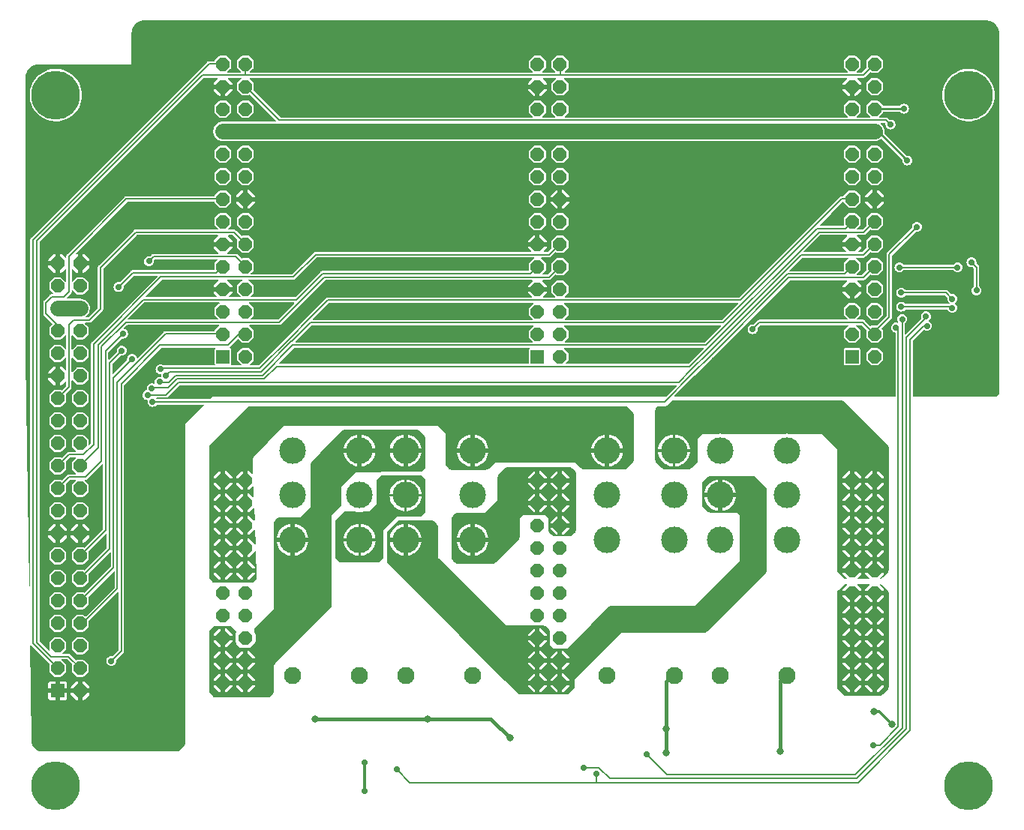
<source format=gbr>
%TF.GenerationSoftware,KiCad,Pcbnew,7.0.10-7.0.10~ubuntu22.04.1*%
%TF.CreationDate,2024-01-03T13:55:47+01:00*%
%TF.ProjectId,EEZ DIB BP3C-DM r3B3,45455a20-4449-4422-9042-5033432d444d,rev?*%
%TF.SameCoordinates,Original*%
%TF.FileFunction,Copper,L2,Bot*%
%TF.FilePolarity,Positive*%
%FSLAX46Y46*%
G04 Gerber Fmt 4.6, Leading zero omitted, Abs format (unit mm)*
G04 Created by KiCad (PCBNEW 7.0.10-7.0.10~ubuntu22.04.1) date 2024-01-03 13:55:47*
%MOMM*%
%LPD*%
G01*
G04 APERTURE LIST*
G04 Aperture macros list*
%AMOutline5P*
0 Free polygon, 5 corners , with rotation*
0 The origin of the aperture is its center*
0 number of corners: always 5*
0 $1 to $10 corner X, Y*
0 $11 Rotation angle, in degrees counterclockwise*
0 create outline with 5 corners*
4,1,5,$1,$2,$3,$4,$5,$6,$7,$8,$9,$10,$1,$2,$11*%
%AMOutline6P*
0 Free polygon, 6 corners , with rotation*
0 The origin of the aperture is its center*
0 number of corners: always 6*
0 $1 to $12 corner X, Y*
0 $13 Rotation angle, in degrees counterclockwise*
0 create outline with 6 corners*
4,1,6,$1,$2,$3,$4,$5,$6,$7,$8,$9,$10,$11,$12,$1,$2,$13*%
%AMOutline7P*
0 Free polygon, 7 corners , with rotation*
0 The origin of the aperture is its center*
0 number of corners: always 7*
0 $1 to $14 corner X, Y*
0 $15 Rotation angle, in degrees counterclockwise*
0 create outline with 7 corners*
4,1,7,$1,$2,$3,$4,$5,$6,$7,$8,$9,$10,$11,$12,$13,$14,$1,$2,$15*%
%AMOutline8P*
0 Free polygon, 8 corners , with rotation*
0 The origin of the aperture is its center*
0 number of corners: always 8*
0 $1 to $16 corner X, Y*
0 $17 Rotation angle, in degrees counterclockwise*
0 create outline with 8 corners*
4,1,8,$1,$2,$3,$4,$5,$6,$7,$8,$9,$10,$11,$12,$13,$14,$15,$16,$1,$2,$17*%
G04 Aperture macros list end*
%TA.AperFunction,ComponentPad*%
%ADD10Outline8P,-0.750000X0.310660X-0.310660X0.750000X0.310660X0.750000X0.750000X0.310660X0.750000X-0.310660X0.310660X-0.750000X-0.310660X-0.750000X-0.750000X-0.310660X90.000000*%
%TD*%
%TA.AperFunction,ComponentPad*%
%ADD11R,1.500000X1.500000*%
%TD*%
%TA.AperFunction,ComponentPad*%
%ADD12Outline8P,-0.750000X0.310660X-0.310660X0.750000X0.310660X0.750000X0.750000X0.310660X0.750000X-0.310660X0.310660X-0.750000X-0.310660X-0.750000X-0.750000X-0.310660X270.000000*%
%TD*%
%TA.AperFunction,ComponentPad*%
%ADD13C,5.500000*%
%TD*%
%TA.AperFunction,ComponentPad*%
%ADD14C,1.950000*%
%TD*%
%TA.AperFunction,ComponentPad*%
%ADD15C,3.000000*%
%TD*%
%TA.AperFunction,ViaPad*%
%ADD16C,0.706400*%
%TD*%
%TA.AperFunction,ViaPad*%
%ADD17C,0.806400*%
%TD*%
%TA.AperFunction,Conductor*%
%ADD18C,0.203200*%
%TD*%
%TA.AperFunction,Conductor*%
%ADD19C,0.304800*%
%TD*%
%TA.AperFunction,Conductor*%
%ADD20C,0.406400*%
%TD*%
%TA.AperFunction,Conductor*%
%ADD21C,0.254000*%
%TD*%
%TA.AperFunction,Conductor*%
%ADD22C,1.778000*%
%TD*%
G04 APERTURE END LIST*
D10*
%TO.P,X3,1,Pin_1*%
%TO.N,/Power output coupling/CH3+*%
X186860000Y-134860000D03*
%TO.P,X3,2,Pin_2*%
X189400000Y-134860000D03*
%TO.P,X3,3,Pin_3*%
X186860000Y-132320000D03*
%TO.P,X3,4,Pin_4*%
X189400000Y-132320000D03*
%TO.P,X3,5,Pin_5*%
X186860000Y-129780000D03*
%TO.P,X3,6,Pin_6*%
X189400000Y-129780000D03*
%TO.P,X3,7,Pin_7*%
X186860000Y-127240000D03*
%TO.P,X3,8,Pin_8*%
X189400000Y-127240000D03*
%TO.P,X3,9,Pin_9*%
X186860000Y-124700000D03*
%TO.P,X3,10,Pin_10*%
X189400000Y-124700000D03*
%TO.P,X3,11,Pin_11*%
%TO.N,/Power output coupling/CH3-*%
X186860000Y-122160000D03*
%TO.P,X3,12,Pin_12*%
X189400000Y-122160000D03*
%TO.P,X3,13,Pin_13*%
X186860000Y-119620000D03*
%TO.P,X3,14,Pin_14*%
X189400000Y-119620000D03*
%TO.P,X3,15,Pin_15*%
X186860000Y-117080000D03*
%TO.P,X3,16,Pin_16*%
X189400000Y-117080000D03*
%TO.P,X3,17,Pin_17*%
X186860000Y-114540000D03*
%TO.P,X3,18,Pin_18*%
X189400000Y-114540000D03*
%TO.P,X3,19,Pin_19*%
X186860000Y-112000000D03*
%TO.P,X3,20,Pin_20*%
X189400000Y-112000000D03*
%TD*%
%TO.P,X2,1,Pin_1*%
%TO.N,/Power output coupling/CH2_OUT+*%
X151360000Y-134860000D03*
%TO.P,X2,2,Pin_2*%
X153900000Y-134860000D03*
%TO.P,X2,3,Pin_3*%
X151360000Y-132320000D03*
%TO.P,X2,4,Pin_4*%
X153900000Y-132320000D03*
%TO.P,X2,5,Pin_5*%
X151360000Y-129780000D03*
%TO.P,X2,6,Pin_6*%
%TO.N,/Power output coupling/CH2_IN+*%
X153900000Y-129780000D03*
%TO.P,X2,7,Pin_7*%
X151360000Y-127240000D03*
%TO.P,X2,8,Pin_8*%
X153900000Y-127240000D03*
%TO.P,X2,9,Pin_9*%
X151360000Y-124700000D03*
%TO.P,X2,10,Pin_10*%
X153900000Y-124700000D03*
%TO.P,X2,11,Pin_11*%
%TO.N,Net-(K2C-P)*%
X151360000Y-122160000D03*
%TO.P,X2,12,Pin_12*%
X153900000Y-122160000D03*
%TO.P,X2,13,Pin_13*%
X151360000Y-119620000D03*
%TO.P,X2,14,Pin_14*%
X153900000Y-119620000D03*
%TO.P,X2,15,Pin_15*%
X151360000Y-117080000D03*
%TO.P,X2,16,Pin_16*%
%TO.N,/Power output coupling/CH2_OUT-*%
X153900000Y-117080000D03*
%TO.P,X2,17,Pin_17*%
X151360000Y-114540000D03*
%TO.P,X2,18,Pin_18*%
X153900000Y-114540000D03*
%TO.P,X2,19,Pin_19*%
X151360000Y-112000000D03*
%TO.P,X2,20,Pin_20*%
X153900000Y-112000000D03*
%TD*%
%TO.P,X7,28,Pin_28*%
%TO.N,/DIB connectors/UART_TX*%
X189400000Y-65000000D03*
%TO.P,X7,27,Pin_27*%
%TO.N,/DIB connectors/UART_RX*%
X186860000Y-65000000D03*
%TO.P,X7,26,Pin_26*%
%TO.N,BOOT3*%
X189400000Y-67540000D03*
%TO.P,X7,25,Pin_25*%
%TO.N,GND*%
X186860000Y-67540000D03*
%TO.P,X7,24,Pin_24*%
%TO.N,+5V*%
X189400000Y-70080000D03*
%TO.P,X7,23,Pin_23*%
X186860000Y-70080000D03*
%TO.P,X7,22,Pin_22*%
%TO.N,+12V*%
X189400000Y-72620000D03*
%TO.P,X7,21,Pin_21*%
X186860000Y-72620000D03*
%TO.P,X7,20,Pin_20*%
%TO.N,unconnected-(X7-Pin_20-Pad20)*%
X189400000Y-75160000D03*
%TO.P,X7,19,Pin_19*%
%TO.N,Net-(X7-Pin_19)*%
X186860000Y-75160000D03*
%TO.P,X7,18,Pin_18*%
%TO.N,Net-(X7-Pin_18)*%
X189400000Y-77700000D03*
%TO.P,X7,17,Pin_17*%
%TO.N,Net-(X7-Pin_17)*%
X186860000Y-77700000D03*
%TO.P,X7,16,Pin_16*%
%TO.N,GND*%
X189400000Y-80240000D03*
%TO.P,X7,15,Pin_15*%
%TO.N,/DIB connectors/SPI5_MOSI*%
X186860000Y-80240000D03*
%TO.P,X7,14,Pin_14*%
%TO.N,/DIB connectors/SPI5_MISO*%
X189400000Y-82780000D03*
%TO.P,X7,13,Pin_13*%
%TO.N,/DIB connectors/SPI5_CLK*%
X186860000Y-82780000D03*
%TO.P,X7,12,Pin_12*%
%TO.N,/DIB connectors/SPI5_CSB*%
X189400000Y-85320000D03*
%TO.P,X7,11,Pin_11*%
%TO.N,GND*%
X186860000Y-85320000D03*
%TO.P,X7,10,Pin_10*%
%TO.N,/DIB connectors/SPI5_IRQ*%
X189400000Y-87860000D03*
%TO.P,X7,9,Pin_9*%
%TO.N,/DIB connectors/SPI5_CSA*%
X186860000Y-87860000D03*
%TO.P,X7,8,Pin_8*%
%TO.N,I2C1_SDA*%
X189400000Y-90400000D03*
%TO.P,X7,7,Pin_7*%
%TO.N,GND*%
X186860000Y-90400000D03*
%TO.P,X7,6,Pin_6*%
%TO.N,/DIB connectors/OE_SYNC*%
X189400000Y-92940000D03*
%TO.P,X7,5,Pin_5*%
%TO.N,I2C1_SCL*%
X186860000Y-92940000D03*
%TO.P,X7,4,Pin_4*%
%TO.N,/DIB connectors/~{RESET}*%
X189400000Y-95480000D03*
%TO.P,X7,3,Pin_3*%
%TO.N,/DIB connectors/~{FAULT}*%
X186860000Y-95480000D03*
%TO.P,X7,2,Pin_2*%
%TO.N,/DIB connectors/+VAUX*%
X189400000Y-98020000D03*
D11*
%TO.P,X7,1,Pin_1*%
%TO.N,+3V3*%
X186860000Y-98020000D03*
%TD*%
D10*
%TO.P,X6,28,Pin_28*%
%TO.N,/DIB connectors/UART_TX*%
X153900000Y-65000000D03*
%TO.P,X6,27,Pin_27*%
%TO.N,/DIB connectors/UART_RX*%
X151360000Y-65000000D03*
%TO.P,X6,26,Pin_26*%
%TO.N,BOOT2*%
X153900000Y-67540000D03*
%TO.P,X6,25,Pin_25*%
%TO.N,GND*%
X151360000Y-67540000D03*
%TO.P,X6,24,Pin_24*%
%TO.N,+5V*%
X153900000Y-70080000D03*
%TO.P,X6,23,Pin_23*%
X151360000Y-70080000D03*
%TO.P,X6,22,Pin_22*%
%TO.N,+12V*%
X153900000Y-72620000D03*
%TO.P,X6,21,Pin_21*%
X151360000Y-72620000D03*
%TO.P,X6,20,Pin_20*%
%TO.N,unconnected-(X6-Pin_20-Pad20)*%
X153900000Y-75160000D03*
%TO.P,X6,19,Pin_19*%
%TO.N,Net-(X6-Pin_19)*%
X151360000Y-75160000D03*
%TO.P,X6,18,Pin_18*%
%TO.N,Net-(X6-Pin_18)*%
X153900000Y-77700000D03*
%TO.P,X6,17,Pin_17*%
%TO.N,Net-(X6-Pin_17)*%
X151360000Y-77700000D03*
%TO.P,X6,16,Pin_16*%
%TO.N,GND*%
X153900000Y-80240000D03*
%TO.P,X6,15,Pin_15*%
%TO.N,/DIB connectors/SPI4_MOSI*%
X151360000Y-80240000D03*
%TO.P,X6,14,Pin_14*%
%TO.N,/DIB connectors/SPI4_MISO*%
X153900000Y-82780000D03*
%TO.P,X6,13,Pin_13*%
%TO.N,/DIB connectors/SPI4_CLK*%
X151360000Y-82780000D03*
%TO.P,X6,12,Pin_12*%
%TO.N,/DIB connectors/SPI4_CSB*%
X153900000Y-85320000D03*
%TO.P,X6,11,Pin_11*%
%TO.N,GND*%
X151360000Y-85320000D03*
%TO.P,X6,10,Pin_10*%
%TO.N,/DIB connectors/SPI4_IRQ*%
X153900000Y-87860000D03*
%TO.P,X6,9,Pin_9*%
%TO.N,/DIB connectors/SPI4_CSA*%
X151360000Y-87860000D03*
%TO.P,X6,8,Pin_8*%
%TO.N,I2C1_SDA*%
X153900000Y-90400000D03*
%TO.P,X6,7,Pin_7*%
%TO.N,GND*%
X151360000Y-90400000D03*
%TO.P,X6,6,Pin_6*%
%TO.N,/DIB connectors/OE_SYNC*%
X153900000Y-92940000D03*
%TO.P,X6,5,Pin_5*%
%TO.N,I2C1_SCL*%
X151360000Y-92940000D03*
%TO.P,X6,4,Pin_4*%
%TO.N,/DIB connectors/~{RESET}*%
X153900000Y-95480000D03*
%TO.P,X6,3,Pin_3*%
%TO.N,/DIB connectors/~{FAULT}*%
X151360000Y-95480000D03*
%TO.P,X6,2,Pin_2*%
%TO.N,/DIB connectors/+VAUX*%
X153900000Y-98020000D03*
D11*
%TO.P,X6,1,Pin_1*%
%TO.N,+3V3*%
X151360000Y-98020000D03*
%TD*%
D10*
%TO.P,X1,1,Pin_1*%
%TO.N,/Power output coupling/CH1_OUT+*%
X115860000Y-134860000D03*
%TO.P,X1,2,Pin_2*%
X118400000Y-134860000D03*
%TO.P,X1,3,Pin_3*%
X115860000Y-132320000D03*
%TO.P,X1,4,Pin_4*%
X118400000Y-132320000D03*
%TO.P,X1,5,Pin_5*%
X115860000Y-129780000D03*
%TO.P,X1,6,Pin_6*%
%TO.N,/Power output coupling/CH1_IN+*%
X118400000Y-129780000D03*
%TO.P,X1,7,Pin_7*%
X115860000Y-127240000D03*
%TO.P,X1,8,Pin_8*%
X118400000Y-127240000D03*
%TO.P,X1,9,Pin_9*%
X115860000Y-124700000D03*
%TO.P,X1,10,Pin_10*%
X118400000Y-124700000D03*
%TO.P,X1,11,Pin_11*%
%TO.N,/Power output coupling/CH1_OUT-*%
X115860000Y-122160000D03*
%TO.P,X1,12,Pin_12*%
X118400000Y-122160000D03*
%TO.P,X1,13,Pin_13*%
X115860000Y-119620000D03*
%TO.P,X1,14,Pin_14*%
X118400000Y-119620000D03*
%TO.P,X1,15,Pin_15*%
X115860000Y-117080000D03*
%TO.P,X1,16,Pin_16*%
X118400000Y-117080000D03*
%TO.P,X1,17,Pin_17*%
X115860000Y-114540000D03*
%TO.P,X1,18,Pin_18*%
X118400000Y-114540000D03*
%TO.P,X1,19,Pin_19*%
X115860000Y-112000000D03*
%TO.P,X1,20,Pin_20*%
X118400000Y-112000000D03*
%TD*%
%TO.P,X4,28,Pin_28*%
%TO.N,/DIB connectors/UART_TX*%
X118400000Y-65000000D03*
%TO.P,X4,27,Pin_27*%
%TO.N,/DIB connectors/UART_RX*%
X115860000Y-65000000D03*
%TO.P,X4,26,Pin_26*%
%TO.N,BOOT1*%
X118400000Y-67540000D03*
%TO.P,X4,25,Pin_25*%
%TO.N,GND*%
X115860000Y-67540000D03*
%TO.P,X4,24,Pin_24*%
%TO.N,+5V*%
X118400000Y-70080000D03*
%TO.P,X4,23,Pin_23*%
X115860000Y-70080000D03*
%TO.P,X4,22,Pin_22*%
%TO.N,+12V*%
X118400000Y-72620000D03*
%TO.P,X4,21,Pin_21*%
X115860000Y-72620000D03*
%TO.P,X4,20,Pin_20*%
%TO.N,unconnected-(X4-Pin_20-Pad20)*%
X118400000Y-75160000D03*
%TO.P,X4,19,Pin_19*%
%TO.N,Net-(X4-Pin_19)*%
X115860000Y-75160000D03*
%TO.P,X4,18,Pin_18*%
%TO.N,Net-(X4-Pin_18)*%
X118400000Y-77700000D03*
%TO.P,X4,17,Pin_17*%
%TO.N,Net-(X4-Pin_17)*%
X115860000Y-77700000D03*
%TO.P,X4,16,Pin_16*%
%TO.N,GND*%
X118400000Y-80240000D03*
%TO.P,X4,15,Pin_15*%
%TO.N,/DIB connectors/SPI2_MOSI*%
X115860000Y-80240000D03*
%TO.P,X4,14,Pin_14*%
%TO.N,/DIB connectors/SPI2_MISO*%
X118400000Y-82780000D03*
%TO.P,X4,13,Pin_13*%
%TO.N,/DIB connectors/SPI2_CLK*%
X115860000Y-82780000D03*
%TO.P,X4,12,Pin_12*%
%TO.N,/DIB connectors/SPI2_CSB*%
X118400000Y-85320000D03*
%TO.P,X4,11,Pin_11*%
%TO.N,GND*%
X115860000Y-85320000D03*
%TO.P,X4,10,Pin_10*%
%TO.N,/DIB connectors/SPI2_IRQ*%
X118400000Y-87860000D03*
%TO.P,X4,9,Pin_9*%
%TO.N,/DIB connectors/SPI2_CSA*%
X115860000Y-87860000D03*
%TO.P,X4,8,Pin_8*%
%TO.N,I2C1_SDA*%
X118400000Y-90400000D03*
%TO.P,X4,7,Pin_7*%
%TO.N,GND*%
X115860000Y-90400000D03*
%TO.P,X4,6,Pin_6*%
%TO.N,/DIB connectors/OE_SYNC*%
X118400000Y-92940000D03*
%TO.P,X4,5,Pin_5*%
%TO.N,I2C1_SCL*%
X115860000Y-92940000D03*
%TO.P,X4,4,Pin_4*%
%TO.N,/DIB connectors/~{RESET}*%
X118400000Y-95480000D03*
%TO.P,X4,3,Pin_3*%
%TO.N,/DIB connectors/~{FAULT}*%
X115860000Y-95480000D03*
%TO.P,X4,2,Pin_2*%
%TO.N,/DIB connectors/+VAUX*%
X118400000Y-98020000D03*
D11*
%TO.P,X4,1,Pin_1*%
%TO.N,+3V3*%
X115860000Y-98020000D03*
%TD*%
%TO.P,X5,1,Pin_1*%
%TO.N,GND*%
X97200000Y-135760000D03*
D12*
%TO.P,X5,2,Pin_2*%
X99740000Y-135760000D03*
%TO.P,X5,3,Pin_3*%
%TO.N,/DIB connectors/UART_RX*%
X97200000Y-133220000D03*
%TO.P,X5,4,Pin_4*%
%TO.N,/DIB connectors/UART_TX*%
X99740000Y-133220000D03*
%TO.P,X5,5,Pin_5*%
%TO.N,/DIB connectors/+VAUX*%
X97200000Y-130680000D03*
%TO.P,X5,6,Pin_6*%
%TO.N,/DIB connectors/~{MRESET}*%
X99740000Y-130680000D03*
%TO.P,X5,7,Pin_7*%
%TO.N,+3V3*%
X97200000Y-128140000D03*
%TO.P,X5,8,Pin_8*%
%TO.N,/DIB connectors/~{FAULT}*%
X99740000Y-128140000D03*
%TO.P,X5,9,Pin_9*%
%TO.N,/DIB connectors/SPI5_IRQ*%
X97200000Y-125600000D03*
%TO.P,X5,10,Pin_10*%
%TO.N,/DIB connectors/OE_SYNC*%
X99740000Y-125600000D03*
%TO.P,X5,11,Pin_11*%
%TO.N,/DIB connectors/SPI5_CSA*%
X97200000Y-123060000D03*
%TO.P,X5,12,Pin_12*%
%TO.N,I2C1_SCL*%
X99740000Y-123060000D03*
%TO.P,X5,13,Pin_13*%
%TO.N,/DIB connectors/SPI5_CSB*%
X97200000Y-120520000D03*
%TO.P,X5,14,Pin_14*%
%TO.N,I2C1_SDA*%
X99740000Y-120520000D03*
%TO.P,X5,15,Pin_15*%
%TO.N,GND*%
X97200000Y-117980000D03*
%TO.P,X5,16,Pin_16*%
X99740000Y-117980000D03*
%TO.P,X5,17,Pin_17*%
%TO.N,/DIB connectors/SPI5_CLK*%
X97200000Y-115440000D03*
%TO.P,X5,18,Pin_18*%
%TO.N,/DIB connectors/SPI5_MISO*%
X99740000Y-115440000D03*
%TO.P,X5,19,Pin_19*%
%TO.N,/DIB connectors/SPI4_IRQ*%
X97200000Y-112900000D03*
%TO.P,X5,20,Pin_20*%
%TO.N,/DIB connectors/SPI5_MOSI*%
X99740000Y-112900000D03*
%TO.P,X5,21,Pin_21*%
%TO.N,/DIB connectors/SPI4_CSB*%
X97200000Y-110360000D03*
%TO.P,X5,22,Pin_22*%
%TO.N,/DIB connectors/SPI4_CSA*%
X99740000Y-110360000D03*
%TO.P,X5,23,Pin_23*%
%TO.N,/DIB connectors/SPI4_CLK*%
X97200000Y-107820000D03*
%TO.P,X5,24,Pin_24*%
%TO.N,/DIB connectors/SPI4_MISO*%
X99740000Y-107820000D03*
%TO.P,X5,25,Pin_25*%
%TO.N,/DIB connectors/SPI2_IRQ*%
X97200000Y-105280000D03*
%TO.P,X5,26,Pin_26*%
%TO.N,/DIB connectors/SPI4_MOSI*%
X99740000Y-105280000D03*
%TO.P,X5,27,Pin_27*%
%TO.N,/DIB connectors/SPI2_CSB*%
X97200000Y-102740000D03*
%TO.P,X5,28,Pin_28*%
%TO.N,/DIB connectors/SPI2_CSA*%
X99740000Y-102740000D03*
%TO.P,X5,29,Pin_29*%
%TO.N,GND*%
X97200000Y-100200000D03*
%TO.P,X5,30,Pin_30*%
%TO.N,/DIB connectors/SPI4_CSC*%
X99740000Y-100200000D03*
%TO.P,X5,31,Pin_31*%
%TO.N,/DIB connectors/SPI2_MISO*%
X97200000Y-97660000D03*
%TO.P,X5,32,Pin_32*%
%TO.N,/DIB connectors/SPI2_CLK*%
X99740000Y-97660000D03*
%TO.P,X5,33,Pin_33*%
%TO.N,/DIB connectors/SPI2_MOSI*%
X97200000Y-95120000D03*
%TO.P,X5,34,Pin_34*%
%TO.N,/DIB connectors/SPI5_CSC*%
X99740000Y-95120000D03*
%TO.P,X5,35,Pin_35*%
%TO.N,+5V*%
X97200000Y-92580000D03*
%TO.P,X5,36,Pin_36*%
X99740000Y-92580000D03*
%TO.P,X5,37,Pin_37*%
%TO.N,+12V*%
X97200000Y-90040000D03*
%TO.P,X5,38,Pin_38*%
X99740000Y-90040000D03*
%TO.P,X5,39,Pin_39*%
%TO.N,GND*%
X97200000Y-87500000D03*
%TO.P,X5,40,Pin_40*%
X99740000Y-87500000D03*
%TD*%
D13*
%TO.P,H4,1,1*%
%TO.N,unconnected-(H4-Pad1)*%
X200000000Y-146500000D03*
%TD*%
%TO.P,H3,1,1*%
%TO.N,unconnected-(H3-Pad1)*%
X200000000Y-68500000D03*
%TD*%
%TO.P,H2,1,1*%
%TO.N,unconnected-(H2-Pad1)*%
X97000000Y-146500000D03*
%TD*%
%TO.P,H1,1,1*%
%TO.N,unconnected-(H1-Pad1)*%
X97000000Y-68500000D03*
%TD*%
D14*
%TO.P,K3,A2,C1*%
%TO.N,+5V*%
X123721100Y-134003600D03*
%TO.P,K3,A1,C2*%
%TO.N,Net-(K3A-C2)*%
X131281100Y-134003600D03*
D15*
%TO.P,K3,14B,O*%
%TO.N,/Power output coupling/CH1_OUT+*%
X131281100Y-108633600D03*
%TO.P,K3,14A,O*%
%TO.N,Net-(K2C-P)*%
X123721100Y-108633600D03*
%TO.P,K3,12B,S*%
%TO.N,Net-(K2B-P)*%
X131281100Y-118713600D03*
%TO.P,K3,12A,S*%
%TO.N,/Power output coupling/CH1_OUT+*%
X123721100Y-118713600D03*
%TO.P,K3,11B,P*%
%TO.N,/Power output coupling/CH2_IN+*%
X131281100Y-113673600D03*
%TO.P,K3,11A,P*%
%TO.N,/Power output coupling/CH1_IN+*%
X123721100Y-113673600D03*
%TD*%
D14*
%TO.P,K2,A2,C1*%
%TO.N,+5V*%
X136471100Y-134003600D03*
%TO.P,K2,A1,C2*%
%TO.N,Net-(K2A-C2)*%
X144031100Y-134003600D03*
D15*
%TO.P,K2,14B,O*%
%TO.N,/Power output coupling/CH1_OUT-*%
X144031100Y-108633600D03*
%TO.P,K2,14A,O*%
%TO.N,/Power output coupling/CH1_OUT+*%
X136471100Y-108633600D03*
%TO.P,K2,12B,S*%
%TO.N,/Power output coupling/CH2_OUT-*%
X144031100Y-118713600D03*
%TO.P,K2,12A,S*%
%TO.N,/Power output coupling/CH2_OUT+*%
X136471100Y-118713600D03*
%TO.P,K2,11B,P*%
%TO.N,Net-(K2C-P)*%
X144031100Y-113673600D03*
%TO.P,K2,11A,P*%
%TO.N,Net-(K2B-P)*%
X136471100Y-113673600D03*
%TD*%
D14*
%TO.P,K4,A2,C1*%
%TO.N,+5V*%
X171971100Y-134003600D03*
%TO.P,K4,A1,C2*%
%TO.N,Net-(K4A-C2)*%
X179531100Y-134003600D03*
D15*
%TO.P,K4,14B,O*%
%TO.N,unconnected-(K4C-O-Pad14B)*%
X179531100Y-108633600D03*
%TO.P,K4,14A,O*%
%TO.N,/Power output coupling/CH1_OUT-*%
X171971100Y-108633600D03*
%TO.P,K4,12B,S*%
%TO.N,unconnected-(K4C-S-Pad12B)*%
X179531100Y-118713600D03*
%TO.P,K4,12A,S*%
%TO.N,unconnected-(K4B-S-Pad12A)*%
X171971100Y-118713600D03*
%TO.P,K4,11B,P*%
%TO.N,unconnected-(K4C-P-Pad11B)*%
X179531100Y-113673600D03*
%TO.P,K4,11A,P*%
%TO.N,/Power output coupling/CH2_OUT+*%
X171971100Y-113673600D03*
%TD*%
%TO.P,K1,11A,P*%
%TO.N,/Power output coupling/CH2_OUT-*%
X159221100Y-113673600D03*
%TO.P,K1,11B,P*%
X166781100Y-113673600D03*
%TO.P,K1,12A,S*%
%TO.N,unconnected-(K1B-S-Pad12A)*%
X159221100Y-118713600D03*
%TO.P,K1,12B,S*%
%TO.N,unconnected-(K1C-S-Pad12B)*%
X166781100Y-118713600D03*
%TO.P,K1,14A,O*%
%TO.N,/Power output coupling/CH1_OUT-*%
X159221100Y-108633600D03*
%TO.P,K1,14B,O*%
%TO.N,/Power output coupling/CH3-*%
X166781100Y-108633600D03*
D14*
%TO.P,K1,A1,C2*%
%TO.N,Net-(K1A-C2)*%
X166781100Y-134003600D03*
%TO.P,K1,A2,C1*%
%TO.N,+5V*%
X159221100Y-134003600D03*
%TD*%
D16*
%TO.N,+3V3*%
X192214500Y-87947500D03*
D17*
%TO.N,Net-(K1A-C2)*%
X165858100Y-142748100D03*
X165858100Y-140081100D03*
%TO.N,Net-(D3-PadC)*%
X148268600Y-141097100D03*
X126234100Y-138938100D03*
X138934100Y-138938100D03*
D16*
%TO.N,Net-(K3A-C2)*%
X131885600Y-143891100D03*
X131885600Y-147066100D03*
D17*
%TO.N,Net-(K4A-C2)*%
X178748600Y-142557600D03*
D16*
%TO.N,/DIB connectors/~{RESET}*%
X175637100Y-94932600D03*
X103247100Y-132397600D03*
X194179100Y-83375600D03*
%TO.N,/Power output coupling/OUT_SER*%
X135505100Y-144653100D03*
X195322100Y-94551600D03*
X158047600Y-145161000D03*
%TO.N,/Power output coupling/OUT_CGND*%
X163699100Y-142938600D03*
X192528100Y-93789600D03*
%TO.N,/Power output coupling/OUT_PAR*%
X156587100Y-144462600D03*
X195195100Y-93472100D03*
%TO.N,/Power output coupling/OUT_SRA*%
X189289600Y-141922600D03*
X191829600Y-94742100D03*
%TO.N,/DIB connectors/SPI5_IRQ*%
X107905676Y-103140843D03*
%TO.N,/DIB connectors/OE_SYNC*%
X105596600Y-98298100D03*
%TO.N,/DIB connectors/SPI5_CSA*%
X107350400Y-102362143D03*
%TO.N,/DIB connectors/SPI5_CSB*%
X107839400Y-101581000D03*
%TO.N,/DIB connectors/SPI5_CLK*%
X109444197Y-100153906D03*
%TO.N,/DIB connectors/SPI5_MISO*%
X108712006Y-100876200D03*
%TO.N,/DIB connectors/SPI5_MOSI*%
X108817300Y-99453800D03*
%TO.N,/DIB connectors/SPI2_IRQ*%
X107505500Y-87249000D03*
%TO.N,GND*%
X110676600Y-131508600D03*
X183511100Y-102108100D03*
X142871100Y-102108100D03*
X125154600Y-92718100D03*
X147951100Y-102108100D03*
X170811100Y-102108100D03*
X200215500Y-73787000D03*
X156079100Y-92710100D03*
X184908100Y-87630100D03*
X101850100Y-122237600D03*
X196211100Y-102108100D03*
X122551100Y-102108100D03*
X110676600Y-128968600D03*
X120328600Y-94877100D03*
X106213800Y-81965900D03*
X103056600Y-141668600D03*
X101850100Y-124904600D03*
X110676600Y-108648600D03*
X108136600Y-141668600D03*
X120011100Y-102108100D03*
X108009600Y-98742600D03*
X173351100Y-102108100D03*
X198751100Y-102108100D03*
X165731100Y-102108100D03*
X110676600Y-136588600D03*
X158111100Y-102108100D03*
X112581600Y-103822600D03*
X114931100Y-102108100D03*
X156714100Y-97790100D03*
X110676600Y-134048600D03*
X120328600Y-85098100D03*
X149221100Y-95250100D03*
X145411100Y-102108100D03*
X107547300Y-85966400D03*
X110676600Y-123888600D03*
X155571100Y-102108100D03*
X110531800Y-82156400D03*
X135251100Y-102108100D03*
X127631100Y-102108100D03*
X195322100Y-95504100D03*
X120328600Y-92718100D03*
X163191100Y-102108100D03*
X156079100Y-64897100D03*
X195322100Y-91567100D03*
X149221100Y-64897100D03*
X188591100Y-102108100D03*
X111506000Y-87630000D03*
X108009600Y-93218100D03*
X184908100Y-90178100D03*
X120328600Y-82550100D03*
X137791100Y-102108100D03*
X121471600Y-96528100D03*
X100516600Y-141668600D03*
X110676600Y-141668600D03*
X178431100Y-102108100D03*
X156079100Y-90170100D03*
X110676600Y-111188600D03*
X110676600Y-116268600D03*
X184908100Y-97544100D03*
X104689800Y-81965900D03*
X153031100Y-102108100D03*
X200215500Y-76581000D03*
X191131100Y-102108100D03*
X184908100Y-92718100D03*
X198306600Y-90170100D03*
X120328600Y-90178100D03*
X95436600Y-141668600D03*
X160651100Y-102108100D03*
X194115600Y-102108100D03*
X175891100Y-102108100D03*
X110676600Y-139128600D03*
X149221100Y-92710100D03*
X101850100Y-127635100D03*
X110676600Y-106108600D03*
X105596600Y-141668600D03*
X184908100Y-95258100D03*
X110676600Y-126428600D03*
X186051100Y-102108100D03*
X110676600Y-121348600D03*
X108009600Y-90932100D03*
X132711100Y-102108100D03*
X110676600Y-113728600D03*
X117471100Y-102108100D03*
X156079100Y-95377100D03*
X184404000Y-64897100D03*
X108009600Y-95313600D03*
X149221100Y-97790100D03*
X125091100Y-102108100D03*
X150491100Y-102108100D03*
X101850100Y-119697600D03*
X120328600Y-64897100D03*
X168271100Y-102108100D03*
X140331100Y-102108100D03*
X130171100Y-102108100D03*
X120328600Y-97798100D03*
X97976600Y-141668600D03*
X120328600Y-87638100D03*
X180971100Y-102108100D03*
X105451800Y-81965900D03*
X201291100Y-102108100D03*
X110676600Y-118808600D03*
D17*
%TO.N,+5V*%
X191328800Y-139542521D03*
D16*
X192718600Y-70040600D03*
D17*
X189353100Y-138112600D03*
D16*
%TO.N,+12V*%
X193099600Y-75882600D03*
%TO.N,+3V3*%
X198751100Y-87947600D03*
%TO.N,I2C1_SDA*%
X104580600Y-95440600D03*
X192401100Y-90805100D03*
X198177100Y-91503600D03*
%TO.N,I2C1_SCL*%
X104453600Y-97345600D03*
X192401100Y-92392600D03*
X198177100Y-92519600D03*
%TO.N,BOOT1*%
X191194600Y-71818600D03*
%TO.N,PROG_RST*%
X200910100Y-90551100D03*
X200338600Y-87376100D03*
%TO.N,/DIB connectors/SPI2_CSA*%
X104076500Y-90170000D03*
%TD*%
D18*
%TO.N,/Power output coupling/OUT_SER*%
X158047600Y-145288100D02*
X158047600Y-145161000D01*
X158047600Y-146113600D02*
X158047600Y-145288100D01*
%TO.N,/Power output coupling/OUT_SRA*%
X192083600Y-139819292D02*
X192083600Y-94996100D01*
%TO.N,/Power output coupling/OUT_PAR*%
X156587100Y-144462600D02*
X158301600Y-144462600D01*
X159508100Y-145669100D02*
X187383264Y-145669100D01*
X187383264Y-145669100D02*
X192972600Y-140079764D01*
X192972600Y-95885100D02*
X195195100Y-93662600D01*
%TO.N,/Power output coupling/OUT_CGND*%
X192528100Y-139949528D02*
X192528100Y-93789600D01*
X163699100Y-142938600D02*
X165985100Y-145224600D01*
%TO.N,/Power output coupling/OUT_SER*%
X193417100Y-140210000D02*
X193417100Y-96077500D01*
X194943000Y-94551600D02*
X195322100Y-94551600D01*
%TO.N,/Power output coupling/OUT_CGND*%
X165985100Y-145224600D02*
X187253028Y-145224600D01*
X187253028Y-145224600D02*
X192528100Y-139949528D01*
%TO.N,/Power output coupling/OUT_SRA*%
X189289600Y-141922600D02*
X189980292Y-141922600D01*
X189980292Y-141922600D02*
X192083600Y-139819292D01*
%TO.N,/Power output coupling/OUT_PAR*%
X192972600Y-140079764D02*
X192972600Y-95885100D01*
%TO.N,/Power output coupling/OUT_SRA*%
X192083600Y-94996100D02*
X191829600Y-94742100D01*
%TO.N,/Power output coupling/OUT_PAR*%
X158301600Y-144462600D02*
X159508100Y-145669100D01*
%TO.N,/Power output coupling/OUT_SER*%
X187513500Y-146113600D02*
X193417100Y-140210000D01*
%TO.N,/Power output coupling/OUT_PAR*%
X195195100Y-93662600D02*
X195195100Y-93472100D01*
%TO.N,/Power output coupling/OUT_SER*%
X158047600Y-146113600D02*
X187513500Y-146113600D01*
X193417100Y-96077500D02*
X194943000Y-94551600D01*
D19*
%TO.N,+5V*%
X189898879Y-138112600D02*
X191328800Y-139542521D01*
X189353100Y-138112600D02*
X189898879Y-138112600D01*
D18*
%TO.N,/DIB connectors/SPI5_MISO*%
X183117400Y-83980500D02*
X170379300Y-96718600D01*
%TO.N,/DIB connectors/SPI5_CLK*%
X186101900Y-83574100D02*
X182939600Y-83574100D01*
X172335100Y-94178600D02*
X125726100Y-94178600D01*
X186861100Y-82814900D02*
X186101900Y-83574100D01*
%TO.N,/DIB connectors/SPI5_MISO*%
X188152200Y-83980500D02*
X183117400Y-83980500D01*
%TO.N,/DIB connectors/SPI5_CLK*%
X109869603Y-99728500D02*
X109444197Y-100153906D01*
X123589264Y-96312200D02*
X120172964Y-99728500D01*
%TO.N,/DIB connectors/SPI5_MISO*%
X109726000Y-100901600D02*
X108737406Y-100901600D01*
%TO.N,/DIB connectors/SPI5_CLK*%
X182939600Y-83574100D02*
X172335100Y-94178600D01*
%TO.N,/DIB connectors/SPI5_MISO*%
X189401100Y-82731600D02*
X188152200Y-83980500D01*
X110492700Y-100134900D02*
X109726000Y-100901600D01*
X108737406Y-100901600D02*
X108712006Y-100876200D01*
X120341300Y-100134900D02*
X110492700Y-100134900D01*
X170379300Y-96718600D02*
X123757600Y-96718600D01*
X123757600Y-96718600D02*
X120341300Y-100134900D01*
%TO.N,/DIB connectors/SPI5_CLK*%
X120172964Y-99728500D02*
X109869603Y-99728500D01*
X123592500Y-96312200D02*
X123589264Y-96312200D01*
X125726100Y-94178600D02*
X123592500Y-96312200D01*
%TO.N,/DIB connectors/SPI5_CSA*%
X168706136Y-99538000D02*
X168702900Y-99538000D01*
%TO.N,/DIB connectors/SPI5_CSB*%
X170544400Y-97125000D02*
X168537800Y-99131600D01*
X181126736Y-86545900D02*
X170547636Y-97125000D01*
%TO.N,/DIB connectors/SPI5_CSA*%
X186861100Y-87823600D02*
X185992500Y-88692200D01*
%TO.N,/DIB connectors/SPI5_CSB*%
X170547636Y-97125000D02*
X170544400Y-97125000D01*
X168537800Y-99131600D02*
X121919336Y-99131600D01*
X189401100Y-85271600D02*
X188126800Y-86545900D01*
X121919336Y-99131600D02*
X120509636Y-100541300D01*
X188126800Y-86545900D02*
X181126736Y-86545900D01*
X120509636Y-100541300D02*
X110661036Y-100541300D01*
%TO.N,/DIB connectors/SPI5_IRQ*%
X170881072Y-97937800D02*
X168874472Y-99944400D01*
%TO.N,/DIB connectors/SPI5_CSB*%
X110661036Y-100541300D02*
X109665736Y-101536600D01*
X109665736Y-101536600D02*
X107883800Y-101536600D01*
X107883800Y-101536600D02*
X107839400Y-101581000D01*
%TO.N,/DIB connectors/SPI5_CSA*%
X167293200Y-100947700D02*
X110829372Y-100947700D01*
X170712736Y-97531400D02*
X168706136Y-99538000D01*
%TO.N,/DIB connectors/SPI5_IRQ*%
X168874472Y-99944400D02*
X168871236Y-99944400D01*
%TO.N,/DIB connectors/SPI5_CSA*%
X185992500Y-88692200D02*
X179555172Y-88692200D01*
%TO.N,/DIB connectors/SPI5_IRQ*%
X188114100Y-89098600D02*
X179723508Y-89098600D01*
X168871236Y-99944400D02*
X165674793Y-103140843D01*
%TO.N,/DIB connectors/SPI5_CSA*%
X179555172Y-88692200D02*
X170715972Y-97531400D01*
X109414929Y-102362143D02*
X107350400Y-102362143D01*
%TO.N,/DIB connectors/SPI5_IRQ*%
X165674793Y-103140843D02*
X107905676Y-103140843D01*
%TO.N,/DIB connectors/SPI5_CSA*%
X170715972Y-97531400D02*
X170712736Y-97531400D01*
%TO.N,/DIB connectors/SPI5_IRQ*%
X189401100Y-87811600D02*
X188114100Y-89098600D01*
%TO.N,/DIB connectors/SPI5_CSA*%
X168702900Y-99538000D02*
X167293200Y-100947700D01*
%TO.N,/DIB connectors/SPI5_IRQ*%
X170884308Y-97937800D02*
X170881072Y-97937800D01*
X179723508Y-89098600D02*
X170884308Y-97937800D01*
%TO.N,/DIB connectors/SPI5_CSA*%
X110829372Y-100947700D02*
X109414929Y-102362143D01*
%TO.N,/DIB connectors/SPI5_MOSI*%
X108949000Y-99322100D02*
X108817300Y-99453800D01*
X125557764Y-93772200D02*
X123424164Y-95905800D01*
X120004628Y-99322100D02*
X108949000Y-99322100D01*
X127694600Y-91638600D02*
X125561000Y-93772200D01*
X174290900Y-91638600D02*
X127694600Y-91638600D01*
X185725900Y-80203600D02*
X174290900Y-91638600D01*
X123420928Y-95905800D02*
X120004628Y-99322100D01*
X123424164Y-95905800D02*
X123420928Y-95905800D01*
X125561000Y-93772200D02*
X125557764Y-93772200D01*
X186861100Y-80203600D02*
X185725900Y-80203600D01*
%TO.N,/DIB connectors/SPI4_CSB*%
X101278600Y-107950100D02*
X101278600Y-96587400D01*
X108843600Y-89022400D02*
X123833800Y-89022400D01*
X98463600Y-109101100D02*
X100127600Y-109101100D01*
%TO.N,/DIB connectors/SPI4_CSA*%
X101761200Y-108343500D02*
X101761200Y-96679536D01*
X124151300Y-91600500D02*
X127097700Y-88654100D01*
%TO.N,/DIB connectors/SPI4_CSB*%
X97201100Y-110363600D02*
X98463600Y-109101100D01*
%TO.N,/DIB connectors/SPI4_CSA*%
X99741100Y-110363600D02*
X101761200Y-108343500D01*
%TO.N,/DIB connectors/SPI4_CSB*%
X100127600Y-109101100D02*
X101278600Y-107950100D01*
%TO.N,/DIB connectors/SPI4_CSA*%
X101761200Y-96679536D02*
X106840236Y-91600500D01*
X106840236Y-91600500D02*
X124151300Y-91600500D01*
%TO.N,/DIB connectors/SPI4_CSB*%
X101278600Y-96587400D02*
X108843600Y-89022400D01*
%TO.N,/DIB connectors/SPI4_CSA*%
X127097700Y-88654100D02*
X150530600Y-88654100D01*
X150530600Y-88654100D02*
X151361100Y-87823600D01*
%TO.N,/DIB connectors/SPI4_CSB*%
X123833800Y-89022400D02*
X126348400Y-86507800D01*
X126348400Y-86507800D02*
X152676900Y-86507800D01*
X152676900Y-86507800D02*
X153901100Y-85283600D01*
%TO.N,/DIB connectors/SPI4_IRQ*%
X102167600Y-96901100D02*
X104915500Y-94153200D01*
X98484600Y-111633100D02*
X100326100Y-111633100D01*
X97214100Y-112903600D02*
X98484600Y-111633100D01*
X97201100Y-112903600D02*
X97214100Y-112903600D01*
X100326100Y-111633100D02*
X102167600Y-109791600D01*
X104915500Y-94153200D02*
X122182800Y-94153200D01*
X102167600Y-109791600D02*
X102167600Y-96901100D01*
X152664200Y-89060500D02*
X153901100Y-87823600D01*
X122182800Y-94153200D02*
X127275500Y-89060500D01*
X127275500Y-89060500D02*
X152664200Y-89060500D01*
%TO.N,/DIB connectors/SPI2_IRQ*%
X108030800Y-86723700D02*
X107505500Y-87249000D01*
X117301200Y-86723700D02*
X108030800Y-86723700D01*
X118401100Y-87823600D02*
X117301200Y-86723700D01*
%TO.N,/DIB connectors/SPI2_CSA*%
X105663900Y-88582600D02*
X104076500Y-90170000D01*
X115102100Y-88582600D02*
X105663900Y-88582600D01*
X115861100Y-87823600D02*
X115102100Y-88582600D01*
%TO.N,+3V3*%
X198751100Y-87947600D02*
X192214600Y-87947600D01*
X192214600Y-87947600D02*
X192214500Y-87947500D01*
%TO.N,I2C1_SDA*%
X198116100Y-91503600D02*
X198177100Y-91503600D01*
X197478600Y-90805100D02*
X198177100Y-91503600D01*
%TO.N,I2C1_SCL*%
X198050100Y-92392600D02*
X198177100Y-92519600D01*
X192401100Y-92392600D02*
X198050100Y-92392600D01*
%TO.N,I2C1_SDA*%
X192401100Y-90805100D02*
X197478600Y-90805100D01*
D20*
%TO.N,Net-(K1A-C2)*%
X165858100Y-134752600D02*
X166781100Y-133833600D01*
X165858100Y-142748100D02*
X165858100Y-140081100D01*
X165858100Y-140081100D02*
X165858100Y-134752600D01*
%TO.N,Net-(D3-PadC)*%
X138934100Y-138938100D02*
X146109600Y-138938100D01*
X126234100Y-138938100D02*
X138934100Y-138938100D01*
X146109600Y-138938100D02*
X148268600Y-141097100D01*
D19*
%TO.N,Net-(K3A-C2)*%
X131885600Y-147066100D02*
X131885600Y-143891100D01*
D20*
%TO.N,Net-(K4A-C2)*%
X178748600Y-142557600D02*
X178748600Y-134616100D01*
X178748600Y-134616100D02*
X179531100Y-133833600D01*
D18*
%TO.N,/DIB connectors/~{RESET}*%
X191067600Y-86487100D02*
X194179100Y-83375600D01*
X176399100Y-94170600D02*
X175637100Y-94932600D01*
X189401100Y-95443600D02*
X189401100Y-95202100D01*
X191067600Y-93535600D02*
X191067600Y-86487100D01*
X189401100Y-95443600D02*
X189356100Y-95443600D01*
X104390100Y-131254600D02*
X103247100Y-132397600D01*
X189401100Y-95202100D02*
X191067600Y-93535600D01*
X104390100Y-101092100D02*
X104390100Y-131254600D01*
X188083100Y-94170600D02*
X176399100Y-94170600D01*
X108771600Y-96710600D02*
X104390100Y-101092100D01*
X189356100Y-95443600D02*
X188083100Y-94170600D01*
X116455100Y-96710600D02*
X108771600Y-96710600D01*
X117722100Y-95443600D02*
X116455100Y-96710600D01*
X118401100Y-95443600D02*
X117722100Y-95443600D01*
%TO.N,/Power output coupling/OUT_SER*%
X136965600Y-146113600D02*
X158047600Y-146113600D01*
X135505100Y-144653100D02*
X136965600Y-146113600D01*
D21*
%TO.N,/Power output coupling/CH1_OUT-*%
X118550600Y-111854100D02*
X118401100Y-112003600D01*
D18*
%TO.N,/DIB connectors/UART_RX*%
X115861100Y-64963600D02*
X114293100Y-64963600D01*
X94420600Y-130443100D02*
X97201100Y-133223600D01*
X94420600Y-84836100D02*
X114293100Y-64963600D01*
X94420600Y-84836100D02*
X94420600Y-130443100D01*
%TO.N,/DIB connectors/UART_TX*%
X153856600Y-66238600D02*
X188126100Y-66238600D01*
X98407100Y-131889600D02*
X96452600Y-131889600D01*
X118401100Y-64963600D02*
X118401100Y-66197600D01*
X94865100Y-84971100D02*
X113597600Y-66238600D01*
X118401100Y-66197600D02*
X118360100Y-66238600D01*
X118360100Y-66238600D02*
X153856600Y-66238600D01*
X94865100Y-130302100D02*
X94865100Y-84971100D01*
X153901100Y-66194100D02*
X153856600Y-66238600D01*
X153901100Y-64963600D02*
X153901100Y-66194100D01*
X99741100Y-133223600D02*
X98407100Y-131889600D01*
X113597600Y-66238600D02*
X118360100Y-66238600D01*
X96452600Y-131889600D02*
X94865100Y-130302100D01*
X188126100Y-66238600D02*
X189401100Y-64963600D01*
%TO.N,/DIB connectors/~{FAULT}*%
X99741100Y-128143600D02*
X100036400Y-128143600D01*
X115861100Y-95443600D02*
X109403600Y-95443600D01*
X103945600Y-124234400D02*
X103945600Y-100901600D01*
X108903600Y-95943600D02*
X108549350Y-96297850D01*
X108549350Y-96297850D02*
X103945600Y-100901600D01*
X109403600Y-95443600D02*
X108903600Y-95943600D01*
X100036400Y-128143600D02*
X103945600Y-124234400D01*
%TO.N,/DIB connectors/OE_SYNC*%
X99741100Y-125603600D02*
X99754100Y-125603600D01*
X103501100Y-100393600D02*
X105596600Y-98298100D01*
X103501100Y-121856600D02*
X103501100Y-100393600D01*
X99754100Y-125603600D02*
X103501100Y-121856600D01*
%TO.N,/DIB connectors/SPI2_CSB*%
X105995000Y-83993200D02*
X105495000Y-84493200D01*
X105495000Y-84493200D02*
X104739350Y-85248850D01*
X98466800Y-94407200D02*
X98974800Y-93899200D01*
X102040600Y-87947600D02*
X102040600Y-92624100D01*
X98974800Y-93899200D02*
X100765500Y-93899200D01*
X117110700Y-83993200D02*
X105995000Y-83993200D01*
X102040600Y-92624100D02*
X100765500Y-93899200D01*
X98466800Y-101477900D02*
X97201100Y-102743600D01*
X104739350Y-85248850D02*
X102040600Y-87947600D01*
X117110700Y-83993200D02*
X118401100Y-85283600D01*
X98466800Y-94407200D02*
X98466800Y-101477900D01*
D21*
%TO.N,+5V*%
X192715600Y-70043600D02*
X192718600Y-70040600D01*
D22*
X99741100Y-92583600D02*
X97201100Y-92583600D01*
D21*
X189401100Y-70043600D02*
X192715600Y-70043600D01*
%TO.N,+12V*%
X189401100Y-72583600D02*
X189800600Y-72583600D01*
D22*
X118401100Y-72583600D02*
X115861100Y-72583600D01*
X186861100Y-72583600D02*
X189401100Y-72583600D01*
D21*
X189800600Y-72583600D02*
X193099600Y-75882600D01*
D22*
X153901100Y-72583600D02*
X186861100Y-72583600D01*
X118401100Y-72583600D02*
X151361100Y-72583600D01*
X153901100Y-72583600D02*
X151361100Y-72583600D01*
D18*
%TO.N,I2C1_SDA*%
X102612100Y-97409100D02*
X104580600Y-95440600D01*
X99741100Y-120523600D02*
X102612100Y-117652600D01*
X102612100Y-117652600D02*
X102612100Y-97409100D01*
%TO.N,I2C1_SCL*%
X103056600Y-98742600D02*
X104453600Y-97345600D01*
X99741100Y-123063600D02*
X103056600Y-119748100D01*
X103056600Y-119748100D02*
X103056600Y-98742600D01*
%TO.N,BOOT1*%
X190694600Y-71318600D02*
X191194600Y-71818600D01*
X122216100Y-71318600D02*
X118401100Y-67503600D01*
X122216100Y-71318600D02*
X190694600Y-71318600D01*
%TO.N,PROG_RST*%
X200910100Y-90551100D02*
X200910100Y-87947600D01*
X200910100Y-87947600D02*
X200338600Y-87376100D01*
%TO.N,/DIB connectors/SPI2_MOSI*%
X98479500Y-86685600D02*
X98479500Y-90698800D01*
X97201100Y-94474600D02*
X95881100Y-93154600D01*
X98479500Y-90698800D02*
X97895300Y-91283000D01*
X104961500Y-80203600D02*
X98479500Y-86685600D01*
X97895300Y-91283000D02*
X96523700Y-91283000D01*
X97201100Y-95123600D02*
X97201100Y-94474600D01*
X95881100Y-93154600D02*
X95881100Y-91925600D01*
X115861100Y-80203600D02*
X104961500Y-80203600D01*
X96523700Y-91283000D02*
X95881100Y-91925600D01*
%TD*%
%TA.AperFunction,Conductor*%
%TO.N,Net-(K2B-P)*%
G36*
X138243011Y-111468906D02*
G01*
X138725294Y-111951189D01*
X138743600Y-111995383D01*
X138743600Y-115541317D01*
X138725294Y-115585511D01*
X138243011Y-116067794D01*
X138198817Y-116086100D01*
X135494206Y-116086100D01*
X133981100Y-117599206D01*
X133981100Y-117782650D01*
X133979900Y-117794839D01*
X133969958Y-117844836D01*
X133954259Y-117964079D01*
X133951618Y-117990894D01*
X133951081Y-117999071D01*
X133950200Y-118025994D01*
X133950200Y-120779217D01*
X133931894Y-120823411D01*
X133480511Y-121274794D01*
X133436317Y-121293100D01*
X129128383Y-121293100D01*
X129084189Y-121274794D01*
X128601906Y-120792511D01*
X128583600Y-120748317D01*
X128583600Y-118865600D01*
X129483433Y-118865600D01*
X129492248Y-118983225D01*
X129492248Y-118983227D01*
X129552411Y-119246822D01*
X129552412Y-119246825D01*
X129651196Y-119498523D01*
X129786392Y-119732688D01*
X129954960Y-119944064D01*
X129954965Y-119944069D01*
X130153179Y-120127984D01*
X130376570Y-120280289D01*
X130620181Y-120397606D01*
X130620185Y-120397607D01*
X130878535Y-120477298D01*
X130878545Y-120477300D01*
X131129100Y-120515065D01*
X131129100Y-119345656D01*
X131198986Y-119363600D01*
X131321994Y-119363600D01*
X131433100Y-119349564D01*
X131433100Y-120515065D01*
X131683654Y-120477300D01*
X131683664Y-120477298D01*
X131942014Y-120397607D01*
X131942018Y-120397606D01*
X132185629Y-120280289D01*
X132409020Y-120127984D01*
X132607234Y-119944069D01*
X132607239Y-119944064D01*
X132775807Y-119732688D01*
X132911003Y-119498523D01*
X133009787Y-119246825D01*
X133009788Y-119246822D01*
X133069951Y-118983227D01*
X133069951Y-118983225D01*
X133078767Y-118865600D01*
X131913825Y-118865600D01*
X131934973Y-118754738D01*
X131924661Y-118590834D01*
X131915162Y-118561600D01*
X133078767Y-118561600D01*
X133069951Y-118443974D01*
X133069951Y-118443972D01*
X133009788Y-118180377D01*
X133009787Y-118180374D01*
X132911003Y-117928676D01*
X132775807Y-117694511D01*
X132607239Y-117483135D01*
X132607234Y-117483130D01*
X132409020Y-117299215D01*
X132185629Y-117146910D01*
X131942018Y-117029593D01*
X131942014Y-117029592D01*
X131683664Y-116949901D01*
X131683653Y-116949899D01*
X131433100Y-116912133D01*
X131433100Y-118081543D01*
X131363214Y-118063600D01*
X131240206Y-118063600D01*
X131129100Y-118077635D01*
X131129100Y-116912133D01*
X130878546Y-116949899D01*
X130878535Y-116949901D01*
X130620185Y-117029592D01*
X130620181Y-117029593D01*
X130376570Y-117146910D01*
X130153179Y-117299215D01*
X129954965Y-117483130D01*
X129954960Y-117483135D01*
X129786392Y-117694511D01*
X129651196Y-117928676D01*
X129552412Y-118180374D01*
X129552411Y-118180377D01*
X129492248Y-118443972D01*
X129492248Y-118443974D01*
X129483433Y-118561600D01*
X130648375Y-118561600D01*
X130627227Y-118672462D01*
X130637539Y-118836366D01*
X130647038Y-118865600D01*
X129483433Y-118865600D01*
X128583600Y-118865600D01*
X128583600Y-116503883D01*
X128601906Y-116459689D01*
X129528689Y-115532906D01*
X129572883Y-115514600D01*
X130766428Y-115514600D01*
X130779713Y-115516028D01*
X131009027Y-115565912D01*
X131281100Y-115585371D01*
X131553173Y-115565912D01*
X131782487Y-115516028D01*
X131795772Y-115514600D01*
X132340994Y-115514600D01*
X133219100Y-114636494D01*
X133219100Y-113825600D01*
X134673433Y-113825600D01*
X134682248Y-113943225D01*
X134682248Y-113943227D01*
X134742411Y-114206822D01*
X134742412Y-114206825D01*
X134841196Y-114458523D01*
X134976392Y-114692688D01*
X135144960Y-114904064D01*
X135144965Y-114904069D01*
X135343179Y-115087984D01*
X135566570Y-115240289D01*
X135810181Y-115357606D01*
X135810185Y-115357607D01*
X136068535Y-115437298D01*
X136068545Y-115437300D01*
X136319100Y-115475065D01*
X136319100Y-114305656D01*
X136388986Y-114323600D01*
X136511994Y-114323600D01*
X136623100Y-114309564D01*
X136623100Y-115475065D01*
X136873654Y-115437300D01*
X136873664Y-115437298D01*
X137132014Y-115357607D01*
X137132018Y-115357606D01*
X137375629Y-115240289D01*
X137599020Y-115087984D01*
X137797234Y-114904069D01*
X137797239Y-114904064D01*
X137965807Y-114692688D01*
X138101003Y-114458523D01*
X138199787Y-114206825D01*
X138199788Y-114206822D01*
X138259951Y-113943227D01*
X138259951Y-113943225D01*
X138268767Y-113825600D01*
X137103825Y-113825600D01*
X137124973Y-113714738D01*
X137114661Y-113550834D01*
X137105162Y-113521600D01*
X138268767Y-113521600D01*
X138259951Y-113403974D01*
X138259951Y-113403972D01*
X138199788Y-113140377D01*
X138199787Y-113140374D01*
X138101003Y-112888676D01*
X137965807Y-112654511D01*
X137797239Y-112443135D01*
X137797234Y-112443130D01*
X137599020Y-112259215D01*
X137375629Y-112106910D01*
X137132018Y-111989593D01*
X137132014Y-111989592D01*
X136873664Y-111909901D01*
X136873653Y-111909899D01*
X136623100Y-111872133D01*
X136623100Y-113041543D01*
X136553214Y-113023600D01*
X136430206Y-113023600D01*
X136319100Y-113037635D01*
X136319100Y-111872133D01*
X136068546Y-111909899D01*
X136068535Y-111909901D01*
X135810185Y-111989592D01*
X135810181Y-111989593D01*
X135566570Y-112106910D01*
X135343179Y-112259215D01*
X135144965Y-112443130D01*
X135144960Y-112443135D01*
X134976392Y-112654511D01*
X134841196Y-112888676D01*
X134742412Y-113140374D01*
X134742411Y-113140377D01*
X134682248Y-113403972D01*
X134682248Y-113403974D01*
X134673433Y-113521600D01*
X135838375Y-113521600D01*
X135817227Y-113632462D01*
X135827539Y-113796366D01*
X135837038Y-113825600D01*
X134673433Y-113825600D01*
X133219100Y-113825600D01*
X133219100Y-111995383D01*
X133237406Y-111951189D01*
X133719689Y-111468906D01*
X133763883Y-111450600D01*
X138198817Y-111450600D01*
X138243011Y-111468906D01*
G37*
%TD.AperFunction*%
%TD*%
%TA.AperFunction,Conductor*%
%TO.N,/Power output coupling/CH1_OUT-*%
G36*
X146172410Y-105364805D02*
G01*
X146237293Y-110296010D01*
X145869391Y-110663913D01*
X145863245Y-110669304D01*
X145767815Y-110742530D01*
X145753685Y-110750688D01*
X145646363Y-110795142D01*
X145630603Y-110799364D01*
X145511349Y-110815065D01*
X145503191Y-110815600D01*
X141699509Y-110815600D01*
X141691351Y-110815065D01*
X141572096Y-110799364D01*
X141556336Y-110795142D01*
X141449014Y-110750688D01*
X141434886Y-110742531D01*
X141339445Y-110669296D01*
X141333308Y-110663913D01*
X141117786Y-110448391D01*
X141112404Y-110442255D01*
X141039166Y-110346811D01*
X141031011Y-110332685D01*
X140986557Y-110225363D01*
X140982335Y-110209603D01*
X140981200Y-110200985D01*
X140966635Y-110090348D01*
X140966100Y-110082190D01*
X140966100Y-108887600D01*
X142240274Y-108887600D01*
X142241454Y-108903345D01*
X142241454Y-108903347D01*
X142301644Y-109167059D01*
X142301645Y-109167062D01*
X142400473Y-109418871D01*
X142535729Y-109653140D01*
X142704376Y-109864616D01*
X142902678Y-110048612D01*
X143126169Y-110200985D01*
X143369888Y-110318353D01*
X143369892Y-110318354D01*
X143628361Y-110398082D01*
X143628360Y-110398082D01*
X143777100Y-110420500D01*
X143777100Y-109235711D01*
X143789917Y-109242758D01*
X143948986Y-109283600D01*
X144071994Y-109283600D01*
X144194033Y-109268183D01*
X144285100Y-109232126D01*
X144285100Y-110420500D01*
X144433839Y-110398082D01*
X144692307Y-110318354D01*
X144692317Y-110318351D01*
X144936025Y-110200988D01*
X145159531Y-110048604D01*
X145357823Y-109864616D01*
X145526470Y-109653140D01*
X145661726Y-109418871D01*
X145760554Y-109167062D01*
X145760555Y-109167059D01*
X145820745Y-108903347D01*
X145820745Y-108903345D01*
X145821926Y-108887600D01*
X144629946Y-108887600D01*
X144654200Y-108836057D01*
X144684973Y-108674738D01*
X144674661Y-108510834D01*
X144632021Y-108379600D01*
X145821926Y-108379600D01*
X145820745Y-108363854D01*
X145820745Y-108363852D01*
X145760555Y-108100140D01*
X145760554Y-108100137D01*
X145661726Y-107848328D01*
X145526470Y-107614059D01*
X145357823Y-107402583D01*
X145159531Y-107218595D01*
X144936025Y-107066211D01*
X144692317Y-106948848D01*
X144692307Y-106948845D01*
X144433839Y-106869117D01*
X144433840Y-106869117D01*
X144285100Y-106846698D01*
X144285100Y-108031488D01*
X144272283Y-108024442D01*
X144113214Y-107983600D01*
X143990206Y-107983600D01*
X143868167Y-107999017D01*
X143777100Y-108035073D01*
X143777100Y-106846698D01*
X143628359Y-106869117D01*
X143369892Y-106948845D01*
X143369888Y-106948846D01*
X143126169Y-107066214D01*
X142902678Y-107218587D01*
X142704376Y-107402583D01*
X142535729Y-107614059D01*
X142400473Y-107848328D01*
X142301645Y-108100137D01*
X142301644Y-108100140D01*
X142241454Y-108363852D01*
X142241454Y-108363854D01*
X142240274Y-108379600D01*
X143432254Y-108379600D01*
X143408000Y-108431143D01*
X143377227Y-108592462D01*
X143387539Y-108756366D01*
X143430179Y-108887600D01*
X142240274Y-108887600D01*
X140966100Y-108887600D01*
X140966100Y-106887632D01*
X140966100Y-106887626D01*
X140966100Y-106677206D01*
X140151494Y-105862600D01*
X139941078Y-105862600D01*
X122890535Y-105862600D01*
X122669788Y-105862600D01*
X122519168Y-106023977D01*
X122519164Y-106023981D01*
X119350601Y-109418871D01*
X119187502Y-109593620D01*
X119195473Y-109804854D01*
X119195473Y-109804858D01*
X119248245Y-111203331D01*
X119231618Y-111248184D01*
X119188146Y-111268144D01*
X119143293Y-111251517D01*
X119141595Y-111249882D01*
X118890406Y-110998693D01*
X118890402Y-110998690D01*
X118879941Y-110990205D01*
X118879941Y-110990204D01*
X118774660Y-110946596D01*
X118761268Y-110945200D01*
X118654000Y-110945200D01*
X118654000Y-111566325D01*
X118542315Y-111515320D01*
X118435763Y-111500000D01*
X118364237Y-111500000D01*
X118257685Y-111515320D01*
X118146000Y-111566325D01*
X118146000Y-110945200D01*
X118038728Y-110945200D01*
X118025340Y-110946596D01*
X118025338Y-110946597D01*
X117920057Y-110990205D01*
X117909606Y-110998681D01*
X117398693Y-111509593D01*
X117398690Y-111509597D01*
X117390205Y-111520058D01*
X117390204Y-111520058D01*
X117346596Y-111625339D01*
X117345200Y-111638732D01*
X117345200Y-111746000D01*
X117968884Y-111746000D01*
X117940507Y-111790156D01*
X117900000Y-111928111D01*
X117900000Y-112071889D01*
X117940507Y-112209844D01*
X117968884Y-112254000D01*
X117345201Y-112254000D01*
X117345201Y-112361271D01*
X117346596Y-112374659D01*
X117346597Y-112374661D01*
X117390205Y-112479942D01*
X117398681Y-112490393D01*
X117909593Y-113001306D01*
X117909597Y-113001309D01*
X117920058Y-113009794D01*
X117920058Y-113009795D01*
X118025339Y-113053403D01*
X118038732Y-113054799D01*
X118145999Y-113054799D01*
X118146000Y-113054798D01*
X118146000Y-112433674D01*
X118257685Y-112484680D01*
X118364237Y-112500000D01*
X118435763Y-112500000D01*
X118542315Y-112484680D01*
X118654000Y-112433674D01*
X118654000Y-113054799D01*
X118761271Y-113054799D01*
X118774659Y-113053403D01*
X118774661Y-113053402D01*
X118879942Y-113009794D01*
X118890393Y-113001318D01*
X119199363Y-112692348D01*
X119243557Y-112674042D01*
X119287751Y-112692348D01*
X119306013Y-112734185D01*
X119347853Y-113842939D01*
X119331226Y-113887792D01*
X119287754Y-113907752D01*
X119242901Y-113891125D01*
X119241203Y-113889490D01*
X118890406Y-113538693D01*
X118890402Y-113538690D01*
X118879941Y-113530205D01*
X118879941Y-113530204D01*
X118774660Y-113486596D01*
X118761268Y-113485200D01*
X118654000Y-113485200D01*
X118654000Y-114106325D01*
X118542315Y-114055320D01*
X118435763Y-114040000D01*
X118364237Y-114040000D01*
X118257685Y-114055320D01*
X118146000Y-114106325D01*
X118146000Y-113485200D01*
X118038728Y-113485200D01*
X118025340Y-113486596D01*
X118025338Y-113486597D01*
X117920057Y-113530205D01*
X117909606Y-113538681D01*
X117398693Y-114049593D01*
X117398690Y-114049597D01*
X117390205Y-114060058D01*
X117390204Y-114060058D01*
X117346596Y-114165339D01*
X117345200Y-114178732D01*
X117345200Y-114286000D01*
X117968884Y-114286000D01*
X117940507Y-114330156D01*
X117900000Y-114468111D01*
X117900000Y-114611889D01*
X117940507Y-114749844D01*
X117968884Y-114794000D01*
X117345201Y-114794000D01*
X117345201Y-114901271D01*
X117346596Y-114914659D01*
X117346597Y-114914661D01*
X117390205Y-115019942D01*
X117398681Y-115030393D01*
X117909593Y-115541306D01*
X117909597Y-115541309D01*
X117920058Y-115549794D01*
X117920058Y-115549795D01*
X118025339Y-115593403D01*
X118038732Y-115594799D01*
X118145999Y-115594799D01*
X118146000Y-115594798D01*
X118146000Y-114973674D01*
X118257685Y-115024680D01*
X118364237Y-115040000D01*
X118435763Y-115040000D01*
X118542315Y-115024680D01*
X118654000Y-114973674D01*
X118654000Y-115594799D01*
X118761271Y-115594799D01*
X118774659Y-115593403D01*
X118774661Y-115593402D01*
X118879942Y-115549794D01*
X118890393Y-115541318D01*
X119291727Y-115139984D01*
X119335921Y-115121678D01*
X119380115Y-115139984D01*
X119398377Y-115181821D01*
X119447461Y-116482548D01*
X119430834Y-116527401D01*
X119387362Y-116547361D01*
X119342509Y-116530734D01*
X119340811Y-116529099D01*
X118890406Y-116078693D01*
X118890402Y-116078690D01*
X118879941Y-116070205D01*
X118879941Y-116070204D01*
X118774660Y-116026596D01*
X118761268Y-116025200D01*
X118654000Y-116025200D01*
X118654000Y-116646325D01*
X118542315Y-116595320D01*
X118435763Y-116580000D01*
X118364237Y-116580000D01*
X118257685Y-116595320D01*
X118146000Y-116646325D01*
X118146000Y-116025200D01*
X118038728Y-116025200D01*
X118025340Y-116026596D01*
X118025338Y-116026597D01*
X117920057Y-116070205D01*
X117909606Y-116078681D01*
X117398693Y-116589593D01*
X117398690Y-116589597D01*
X117390205Y-116600058D01*
X117390204Y-116600058D01*
X117346596Y-116705339D01*
X117345200Y-116718732D01*
X117345200Y-116826000D01*
X117968884Y-116826000D01*
X117940507Y-116870156D01*
X117900000Y-117008111D01*
X117900000Y-117151889D01*
X117940507Y-117289844D01*
X117968884Y-117334000D01*
X117345201Y-117334000D01*
X117345201Y-117441271D01*
X117346596Y-117454659D01*
X117346597Y-117454661D01*
X117390205Y-117559942D01*
X117398681Y-117570393D01*
X117909593Y-118081306D01*
X117909597Y-118081309D01*
X117920058Y-118089794D01*
X117920058Y-118089795D01*
X118025339Y-118133403D01*
X118038732Y-118134799D01*
X118145999Y-118134799D01*
X118146000Y-118134798D01*
X118146000Y-117513674D01*
X118257685Y-117564680D01*
X118364237Y-117580000D01*
X118435763Y-117580000D01*
X118542315Y-117564680D01*
X118654000Y-117513674D01*
X118654000Y-118134799D01*
X118761271Y-118134799D01*
X118774659Y-118133403D01*
X118774661Y-118133402D01*
X118879942Y-118089794D01*
X118890393Y-118081318D01*
X119384091Y-117587621D01*
X119428285Y-117569315D01*
X119472479Y-117587621D01*
X119490741Y-117629458D01*
X119548433Y-119158303D01*
X119531806Y-119203156D01*
X119488334Y-119223116D01*
X119443481Y-119206489D01*
X119428234Y-119184577D01*
X119409794Y-119140056D01*
X119401318Y-119129606D01*
X118890406Y-118618693D01*
X118890402Y-118618690D01*
X118879941Y-118610205D01*
X118879941Y-118610204D01*
X118774660Y-118566596D01*
X118761268Y-118565200D01*
X118654000Y-118565200D01*
X118654000Y-119186325D01*
X118542315Y-119135320D01*
X118435763Y-119120000D01*
X118364237Y-119120000D01*
X118257685Y-119135320D01*
X118146000Y-119186325D01*
X118146000Y-118565200D01*
X118038728Y-118565200D01*
X118025340Y-118566596D01*
X118025338Y-118566597D01*
X117920057Y-118610205D01*
X117909606Y-118618681D01*
X117398693Y-119129593D01*
X117398690Y-119129597D01*
X117390205Y-119140058D01*
X117390204Y-119140058D01*
X117346596Y-119245339D01*
X117345200Y-119258732D01*
X117345200Y-119366000D01*
X117968884Y-119366000D01*
X117940507Y-119410156D01*
X117900000Y-119548111D01*
X117900000Y-119691889D01*
X117940507Y-119829844D01*
X117968884Y-119874000D01*
X117345201Y-119874000D01*
X117345201Y-119981271D01*
X117346596Y-119994659D01*
X117346597Y-119994661D01*
X117390205Y-120099942D01*
X117398681Y-120110393D01*
X117909593Y-120621306D01*
X117909597Y-120621309D01*
X117920058Y-120629794D01*
X117920058Y-120629795D01*
X118025339Y-120673403D01*
X118038732Y-120674799D01*
X118145999Y-120674799D01*
X118146000Y-120674798D01*
X118146000Y-120053674D01*
X118257685Y-120104680D01*
X118364237Y-120120000D01*
X118435763Y-120120000D01*
X118542315Y-120104680D01*
X118654000Y-120053674D01*
X118654000Y-120674799D01*
X118761271Y-120674799D01*
X118774659Y-120673403D01*
X118774661Y-120673402D01*
X118879942Y-120629794D01*
X118890393Y-120621318D01*
X119401306Y-120110406D01*
X119401309Y-120110402D01*
X119409794Y-120099941D01*
X119409795Y-120099941D01*
X119453403Y-119994660D01*
X119454965Y-119979679D01*
X119477754Y-119937621D01*
X119523608Y-119923996D01*
X119565666Y-119946785D01*
X119579584Y-119983802D01*
X119687077Y-122832340D01*
X119686812Y-122840904D01*
X119674297Y-122966300D01*
X119670289Y-122982918D01*
X119625850Y-123096200D01*
X119617490Y-123111110D01*
X119541400Y-123211574D01*
X119535771Y-123218033D01*
X119326391Y-123427413D01*
X119320245Y-123432804D01*
X119224815Y-123506030D01*
X119210685Y-123514188D01*
X119103363Y-123558642D01*
X119087603Y-123562864D01*
X118968349Y-123578565D01*
X118960191Y-123579100D01*
X118890942Y-123579100D01*
X118867025Y-123574343D01*
X118806834Y-123549411D01*
X118753508Y-123543099D01*
X118046493Y-123543099D01*
X118046492Y-123543099D01*
X118046489Y-123543099D01*
X118003831Y-123548148D01*
X117993166Y-123549411D01*
X117932975Y-123574343D01*
X117909058Y-123579100D01*
X116350942Y-123579100D01*
X116327025Y-123574343D01*
X116266834Y-123549411D01*
X116213508Y-123543099D01*
X115506493Y-123543099D01*
X115506492Y-123543099D01*
X115506489Y-123543099D01*
X115463831Y-123548148D01*
X115453166Y-123549411D01*
X115392975Y-123574343D01*
X115369058Y-123579100D01*
X115029509Y-123579100D01*
X115021351Y-123578565D01*
X114902096Y-123562864D01*
X114886336Y-123558642D01*
X114779014Y-123514188D01*
X114764886Y-123506031D01*
X114669445Y-123432796D01*
X114663308Y-123427413D01*
X114447786Y-123211891D01*
X114442404Y-123205755D01*
X114369166Y-123110311D01*
X114361011Y-123096185D01*
X114316557Y-122988863D01*
X114312335Y-122973103D01*
X114311439Y-122966300D01*
X114296635Y-122853848D01*
X114296100Y-122845690D01*
X114296100Y-121906000D01*
X114805200Y-121906000D01*
X115428884Y-121906000D01*
X115400507Y-121950156D01*
X115360000Y-122088111D01*
X115360000Y-122231889D01*
X115400507Y-122369844D01*
X115428884Y-122414000D01*
X114805201Y-122414000D01*
X114805201Y-122521271D01*
X114806596Y-122534659D01*
X114806597Y-122534661D01*
X114850205Y-122639942D01*
X114858681Y-122650393D01*
X115369593Y-123161306D01*
X115369597Y-123161309D01*
X115380058Y-123169794D01*
X115380058Y-123169795D01*
X115485339Y-123213403D01*
X115498732Y-123214799D01*
X115605999Y-123214799D01*
X115606000Y-123214798D01*
X115606000Y-122593674D01*
X115717685Y-122644680D01*
X115824237Y-122660000D01*
X115895763Y-122660000D01*
X116002315Y-122644680D01*
X116114000Y-122593674D01*
X116114000Y-123214799D01*
X116221271Y-123214799D01*
X116234659Y-123213403D01*
X116234661Y-123213402D01*
X116339942Y-123169794D01*
X116350393Y-123161318D01*
X116861306Y-122650406D01*
X116861309Y-122650402D01*
X116869794Y-122639941D01*
X116869795Y-122639941D01*
X116913403Y-122534660D01*
X116914800Y-122521267D01*
X116914800Y-122414000D01*
X116291116Y-122414000D01*
X116319493Y-122369844D01*
X116360000Y-122231889D01*
X116360000Y-122088111D01*
X116319493Y-121950156D01*
X116291116Y-121906000D01*
X116914799Y-121906000D01*
X117345200Y-121906000D01*
X117968884Y-121906000D01*
X117940507Y-121950156D01*
X117900000Y-122088111D01*
X117900000Y-122231889D01*
X117940507Y-122369844D01*
X117968884Y-122414000D01*
X117345201Y-122414000D01*
X117345201Y-122521271D01*
X117346596Y-122534659D01*
X117346597Y-122534661D01*
X117390205Y-122639942D01*
X117398681Y-122650393D01*
X117909593Y-123161306D01*
X117909597Y-123161309D01*
X117920058Y-123169794D01*
X117920058Y-123169795D01*
X118025339Y-123213403D01*
X118038732Y-123214799D01*
X118145999Y-123214799D01*
X118146000Y-123214798D01*
X118146000Y-122593674D01*
X118257685Y-122644680D01*
X118364237Y-122660000D01*
X118435763Y-122660000D01*
X118542315Y-122644680D01*
X118654000Y-122593674D01*
X118654000Y-123214799D01*
X118761271Y-123214799D01*
X118774659Y-123213403D01*
X118774661Y-123213402D01*
X118879942Y-123169794D01*
X118890393Y-123161318D01*
X119401306Y-122650406D01*
X119401309Y-122650402D01*
X119409794Y-122639941D01*
X119409795Y-122639941D01*
X119453403Y-122534660D01*
X119454800Y-122521267D01*
X119454800Y-122414000D01*
X118831116Y-122414000D01*
X118859493Y-122369844D01*
X118900000Y-122231889D01*
X118900000Y-122088111D01*
X118859493Y-121950156D01*
X118831116Y-121906000D01*
X119454799Y-121906000D01*
X119454799Y-121798728D01*
X119453403Y-121785340D01*
X119453402Y-121785338D01*
X119409794Y-121680057D01*
X119401318Y-121669606D01*
X118890406Y-121158693D01*
X118890402Y-121158690D01*
X118879941Y-121150205D01*
X118879941Y-121150204D01*
X118774660Y-121106596D01*
X118761268Y-121105200D01*
X118654000Y-121105200D01*
X118654000Y-121726325D01*
X118542315Y-121675320D01*
X118435763Y-121660000D01*
X118364237Y-121660000D01*
X118257685Y-121675320D01*
X118146000Y-121726325D01*
X118146000Y-121105200D01*
X118038728Y-121105200D01*
X118025340Y-121106596D01*
X118025338Y-121106597D01*
X117920057Y-121150205D01*
X117909606Y-121158681D01*
X117398693Y-121669593D01*
X117398690Y-121669597D01*
X117390205Y-121680058D01*
X117390204Y-121680058D01*
X117346596Y-121785339D01*
X117345200Y-121798732D01*
X117345200Y-121906000D01*
X116914799Y-121906000D01*
X116914799Y-121798728D01*
X116913403Y-121785340D01*
X116913402Y-121785338D01*
X116869794Y-121680057D01*
X116861318Y-121669606D01*
X116350406Y-121158693D01*
X116350402Y-121158690D01*
X116339941Y-121150205D01*
X116339941Y-121150204D01*
X116234660Y-121106596D01*
X116221268Y-121105200D01*
X116114000Y-121105200D01*
X116114000Y-121726325D01*
X116002315Y-121675320D01*
X115895763Y-121660000D01*
X115824237Y-121660000D01*
X115717685Y-121675320D01*
X115606000Y-121726325D01*
X115606000Y-121105200D01*
X115498728Y-121105200D01*
X115485340Y-121106596D01*
X115485338Y-121106597D01*
X115380057Y-121150205D01*
X115369606Y-121158681D01*
X114858693Y-121669593D01*
X114858690Y-121669597D01*
X114850205Y-121680058D01*
X114850204Y-121680058D01*
X114806596Y-121785339D01*
X114805200Y-121798732D01*
X114805200Y-121906000D01*
X114296100Y-121906000D01*
X114296100Y-119366000D01*
X114805200Y-119366000D01*
X115428884Y-119366000D01*
X115400507Y-119410156D01*
X115360000Y-119548111D01*
X115360000Y-119691889D01*
X115400507Y-119829844D01*
X115428884Y-119874000D01*
X114805201Y-119874000D01*
X114805201Y-119981271D01*
X114806596Y-119994659D01*
X114806597Y-119994661D01*
X114850205Y-120099942D01*
X114858681Y-120110393D01*
X115369593Y-120621306D01*
X115369597Y-120621309D01*
X115380058Y-120629794D01*
X115380058Y-120629795D01*
X115485339Y-120673403D01*
X115498732Y-120674799D01*
X115605999Y-120674799D01*
X115606000Y-120674798D01*
X115606000Y-120053674D01*
X115717685Y-120104680D01*
X115824237Y-120120000D01*
X115895763Y-120120000D01*
X116002315Y-120104680D01*
X116114000Y-120053674D01*
X116114000Y-120674799D01*
X116221271Y-120674799D01*
X116234659Y-120673403D01*
X116234661Y-120673402D01*
X116339942Y-120629794D01*
X116350393Y-120621318D01*
X116861306Y-120110406D01*
X116861309Y-120110402D01*
X116869794Y-120099941D01*
X116869795Y-120099941D01*
X116913403Y-119994660D01*
X116914800Y-119981267D01*
X116914800Y-119874000D01*
X116291116Y-119874000D01*
X116319493Y-119829844D01*
X116360000Y-119691889D01*
X116360000Y-119548111D01*
X116319493Y-119410156D01*
X116291116Y-119366000D01*
X116914799Y-119366000D01*
X116914799Y-119258728D01*
X116913403Y-119245340D01*
X116913402Y-119245338D01*
X116869794Y-119140057D01*
X116861318Y-119129606D01*
X116350406Y-118618693D01*
X116350402Y-118618690D01*
X116339941Y-118610205D01*
X116339941Y-118610204D01*
X116234660Y-118566596D01*
X116221268Y-118565200D01*
X116114000Y-118565200D01*
X116114000Y-119186325D01*
X116002315Y-119135320D01*
X115895763Y-119120000D01*
X115824237Y-119120000D01*
X115717685Y-119135320D01*
X115606000Y-119186325D01*
X115606000Y-118565200D01*
X115498728Y-118565200D01*
X115485340Y-118566596D01*
X115485338Y-118566597D01*
X115380057Y-118610205D01*
X115369606Y-118618681D01*
X114858693Y-119129593D01*
X114858690Y-119129597D01*
X114850205Y-119140058D01*
X114850204Y-119140058D01*
X114806596Y-119245339D01*
X114805200Y-119258732D01*
X114805200Y-119366000D01*
X114296100Y-119366000D01*
X114296100Y-116826000D01*
X114805200Y-116826000D01*
X115428884Y-116826000D01*
X115400507Y-116870156D01*
X115360000Y-117008111D01*
X115360000Y-117151889D01*
X115400507Y-117289844D01*
X115428884Y-117334000D01*
X114805201Y-117334000D01*
X114805201Y-117441271D01*
X114806596Y-117454659D01*
X114806597Y-117454661D01*
X114850205Y-117559942D01*
X114858681Y-117570393D01*
X115369593Y-118081306D01*
X115369597Y-118081309D01*
X115380058Y-118089794D01*
X115380058Y-118089795D01*
X115485339Y-118133403D01*
X115498732Y-118134799D01*
X115605999Y-118134799D01*
X115606000Y-118134798D01*
X115606000Y-117513674D01*
X115717685Y-117564680D01*
X115824237Y-117580000D01*
X115895763Y-117580000D01*
X116002315Y-117564680D01*
X116114000Y-117513674D01*
X116114000Y-118134799D01*
X116221271Y-118134799D01*
X116234659Y-118133403D01*
X116234661Y-118133402D01*
X116339942Y-118089794D01*
X116350393Y-118081318D01*
X116861306Y-117570406D01*
X116861309Y-117570402D01*
X116869794Y-117559941D01*
X116869795Y-117559941D01*
X116913403Y-117454660D01*
X116914800Y-117441267D01*
X116914800Y-117334000D01*
X116291116Y-117334000D01*
X116319493Y-117289844D01*
X116360000Y-117151889D01*
X116360000Y-117008111D01*
X116319493Y-116870156D01*
X116291116Y-116826000D01*
X116914799Y-116826000D01*
X116914799Y-116718728D01*
X116913403Y-116705340D01*
X116913402Y-116705338D01*
X116869794Y-116600057D01*
X116861318Y-116589606D01*
X116350406Y-116078693D01*
X116350402Y-116078690D01*
X116339941Y-116070205D01*
X116339941Y-116070204D01*
X116234660Y-116026596D01*
X116221268Y-116025200D01*
X116114000Y-116025200D01*
X116114000Y-116646325D01*
X116002315Y-116595320D01*
X115895763Y-116580000D01*
X115824237Y-116580000D01*
X115717685Y-116595320D01*
X115606000Y-116646325D01*
X115606000Y-116025200D01*
X115498728Y-116025200D01*
X115485340Y-116026596D01*
X115485338Y-116026597D01*
X115380057Y-116070205D01*
X115369606Y-116078681D01*
X114858693Y-116589593D01*
X114858690Y-116589597D01*
X114850205Y-116600058D01*
X114850204Y-116600058D01*
X114806596Y-116705339D01*
X114805200Y-116718732D01*
X114805200Y-116826000D01*
X114296100Y-116826000D01*
X114296100Y-114286000D01*
X114805200Y-114286000D01*
X115428884Y-114286000D01*
X115400507Y-114330156D01*
X115360000Y-114468111D01*
X115360000Y-114611889D01*
X115400507Y-114749844D01*
X115428884Y-114794000D01*
X114805201Y-114794000D01*
X114805201Y-114901271D01*
X114806596Y-114914659D01*
X114806597Y-114914661D01*
X114850205Y-115019942D01*
X114858681Y-115030393D01*
X115369593Y-115541306D01*
X115369597Y-115541309D01*
X115380058Y-115549794D01*
X115380058Y-115549795D01*
X115485339Y-115593403D01*
X115498732Y-115594799D01*
X115605999Y-115594799D01*
X115606000Y-115594798D01*
X115606000Y-114973674D01*
X115717685Y-115024680D01*
X115824237Y-115040000D01*
X115895763Y-115040000D01*
X116002315Y-115024680D01*
X116114000Y-114973674D01*
X116114000Y-115594799D01*
X116221271Y-115594799D01*
X116234659Y-115593403D01*
X116234661Y-115593402D01*
X116339942Y-115549794D01*
X116350393Y-115541318D01*
X116861306Y-115030406D01*
X116861309Y-115030402D01*
X116869794Y-115019941D01*
X116869795Y-115019941D01*
X116913403Y-114914660D01*
X116914800Y-114901267D01*
X116914800Y-114794000D01*
X116291116Y-114794000D01*
X116319493Y-114749844D01*
X116360000Y-114611889D01*
X116360000Y-114468111D01*
X116319493Y-114330156D01*
X116291116Y-114286000D01*
X116914799Y-114286000D01*
X116914799Y-114178728D01*
X116913403Y-114165340D01*
X116913402Y-114165338D01*
X116869794Y-114060057D01*
X116861318Y-114049606D01*
X116350406Y-113538693D01*
X116350402Y-113538690D01*
X116339941Y-113530205D01*
X116339941Y-113530204D01*
X116234660Y-113486596D01*
X116221268Y-113485200D01*
X116114000Y-113485200D01*
X116114000Y-114106325D01*
X116002315Y-114055320D01*
X115895763Y-114040000D01*
X115824237Y-114040000D01*
X115717685Y-114055320D01*
X115606000Y-114106325D01*
X115606000Y-113485200D01*
X115498728Y-113485200D01*
X115485340Y-113486596D01*
X115485338Y-113486597D01*
X115380057Y-113530205D01*
X115369606Y-113538681D01*
X114858693Y-114049593D01*
X114858690Y-114049597D01*
X114850205Y-114060058D01*
X114850204Y-114060058D01*
X114806596Y-114165339D01*
X114805200Y-114178732D01*
X114805200Y-114286000D01*
X114296100Y-114286000D01*
X114296100Y-111746000D01*
X114805200Y-111746000D01*
X115428884Y-111746000D01*
X115400507Y-111790156D01*
X115360000Y-111928111D01*
X115360000Y-112071889D01*
X115400507Y-112209844D01*
X115428884Y-112254000D01*
X114805201Y-112254000D01*
X114805201Y-112361271D01*
X114806596Y-112374659D01*
X114806597Y-112374661D01*
X114850205Y-112479942D01*
X114858681Y-112490393D01*
X115369593Y-113001306D01*
X115369597Y-113001309D01*
X115380058Y-113009794D01*
X115380058Y-113009795D01*
X115485339Y-113053403D01*
X115498732Y-113054799D01*
X115605999Y-113054799D01*
X115606000Y-113054798D01*
X115606000Y-112433674D01*
X115717685Y-112484680D01*
X115824237Y-112500000D01*
X115895763Y-112500000D01*
X116002315Y-112484680D01*
X116114000Y-112433674D01*
X116114000Y-113054799D01*
X116221271Y-113054799D01*
X116234659Y-113053403D01*
X116234661Y-113053402D01*
X116339942Y-113009794D01*
X116350393Y-113001318D01*
X116861306Y-112490406D01*
X116861309Y-112490402D01*
X116869794Y-112479941D01*
X116869795Y-112479941D01*
X116913403Y-112374660D01*
X116914800Y-112361267D01*
X116914800Y-112254000D01*
X116291116Y-112254000D01*
X116319493Y-112209844D01*
X116360000Y-112071889D01*
X116360000Y-111928111D01*
X116319493Y-111790156D01*
X116291116Y-111746000D01*
X116914799Y-111746000D01*
X116914799Y-111638728D01*
X116913403Y-111625340D01*
X116913402Y-111625338D01*
X116869794Y-111520057D01*
X116861318Y-111509606D01*
X116350406Y-110998693D01*
X116350402Y-110998690D01*
X116339941Y-110990205D01*
X116339941Y-110990204D01*
X116234660Y-110946596D01*
X116221268Y-110945200D01*
X116114000Y-110945200D01*
X116114000Y-111566325D01*
X116002315Y-111515320D01*
X115895763Y-111500000D01*
X115824237Y-111500000D01*
X115717685Y-111515320D01*
X115606000Y-111566325D01*
X115606000Y-110945200D01*
X115498728Y-110945200D01*
X115485340Y-110946596D01*
X115485338Y-110946597D01*
X115380057Y-110990205D01*
X115369606Y-110998681D01*
X114858693Y-111509593D01*
X114858690Y-111509597D01*
X114850205Y-111520058D01*
X114850204Y-111520058D01*
X114806596Y-111625339D01*
X114805200Y-111638732D01*
X114805200Y-111746000D01*
X114296100Y-111746000D01*
X114296100Y-108310509D01*
X114296635Y-108302351D01*
X114312336Y-108183091D01*
X114316555Y-108167339D01*
X114361012Y-108060011D01*
X114369164Y-108045891D01*
X114442410Y-107950436D01*
X114447778Y-107944316D01*
X118724446Y-103667649D01*
X118768640Y-103649343D01*
X144456948Y-103649343D01*
X146172410Y-105364805D01*
G37*
%TD.AperFunction*%
%TD*%
%TA.AperFunction,Conductor*%
%TO.N,/Power output coupling/CH3-*%
G36*
X185706848Y-103005634D02*
G01*
X185826106Y-103021335D01*
X185841863Y-103025557D01*
X185949185Y-103070011D01*
X185963311Y-103078166D01*
X186058755Y-103151404D01*
X186064891Y-103156786D01*
X190852413Y-107944308D01*
X190857796Y-107950445D01*
X190931030Y-108045884D01*
X190939188Y-108060014D01*
X190983642Y-108167336D01*
X190987864Y-108183096D01*
X191003565Y-108302351D01*
X191004100Y-108310509D01*
X191004100Y-112582705D01*
X190760994Y-112339600D01*
X190454800Y-112339600D01*
X190454800Y-112152400D01*
X189876360Y-112152400D01*
X189900000Y-112071889D01*
X189900000Y-111928111D01*
X189876360Y-111847600D01*
X190454799Y-111847600D01*
X190454799Y-111638728D01*
X190453403Y-111625340D01*
X190453402Y-111625338D01*
X190409794Y-111520057D01*
X190401318Y-111509606D01*
X189890406Y-110998693D01*
X189890402Y-110998690D01*
X189879941Y-110990205D01*
X189879941Y-110990204D01*
X189774660Y-110946596D01*
X189761268Y-110945200D01*
X189552400Y-110945200D01*
X189552400Y-111519925D01*
X189542315Y-111515320D01*
X189435763Y-111500000D01*
X189364237Y-111500000D01*
X189257685Y-111515320D01*
X189247600Y-111519925D01*
X189247600Y-110945200D01*
X189038728Y-110945200D01*
X189025340Y-110946596D01*
X189025338Y-110946597D01*
X188920057Y-110990205D01*
X188909606Y-110998681D01*
X188398693Y-111509593D01*
X188398690Y-111509597D01*
X188390205Y-111520058D01*
X188390204Y-111520058D01*
X188346596Y-111625339D01*
X188345200Y-111638732D01*
X188345200Y-111847600D01*
X188923640Y-111847600D01*
X188900000Y-111928111D01*
X188900000Y-112071889D01*
X188923640Y-112152400D01*
X188345201Y-112152400D01*
X188345201Y-112339600D01*
X187914800Y-112339600D01*
X187914800Y-112152400D01*
X187336360Y-112152400D01*
X187360000Y-112071889D01*
X187360000Y-111928111D01*
X187336360Y-111847600D01*
X187914799Y-111847600D01*
X187914799Y-111638728D01*
X187913403Y-111625340D01*
X187913402Y-111625338D01*
X187869794Y-111520057D01*
X187861318Y-111509606D01*
X187350406Y-110998693D01*
X187350402Y-110998690D01*
X187339941Y-110990205D01*
X187339941Y-110990204D01*
X187234660Y-110946596D01*
X187221268Y-110945200D01*
X187012400Y-110945200D01*
X187012400Y-111519925D01*
X187002315Y-111515320D01*
X186895763Y-111500000D01*
X186824237Y-111500000D01*
X186717685Y-111515320D01*
X186707600Y-111519925D01*
X186707600Y-110945200D01*
X186498728Y-110945200D01*
X186485340Y-110946596D01*
X186485338Y-110946597D01*
X186380057Y-110990205D01*
X186369606Y-110998681D01*
X185858693Y-111509593D01*
X185858690Y-111509597D01*
X185850205Y-111520058D01*
X185850204Y-111520058D01*
X185806596Y-111625339D01*
X185805200Y-111638732D01*
X185805200Y-111847600D01*
X186383640Y-111847600D01*
X186360000Y-111928111D01*
X186360000Y-112071889D01*
X186383640Y-112152400D01*
X185805201Y-112152400D01*
X185805201Y-112339600D01*
X185162100Y-112339600D01*
X185162100Y-108455206D01*
X183458494Y-106751600D01*
X183248078Y-106751600D01*
X179857297Y-106751600D01*
X179844012Y-106750172D01*
X179803173Y-106741288D01*
X179803170Y-106741287D01*
X179803165Y-106741287D01*
X179531100Y-106721829D01*
X179259034Y-106741287D01*
X179259027Y-106741288D01*
X179218188Y-106750172D01*
X179204903Y-106751600D01*
X172297297Y-106751600D01*
X172284012Y-106750172D01*
X172243173Y-106741288D01*
X172243170Y-106741287D01*
X172243165Y-106741287D01*
X171971100Y-106721829D01*
X171699034Y-106741287D01*
X171699027Y-106741288D01*
X171658188Y-106750172D01*
X171644903Y-106751600D01*
X170185121Y-106751600D01*
X169974706Y-106751600D01*
X169825918Y-106900387D01*
X169825914Y-106900391D01*
X169626391Y-107099914D01*
X169626387Y-107099918D01*
X169477600Y-107248706D01*
X169477600Y-107459121D01*
X169477600Y-109637690D01*
X169477065Y-109645848D01*
X169461364Y-109765103D01*
X169457142Y-109780863D01*
X169412688Y-109888185D01*
X169404530Y-109902315D01*
X169331304Y-109997745D01*
X169325913Y-110003891D01*
X168729391Y-110600413D01*
X168723245Y-110605804D01*
X168627815Y-110679030D01*
X168613685Y-110687188D01*
X168506363Y-110731642D01*
X168490603Y-110735864D01*
X168371349Y-110751565D01*
X168363191Y-110752100D01*
X165766009Y-110752100D01*
X165757851Y-110751565D01*
X165638596Y-110735864D01*
X165622836Y-110731642D01*
X165515514Y-110687188D01*
X165501386Y-110679031D01*
X165405945Y-110605796D01*
X165399808Y-110600413D01*
X164803286Y-110003891D01*
X164797904Y-109997755D01*
X164724666Y-109902311D01*
X164716511Y-109888185D01*
X164672057Y-109780863D01*
X164667835Y-109765103D01*
X164652135Y-109645848D01*
X164651600Y-109637690D01*
X164651600Y-108786000D01*
X164982660Y-108786000D01*
X164991454Y-108903345D01*
X164991454Y-108903347D01*
X165051644Y-109167059D01*
X165051645Y-109167062D01*
X165150473Y-109418871D01*
X165285729Y-109653140D01*
X165454376Y-109864616D01*
X165652678Y-110048612D01*
X165876169Y-110200985D01*
X166119888Y-110318353D01*
X166119892Y-110318354D01*
X166378360Y-110398082D01*
X166378359Y-110398082D01*
X166628700Y-110435814D01*
X166628700Y-109265553D01*
X166698986Y-109283600D01*
X166821994Y-109283600D01*
X166933500Y-109269513D01*
X166933500Y-110435814D01*
X167183840Y-110398082D01*
X167442307Y-110318354D01*
X167442317Y-110318351D01*
X167686025Y-110200988D01*
X167909531Y-110048604D01*
X168107823Y-109864616D01*
X168276470Y-109653140D01*
X168411726Y-109418871D01*
X168510554Y-109167062D01*
X168510555Y-109167059D01*
X168570745Y-108903347D01*
X168570745Y-108903345D01*
X168579540Y-108786000D01*
X167413749Y-108786000D01*
X167434973Y-108674738D01*
X167424661Y-108510834D01*
X167415032Y-108481200D01*
X168579540Y-108481200D01*
X168570745Y-108363854D01*
X168570745Y-108363852D01*
X168510555Y-108100140D01*
X168510554Y-108100137D01*
X168411726Y-107848328D01*
X168276470Y-107614059D01*
X168107823Y-107402583D01*
X167909531Y-107218595D01*
X167686025Y-107066211D01*
X167442317Y-106948848D01*
X167442307Y-106948845D01*
X167183839Y-106869117D01*
X167183840Y-106869117D01*
X166933500Y-106831384D01*
X166933500Y-108001646D01*
X166863214Y-107983600D01*
X166740206Y-107983600D01*
X166628700Y-107997686D01*
X166628700Y-106831384D01*
X166378360Y-106869117D01*
X166119892Y-106948845D01*
X166119888Y-106948846D01*
X165876169Y-107066214D01*
X165652678Y-107218587D01*
X165454376Y-107402583D01*
X165285729Y-107614059D01*
X165150473Y-107848328D01*
X165051645Y-108100137D01*
X165051644Y-108100140D01*
X164991454Y-108363852D01*
X164991454Y-108363854D01*
X164982660Y-108481200D01*
X166148451Y-108481200D01*
X166127227Y-108592462D01*
X166137539Y-108756366D01*
X166147168Y-108786000D01*
X164982660Y-108786000D01*
X164651600Y-108786000D01*
X164651600Y-104119509D01*
X164652135Y-104111351D01*
X164667836Y-103992091D01*
X164672055Y-103976339D01*
X164716512Y-103869011D01*
X164724664Y-103854891D01*
X164797910Y-103759436D01*
X164803278Y-103753316D01*
X164888946Y-103667649D01*
X164933140Y-103649343D01*
X165613404Y-103649343D01*
X165626687Y-103650770D01*
X165638144Y-103653263D01*
X165690732Y-103649502D01*
X165695191Y-103649343D01*
X165711155Y-103649343D01*
X165711161Y-103649343D01*
X165726991Y-103647066D01*
X165731388Y-103646593D01*
X165783994Y-103642832D01*
X165794983Y-103638732D01*
X165807927Y-103635429D01*
X165819527Y-103633762D01*
X165867494Y-103611855D01*
X165871573Y-103610165D01*
X165920997Y-103591732D01*
X165930381Y-103584707D01*
X165941877Y-103577885D01*
X165952536Y-103573019D01*
X165952539Y-103573017D01*
X165992377Y-103538496D01*
X165995854Y-103535694D01*
X166008641Y-103526123D01*
X166019951Y-103514811D01*
X166023188Y-103511796D01*
X166063043Y-103477264D01*
X166069377Y-103467406D01*
X166077759Y-103457003D01*
X166511357Y-103023405D01*
X166555551Y-103005100D01*
X185698691Y-103005100D01*
X185706848Y-103005634D01*
G37*
%TD.AperFunction*%
%TD*%
%TA.AperFunction,Conductor*%
%TO.N,/Power output coupling/CH2_OUT+*%
G36*
X139415348Y-116531134D02*
G01*
X139534606Y-116546835D01*
X139550363Y-116551057D01*
X139657685Y-116595511D01*
X139671811Y-116603666D01*
X139767255Y-116676904D01*
X139773391Y-116682286D01*
X139988913Y-116897808D01*
X139994296Y-116903945D01*
X140067530Y-116999384D01*
X140075688Y-117013514D01*
X140120142Y-117120836D01*
X140124364Y-117136596D01*
X140140065Y-117255851D01*
X140140600Y-117264009D01*
X140140600Y-120732494D01*
X147813206Y-128405100D01*
X152043691Y-128405100D01*
X152051848Y-128405634D01*
X152171106Y-128421335D01*
X152186863Y-128425557D01*
X152294185Y-128470011D01*
X152308311Y-128478166D01*
X152403755Y-128551404D01*
X152409891Y-128556786D01*
X152625413Y-128772308D01*
X152630796Y-128778445D01*
X152704030Y-128873884D01*
X152712188Y-128888014D01*
X152756642Y-128995336D01*
X152760864Y-129011096D01*
X152776565Y-129130351D01*
X152777100Y-129138509D01*
X152777100Y-129293886D01*
X152772343Y-129317803D01*
X152749411Y-129373165D01*
X152749411Y-129373166D01*
X152743099Y-129426491D01*
X152743099Y-129851889D01*
X152743099Y-130133511D01*
X152745603Y-130154660D01*
X152749411Y-130186834D01*
X152749411Y-130186836D01*
X152763872Y-130221745D01*
X152772342Y-130242195D01*
X152777100Y-130266111D01*
X152777100Y-130638494D01*
X153147206Y-131008600D01*
X155571100Y-131008600D01*
X155571100Y-134637121D01*
X155571100Y-135228190D01*
X155570565Y-135236348D01*
X155554864Y-135355603D01*
X155550642Y-135371363D01*
X155506188Y-135478685D01*
X155498030Y-135492815D01*
X155424804Y-135588245D01*
X155419413Y-135594391D01*
X155013391Y-136000413D01*
X155007245Y-136005804D01*
X154911815Y-136079030D01*
X154897685Y-136087188D01*
X154790363Y-136131642D01*
X154774603Y-136135864D01*
X154655349Y-136151565D01*
X154647191Y-136152100D01*
X149446509Y-136152100D01*
X149438351Y-136151565D01*
X149319096Y-136135864D01*
X149303336Y-136131642D01*
X149196014Y-136087188D01*
X149181886Y-136079031D01*
X149086445Y-136005796D01*
X149080308Y-136000413D01*
X147685895Y-134606000D01*
X150305200Y-134606000D01*
X150928884Y-134606000D01*
X150900507Y-134650156D01*
X150860000Y-134788111D01*
X150860000Y-134931889D01*
X150900507Y-135069844D01*
X150928884Y-135114000D01*
X150305201Y-135114000D01*
X150305201Y-135221271D01*
X150306596Y-135234659D01*
X150306597Y-135234661D01*
X150350205Y-135339942D01*
X150358681Y-135350393D01*
X150869593Y-135861306D01*
X150869597Y-135861309D01*
X150880058Y-135869794D01*
X150880058Y-135869795D01*
X150985339Y-135913403D01*
X150998732Y-135914799D01*
X151105999Y-135914799D01*
X151106000Y-135914798D01*
X151106000Y-135293674D01*
X151217685Y-135344680D01*
X151324237Y-135360000D01*
X151395763Y-135360000D01*
X151502315Y-135344680D01*
X151614000Y-135293674D01*
X151614000Y-135914799D01*
X151721271Y-135914799D01*
X151734659Y-135913403D01*
X151734661Y-135913402D01*
X151839942Y-135869794D01*
X151850393Y-135861318D01*
X152361306Y-135350406D01*
X152361309Y-135350402D01*
X152369794Y-135339941D01*
X152369795Y-135339941D01*
X152413403Y-135234660D01*
X152414800Y-135221267D01*
X152414800Y-135114000D01*
X151791116Y-135114000D01*
X151819493Y-135069844D01*
X151860000Y-134931889D01*
X151860000Y-134788111D01*
X151819493Y-134650156D01*
X151791116Y-134606000D01*
X152414799Y-134606000D01*
X152845200Y-134606000D01*
X153468884Y-134606000D01*
X153440507Y-134650156D01*
X153400000Y-134788111D01*
X153400000Y-134931889D01*
X153440507Y-135069844D01*
X153468884Y-135114000D01*
X152845201Y-135114000D01*
X152845201Y-135221271D01*
X152846596Y-135234659D01*
X152846597Y-135234661D01*
X152890205Y-135339942D01*
X152898681Y-135350393D01*
X153409593Y-135861306D01*
X153409597Y-135861309D01*
X153420058Y-135869794D01*
X153420058Y-135869795D01*
X153525339Y-135913403D01*
X153538732Y-135914799D01*
X153645999Y-135914799D01*
X153646000Y-135914798D01*
X153646000Y-135293674D01*
X153757685Y-135344680D01*
X153864237Y-135360000D01*
X153935763Y-135360000D01*
X154042315Y-135344680D01*
X154154000Y-135293674D01*
X154154000Y-135914799D01*
X154261271Y-135914799D01*
X154274659Y-135913403D01*
X154274661Y-135913402D01*
X154379942Y-135869794D01*
X154390393Y-135861318D01*
X154901306Y-135350406D01*
X154901309Y-135350402D01*
X154909794Y-135339941D01*
X154909795Y-135339941D01*
X154953403Y-135234660D01*
X154954800Y-135221267D01*
X154954800Y-135114000D01*
X154331116Y-135114000D01*
X154359493Y-135069844D01*
X154400000Y-134931889D01*
X154400000Y-134788111D01*
X154359493Y-134650156D01*
X154331116Y-134606000D01*
X154954799Y-134606000D01*
X154954799Y-134498728D01*
X154953403Y-134485340D01*
X154953402Y-134485338D01*
X154909794Y-134380057D01*
X154901318Y-134369606D01*
X154390406Y-133858693D01*
X154390402Y-133858690D01*
X154379941Y-133850205D01*
X154379941Y-133850204D01*
X154274660Y-133806596D01*
X154261268Y-133805200D01*
X154154000Y-133805200D01*
X154154000Y-134426325D01*
X154042315Y-134375320D01*
X153935763Y-134360000D01*
X153864237Y-134360000D01*
X153757685Y-134375320D01*
X153646000Y-134426325D01*
X153646000Y-133805200D01*
X153538728Y-133805200D01*
X153525340Y-133806596D01*
X153525338Y-133806597D01*
X153420057Y-133850205D01*
X153409606Y-133858681D01*
X152898693Y-134369593D01*
X152898690Y-134369597D01*
X152890205Y-134380058D01*
X152890204Y-134380058D01*
X152846596Y-134485339D01*
X152845200Y-134498732D01*
X152845200Y-134606000D01*
X152414799Y-134606000D01*
X152414799Y-134498728D01*
X152413403Y-134485340D01*
X152413402Y-134485338D01*
X152369794Y-134380057D01*
X152361318Y-134369606D01*
X151850406Y-133858693D01*
X151850402Y-133858690D01*
X151839941Y-133850205D01*
X151839941Y-133850204D01*
X151734660Y-133806596D01*
X151721268Y-133805200D01*
X151614000Y-133805200D01*
X151614000Y-134426325D01*
X151502315Y-134375320D01*
X151395763Y-134360000D01*
X151324237Y-134360000D01*
X151217685Y-134375320D01*
X151106000Y-134426325D01*
X151106000Y-133805200D01*
X150998728Y-133805200D01*
X150985340Y-133806596D01*
X150985338Y-133806597D01*
X150880057Y-133850205D01*
X150869606Y-133858681D01*
X150358693Y-134369593D01*
X150358690Y-134369597D01*
X150350205Y-134380058D01*
X150350204Y-134380058D01*
X150306596Y-134485339D01*
X150305200Y-134498732D01*
X150305200Y-134606000D01*
X147685895Y-134606000D01*
X145145895Y-132066000D01*
X150305200Y-132066000D01*
X150928884Y-132066000D01*
X150900507Y-132110156D01*
X150860000Y-132248111D01*
X150860000Y-132391889D01*
X150900507Y-132529844D01*
X150928884Y-132574000D01*
X150305201Y-132574000D01*
X150305201Y-132681271D01*
X150306596Y-132694659D01*
X150306597Y-132694661D01*
X150350205Y-132799942D01*
X150358681Y-132810393D01*
X150869593Y-133321306D01*
X150869597Y-133321309D01*
X150880058Y-133329794D01*
X150880058Y-133329795D01*
X150985339Y-133373403D01*
X150998732Y-133374799D01*
X151105999Y-133374799D01*
X151106000Y-133374798D01*
X151106000Y-132753674D01*
X151217685Y-132804680D01*
X151324237Y-132820000D01*
X151395763Y-132820000D01*
X151502315Y-132804680D01*
X151614000Y-132753674D01*
X151614000Y-133374799D01*
X151721271Y-133374799D01*
X151734659Y-133373403D01*
X151734661Y-133373402D01*
X151839942Y-133329794D01*
X151850393Y-133321318D01*
X152361306Y-132810406D01*
X152361309Y-132810402D01*
X152369794Y-132799941D01*
X152369795Y-132799941D01*
X152413403Y-132694660D01*
X152414800Y-132681267D01*
X152414800Y-132574000D01*
X151791116Y-132574000D01*
X151819493Y-132529844D01*
X151860000Y-132391889D01*
X151860000Y-132248111D01*
X151819493Y-132110156D01*
X151791116Y-132066000D01*
X152414799Y-132066000D01*
X152845200Y-132066000D01*
X153468884Y-132066000D01*
X153440507Y-132110156D01*
X153400000Y-132248111D01*
X153400000Y-132391889D01*
X153440507Y-132529844D01*
X153468884Y-132574000D01*
X152845201Y-132574000D01*
X152845201Y-132681271D01*
X152846596Y-132694659D01*
X152846597Y-132694661D01*
X152890205Y-132799942D01*
X152898681Y-132810393D01*
X153409593Y-133321306D01*
X153409597Y-133321309D01*
X153420058Y-133329794D01*
X153420058Y-133329795D01*
X153525339Y-133373403D01*
X153538732Y-133374799D01*
X153645999Y-133374799D01*
X153646000Y-133374798D01*
X153646000Y-132753674D01*
X153757685Y-132804680D01*
X153864237Y-132820000D01*
X153935763Y-132820000D01*
X154042315Y-132804680D01*
X154154000Y-132753674D01*
X154154000Y-133374799D01*
X154261271Y-133374799D01*
X154274659Y-133373403D01*
X154274661Y-133373402D01*
X154379942Y-133329794D01*
X154390393Y-133321318D01*
X154901306Y-132810406D01*
X154901309Y-132810402D01*
X154909794Y-132799941D01*
X154909795Y-132799941D01*
X154953403Y-132694660D01*
X154954800Y-132681267D01*
X154954800Y-132574000D01*
X154331116Y-132574000D01*
X154359493Y-132529844D01*
X154400000Y-132391889D01*
X154400000Y-132248111D01*
X154359493Y-132110156D01*
X154331116Y-132066000D01*
X154954799Y-132066000D01*
X154954799Y-131958728D01*
X154953403Y-131945340D01*
X154953402Y-131945338D01*
X154909794Y-131840057D01*
X154901318Y-131829606D01*
X154390406Y-131318693D01*
X154390402Y-131318690D01*
X154379941Y-131310205D01*
X154379941Y-131310204D01*
X154274660Y-131266596D01*
X154261268Y-131265200D01*
X154154000Y-131265200D01*
X154154000Y-131886325D01*
X154042315Y-131835320D01*
X153935763Y-131820000D01*
X153864237Y-131820000D01*
X153757685Y-131835320D01*
X153646000Y-131886325D01*
X153646000Y-131265200D01*
X153538728Y-131265200D01*
X153525340Y-131266596D01*
X153525338Y-131266597D01*
X153420057Y-131310205D01*
X153409606Y-131318681D01*
X152898693Y-131829593D01*
X152898690Y-131829597D01*
X152890205Y-131840058D01*
X152890204Y-131840058D01*
X152846596Y-131945339D01*
X152845200Y-131958732D01*
X152845200Y-132066000D01*
X152414799Y-132066000D01*
X152414799Y-131958728D01*
X152413403Y-131945340D01*
X152413402Y-131945338D01*
X152369794Y-131840057D01*
X152361318Y-131829606D01*
X151850406Y-131318693D01*
X151850402Y-131318690D01*
X151839941Y-131310205D01*
X151839941Y-131310204D01*
X151734660Y-131266596D01*
X151721268Y-131265200D01*
X151614000Y-131265200D01*
X151614000Y-131886325D01*
X151502315Y-131835320D01*
X151395763Y-131820000D01*
X151324237Y-131820000D01*
X151217685Y-131835320D01*
X151106000Y-131886325D01*
X151106000Y-131265200D01*
X150998728Y-131265200D01*
X150985340Y-131266596D01*
X150985338Y-131266597D01*
X150880057Y-131310205D01*
X150869606Y-131318681D01*
X150358693Y-131829593D01*
X150358690Y-131829597D01*
X150350205Y-131840058D01*
X150350204Y-131840058D01*
X150306596Y-131945339D01*
X150305200Y-131958732D01*
X150305200Y-132066000D01*
X145145895Y-132066000D01*
X142605895Y-129526000D01*
X150305200Y-129526000D01*
X150928884Y-129526000D01*
X150900507Y-129570156D01*
X150860000Y-129708111D01*
X150860000Y-129851889D01*
X150900507Y-129989844D01*
X150928884Y-130034000D01*
X150305201Y-130034000D01*
X150305201Y-130141271D01*
X150306596Y-130154659D01*
X150306597Y-130154661D01*
X150350205Y-130259942D01*
X150358681Y-130270393D01*
X150869593Y-130781306D01*
X150869597Y-130781309D01*
X150880058Y-130789794D01*
X150880058Y-130789795D01*
X150985339Y-130833403D01*
X150998732Y-130834799D01*
X151105999Y-130834799D01*
X151106000Y-130834798D01*
X151106000Y-130213674D01*
X151217685Y-130264680D01*
X151324237Y-130280000D01*
X151395763Y-130280000D01*
X151502315Y-130264680D01*
X151614000Y-130213674D01*
X151614000Y-130834799D01*
X151721271Y-130834799D01*
X151734659Y-130833403D01*
X151734661Y-130833402D01*
X151839942Y-130789794D01*
X151850393Y-130781318D01*
X152361306Y-130270406D01*
X152361309Y-130270402D01*
X152369794Y-130259941D01*
X152369795Y-130259941D01*
X152413403Y-130154660D01*
X152414800Y-130141267D01*
X152414800Y-130034000D01*
X151791116Y-130034000D01*
X151819493Y-129989844D01*
X151860000Y-129851889D01*
X151860000Y-129708111D01*
X151819493Y-129570156D01*
X151791116Y-129526000D01*
X152414799Y-129526000D01*
X152414799Y-129418728D01*
X152413403Y-129405340D01*
X152413402Y-129405338D01*
X152369794Y-129300057D01*
X152361318Y-129289606D01*
X151850406Y-128778693D01*
X151850402Y-128778690D01*
X151839941Y-128770205D01*
X151839941Y-128770204D01*
X151734660Y-128726596D01*
X151721268Y-128725200D01*
X151614000Y-128725200D01*
X151614000Y-129346325D01*
X151502315Y-129295320D01*
X151395763Y-129280000D01*
X151324237Y-129280000D01*
X151217685Y-129295320D01*
X151106000Y-129346325D01*
X151106000Y-128725200D01*
X150998728Y-128725200D01*
X150985340Y-128726596D01*
X150985338Y-128726597D01*
X150880057Y-128770205D01*
X150869606Y-128778681D01*
X150358693Y-129289593D01*
X150358690Y-129289597D01*
X150350205Y-129300058D01*
X150350204Y-129300058D01*
X150306596Y-129405339D01*
X150305200Y-129418732D01*
X150305200Y-129526000D01*
X142605895Y-129526000D01*
X134513786Y-121433891D01*
X134508404Y-121427755D01*
X134435166Y-121332311D01*
X134427011Y-121318185D01*
X134382557Y-121210863D01*
X134378335Y-121195103D01*
X134362635Y-121075848D01*
X134362100Y-121067690D01*
X134362100Y-118967600D01*
X134680274Y-118967600D01*
X134681454Y-118983345D01*
X134681454Y-118983347D01*
X134741644Y-119247059D01*
X134741645Y-119247062D01*
X134840473Y-119498871D01*
X134975729Y-119733140D01*
X135144376Y-119944616D01*
X135342678Y-120128612D01*
X135566169Y-120280985D01*
X135809888Y-120398353D01*
X135809892Y-120398354D01*
X136068361Y-120478082D01*
X136068360Y-120478082D01*
X136217100Y-120500500D01*
X136217100Y-119315711D01*
X136229917Y-119322758D01*
X136388986Y-119363600D01*
X136511994Y-119363600D01*
X136634033Y-119348183D01*
X136725100Y-119312126D01*
X136725100Y-120500500D01*
X136873839Y-120478082D01*
X137132307Y-120398354D01*
X137132317Y-120398351D01*
X137376025Y-120280988D01*
X137599531Y-120128604D01*
X137797823Y-119944616D01*
X137966470Y-119733140D01*
X138101726Y-119498871D01*
X138200554Y-119247062D01*
X138200555Y-119247059D01*
X138260745Y-118983347D01*
X138260745Y-118983345D01*
X138261926Y-118967600D01*
X137069946Y-118967600D01*
X137094200Y-118916057D01*
X137124973Y-118754738D01*
X137114661Y-118590834D01*
X137072021Y-118459600D01*
X138261926Y-118459600D01*
X138260745Y-118443854D01*
X138260745Y-118443852D01*
X138200555Y-118180140D01*
X138200554Y-118180137D01*
X138101726Y-117928328D01*
X137966470Y-117694059D01*
X137797823Y-117482583D01*
X137599531Y-117298595D01*
X137376025Y-117146211D01*
X137132317Y-117028848D01*
X137132307Y-117028845D01*
X136873839Y-116949117D01*
X136873840Y-116949117D01*
X136725100Y-116926698D01*
X136725100Y-118111488D01*
X136712283Y-118104442D01*
X136553214Y-118063600D01*
X136430206Y-118063600D01*
X136308167Y-118079017D01*
X136217100Y-118115073D01*
X136217100Y-116926698D01*
X136068359Y-116949117D01*
X135809892Y-117028845D01*
X135809888Y-117028846D01*
X135566169Y-117146214D01*
X135342678Y-117298587D01*
X135144376Y-117482583D01*
X134975729Y-117694059D01*
X134840473Y-117928328D01*
X134741645Y-118180137D01*
X134741644Y-118180140D01*
X134681454Y-118443852D01*
X134681454Y-118443854D01*
X134680274Y-118459600D01*
X135872254Y-118459600D01*
X135848000Y-118511143D01*
X135817227Y-118672462D01*
X135827539Y-118836366D01*
X135870179Y-118967600D01*
X134680274Y-118967600D01*
X134362100Y-118967600D01*
X134362100Y-118026009D01*
X134362635Y-118017851D01*
X134374421Y-117928328D01*
X134378336Y-117898591D01*
X134382555Y-117882839D01*
X134427012Y-117775511D01*
X134435164Y-117761391D01*
X134508410Y-117665936D01*
X134513778Y-117659816D01*
X135491316Y-116682278D01*
X135497436Y-116676910D01*
X135592891Y-116603664D01*
X135607011Y-116595512D01*
X135714339Y-116551055D01*
X135730091Y-116546836D01*
X135849351Y-116531134D01*
X135857509Y-116530600D01*
X139407191Y-116530600D01*
X139415348Y-116531134D01*
G37*
%TD.AperFunction*%
%TD*%
%TA.AperFunction,Conductor*%
%TO.N,GND*%
G36*
X202003552Y-60054293D02*
G01*
X202222947Y-60071560D01*
X202232633Y-60073094D01*
X202319129Y-60093859D01*
X202444234Y-60123894D01*
X202453559Y-60126924D01*
X202654618Y-60210205D01*
X202663356Y-60214658D01*
X202848900Y-60328359D01*
X202856832Y-60334122D01*
X203022315Y-60475458D01*
X203029241Y-60482384D01*
X203105820Y-60572046D01*
X203170575Y-60647864D01*
X203176340Y-60655799D01*
X203290041Y-60841343D01*
X203294494Y-60850081D01*
X203377775Y-61051140D01*
X203380805Y-61060468D01*
X203431605Y-61272066D01*
X203433139Y-61281752D01*
X203450407Y-61501147D01*
X203450600Y-61506051D01*
X203450600Y-102243775D01*
X203445842Y-102267693D01*
X203436188Y-102290999D01*
X203428030Y-102305129D01*
X203357318Y-102397282D01*
X203345782Y-102408819D01*
X203253630Y-102479530D01*
X203239500Y-102487688D01*
X203132178Y-102532142D01*
X203116418Y-102536364D01*
X202997164Y-102552065D01*
X202989006Y-102552600D01*
X193784900Y-102552600D01*
X193740706Y-102534294D01*
X193722400Y-102490100D01*
X193722400Y-96229847D01*
X193740706Y-96185653D01*
X194318830Y-95607529D01*
X194915954Y-95010404D01*
X194960147Y-94992099D01*
X194998194Y-95005014D01*
X195041247Y-95038051D01*
X195176720Y-95094165D01*
X195176724Y-95094165D01*
X195176726Y-95094166D01*
X195322097Y-95113305D01*
X195322100Y-95113305D01*
X195322103Y-95113305D01*
X195467473Y-95094166D01*
X195467473Y-95094165D01*
X195467480Y-95094165D01*
X195602953Y-95038051D01*
X195719285Y-94948785D01*
X195808551Y-94832453D01*
X195864665Y-94696980D01*
X195877864Y-94596726D01*
X195883805Y-94551602D01*
X195883805Y-94551597D01*
X195864666Y-94406226D01*
X195864665Y-94406223D01*
X195864665Y-94406220D01*
X195808551Y-94270748D01*
X195719285Y-94154415D01*
X195719283Y-94154413D01*
X195719282Y-94154412D01*
X195602954Y-94065149D01*
X195602950Y-94065147D01*
X195530267Y-94035041D01*
X195496443Y-94001217D01*
X195496443Y-93953381D01*
X195516135Y-93927717D01*
X195592285Y-93869285D01*
X195595803Y-93864701D01*
X195658499Y-93782994D01*
X195681551Y-93752953D01*
X195737665Y-93617480D01*
X195737666Y-93617473D01*
X195756805Y-93472102D01*
X195756805Y-93472097D01*
X195737666Y-93326726D01*
X195737665Y-93326723D01*
X195737665Y-93326720D01*
X195681551Y-93191248D01*
X195592285Y-93074915D01*
X195592283Y-93074913D01*
X195592282Y-93074912D01*
X195475954Y-92985649D01*
X195400281Y-92954305D01*
X195340480Y-92929535D01*
X195340478Y-92929534D01*
X195340473Y-92929533D01*
X195195103Y-92910395D01*
X195195097Y-92910395D01*
X195049726Y-92929533D01*
X195049723Y-92929534D01*
X195049720Y-92929534D01*
X195049720Y-92929535D01*
X194914248Y-92985649D01*
X194797915Y-93074915D01*
X194708649Y-93191248D01*
X194662299Y-93303149D01*
X194652534Y-93326723D01*
X194652533Y-93326726D01*
X194633395Y-93472097D01*
X194633395Y-93472102D01*
X194652533Y-93617473D01*
X194652535Y-93617480D01*
X194682222Y-93689154D01*
X194682221Y-93736990D01*
X194668673Y-93757265D01*
X192940094Y-95485845D01*
X192895900Y-95504151D01*
X192851706Y-95485845D01*
X192833400Y-95441651D01*
X192833400Y-94288113D01*
X192851706Y-94243919D01*
X192857852Y-94238529D01*
X192888358Y-94215120D01*
X192925285Y-94186785D01*
X193014551Y-94070453D01*
X193070665Y-93934980D01*
X193071228Y-93930705D01*
X193089805Y-93789602D01*
X193089805Y-93789597D01*
X193070666Y-93644226D01*
X193070665Y-93644223D01*
X193070665Y-93644220D01*
X193014551Y-93508748D01*
X192925285Y-93392415D01*
X192925283Y-93392413D01*
X192925282Y-93392412D01*
X192808954Y-93303149D01*
X192721188Y-93266796D01*
X192673480Y-93247035D01*
X192673478Y-93247034D01*
X192673473Y-93247033D01*
X192528103Y-93227895D01*
X192528097Y-93227895D01*
X192382726Y-93247033D01*
X192382723Y-93247034D01*
X192382720Y-93247034D01*
X192382720Y-93247035D01*
X192247248Y-93303149D01*
X192130915Y-93392415D01*
X192041649Y-93508748D01*
X191996612Y-93617479D01*
X191985534Y-93644223D01*
X191985533Y-93644226D01*
X191966395Y-93789597D01*
X191966395Y-93789602D01*
X191985533Y-93934973D01*
X191985534Y-93934978D01*
X191985535Y-93934980D01*
X192041649Y-94070453D01*
X192075914Y-94115107D01*
X192088294Y-94161313D01*
X192064377Y-94202740D01*
X192018171Y-94215120D01*
X192002416Y-94210899D01*
X191974980Y-94199535D01*
X191974977Y-94199534D01*
X191974976Y-94199534D01*
X191974973Y-94199533D01*
X191829603Y-94180395D01*
X191829597Y-94180395D01*
X191684226Y-94199533D01*
X191684223Y-94199534D01*
X191684220Y-94199534D01*
X191684220Y-94199535D01*
X191548748Y-94255649D01*
X191432415Y-94344915D01*
X191343149Y-94461248D01*
X191289573Y-94590594D01*
X191287034Y-94596723D01*
X191287033Y-94596726D01*
X191267895Y-94742097D01*
X191267895Y-94742102D01*
X191287033Y-94887473D01*
X191287034Y-94887478D01*
X191287035Y-94887480D01*
X191291407Y-94898035D01*
X191343149Y-95022953D01*
X191343149Y-95022954D01*
X191432414Y-95139285D01*
X191548745Y-95228550D01*
X191548746Y-95228550D01*
X191548747Y-95228551D01*
X191684220Y-95284665D01*
X191684224Y-95284665D01*
X191684226Y-95284666D01*
X191723958Y-95289897D01*
X191765384Y-95313814D01*
X191778300Y-95351862D01*
X191778300Y-102490100D01*
X191759994Y-102534294D01*
X191715800Y-102552600D01*
X166845683Y-102552600D01*
X166801489Y-102534294D01*
X166783183Y-102490100D01*
X166801489Y-102445906D01*
X167342995Y-101904400D01*
X169035940Y-100211453D01*
X169045778Y-100204726D01*
X169045218Y-100203908D01*
X169049996Y-100200635D01*
X169049997Y-100200634D01*
X169060178Y-100190451D01*
X169071467Y-100181509D01*
X169083714Y-100173927D01*
X169102723Y-100148752D01*
X169108398Y-100142231D01*
X170460566Y-98790063D01*
X185906299Y-98790063D01*
X185918119Y-98849480D01*
X185918119Y-98849481D01*
X185921833Y-98855039D01*
X185963140Y-98916860D01*
X186030520Y-98961881D01*
X186089936Y-98973700D01*
X186089937Y-98973700D01*
X187630063Y-98973700D01*
X187630064Y-98973700D01*
X187689480Y-98961881D01*
X187756860Y-98916860D01*
X187801881Y-98849480D01*
X187813700Y-98790064D01*
X187813700Y-98350724D01*
X188446299Y-98350724D01*
X188458118Y-98410140D01*
X188458118Y-98410141D01*
X188491774Y-98460510D01*
X188491775Y-98460511D01*
X188959491Y-98928226D01*
X189009860Y-98961882D01*
X189069275Y-98973700D01*
X189730725Y-98973701D01*
X189790140Y-98961882D01*
X189840511Y-98928225D01*
X190308226Y-98460509D01*
X190341882Y-98410140D01*
X190353700Y-98350725D01*
X190353701Y-97689275D01*
X190341882Y-97629860D01*
X190341879Y-97629856D01*
X190308225Y-97579489D01*
X190308223Y-97579487D01*
X189840510Y-97111775D01*
X189840505Y-97111771D01*
X189790143Y-97078120D01*
X189790138Y-97078117D01*
X189730725Y-97066300D01*
X189730723Y-97066299D01*
X189069275Y-97066299D01*
X189009859Y-97078118D01*
X189009858Y-97078118D01*
X188959489Y-97111774D01*
X188959487Y-97111776D01*
X188491775Y-97579489D01*
X188491771Y-97579494D01*
X188458120Y-97629856D01*
X188458117Y-97629861D01*
X188446300Y-97689274D01*
X188446299Y-97689276D01*
X188446299Y-98350724D01*
X187813700Y-98350724D01*
X187813700Y-97249936D01*
X187801881Y-97190520D01*
X187756860Y-97123140D01*
X187689480Y-97078119D01*
X187630064Y-97066300D01*
X186089936Y-97066300D01*
X186060228Y-97072209D01*
X186030519Y-97078119D01*
X186030518Y-97078119D01*
X185963140Y-97123140D01*
X185918119Y-97190518D01*
X185918119Y-97190519D01*
X185906300Y-97249936D01*
X185906300Y-98790063D01*
X185906299Y-98790063D01*
X170460566Y-98790063D01*
X171045776Y-98204853D01*
X171055614Y-98198126D01*
X171055054Y-98197308D01*
X171059832Y-98194035D01*
X171070013Y-98183853D01*
X171081303Y-98174909D01*
X171093550Y-98167327D01*
X171112559Y-98142152D01*
X171118234Y-98135631D01*
X174321264Y-94932602D01*
X175075395Y-94932602D01*
X175094533Y-95077973D01*
X175094534Y-95077978D01*
X175094535Y-95077980D01*
X175139843Y-95187365D01*
X175150649Y-95213453D01*
X175150649Y-95213454D01*
X175239914Y-95329785D01*
X175356245Y-95419050D01*
X175356246Y-95419050D01*
X175356247Y-95419051D01*
X175491720Y-95475165D01*
X175491724Y-95475165D01*
X175491726Y-95475166D01*
X175637097Y-95494305D01*
X175637100Y-95494305D01*
X175637103Y-95494305D01*
X175782473Y-95475166D01*
X175782473Y-95475165D01*
X175782480Y-95475165D01*
X175917953Y-95419051D01*
X176034285Y-95329785D01*
X176123551Y-95213453D01*
X176179665Y-95077980D01*
X176179666Y-95077973D01*
X176198805Y-94932602D01*
X176198805Y-94932597D01*
X176187710Y-94848328D01*
X176200090Y-94802123D01*
X176205473Y-94795984D01*
X176507253Y-94494206D01*
X176551447Y-94475900D01*
X186364476Y-94475900D01*
X186408670Y-94494206D01*
X186426976Y-94538400D01*
X186408670Y-94582594D01*
X185951775Y-95039489D01*
X185951771Y-95039494D01*
X185918120Y-95089856D01*
X185918117Y-95089861D01*
X185906300Y-95149274D01*
X185906299Y-95149276D01*
X185906299Y-95485845D01*
X185906299Y-95810725D01*
X185911682Y-95837785D01*
X185918118Y-95870140D01*
X185918118Y-95870141D01*
X185951774Y-95920510D01*
X185951775Y-95920511D01*
X186419491Y-96388226D01*
X186469860Y-96421882D01*
X186529275Y-96433700D01*
X187190725Y-96433701D01*
X187250140Y-96421882D01*
X187300511Y-96388225D01*
X187768226Y-95920509D01*
X187801882Y-95870140D01*
X187813700Y-95810725D01*
X187813701Y-95149275D01*
X187801882Y-95089860D01*
X187801879Y-95089856D01*
X187768225Y-95039489D01*
X187768223Y-95039487D01*
X187311329Y-94582594D01*
X187293023Y-94538400D01*
X187311329Y-94494206D01*
X187355523Y-94475900D01*
X187930753Y-94475900D01*
X187974947Y-94494206D01*
X188466903Y-94986162D01*
X188485209Y-95030356D01*
X188474676Y-95065079D01*
X188458119Y-95089857D01*
X188458117Y-95089861D01*
X188446300Y-95149274D01*
X188446299Y-95149276D01*
X188446299Y-95485845D01*
X188446299Y-95810725D01*
X188451682Y-95837785D01*
X188458118Y-95870140D01*
X188458118Y-95870141D01*
X188491774Y-95920510D01*
X188491775Y-95920511D01*
X188959491Y-96388226D01*
X189009860Y-96421882D01*
X189069275Y-96433700D01*
X189730725Y-96433701D01*
X189790140Y-96421882D01*
X189840511Y-96388225D01*
X190308226Y-95920509D01*
X190341882Y-95870140D01*
X190353700Y-95810725D01*
X190353701Y-95149275D01*
X190341882Y-95089860D01*
X190341879Y-95089856D01*
X190308225Y-95039489D01*
X190196041Y-94927305D01*
X190177735Y-94883111D01*
X190196041Y-94838917D01*
X190718285Y-94316673D01*
X191241054Y-93793903D01*
X191250350Y-93787216D01*
X191250147Y-93786946D01*
X191254763Y-93783458D01*
X191254771Y-93783455D01*
X191287510Y-93747540D01*
X191289486Y-93745472D01*
X191293752Y-93741206D01*
X191303483Y-93731476D01*
X191305037Y-93729205D01*
X191310414Y-93722416D01*
X191331667Y-93699104D01*
X191336870Y-93685672D01*
X191343588Y-93672929D01*
X191351724Y-93661053D01*
X191358944Y-93630350D01*
X191361502Y-93622087D01*
X191372900Y-93592670D01*
X191372900Y-93578271D01*
X191374560Y-93563961D01*
X191377857Y-93549944D01*
X191373498Y-93518703D01*
X191372900Y-93510069D01*
X191372900Y-92392602D01*
X191839395Y-92392602D01*
X191858533Y-92537973D01*
X191858534Y-92537978D01*
X191858535Y-92537980D01*
X191899065Y-92635829D01*
X191914649Y-92673453D01*
X191914649Y-92673454D01*
X192003914Y-92789785D01*
X192120245Y-92879050D01*
X192120246Y-92879050D01*
X192120247Y-92879051D01*
X192255720Y-92935165D01*
X192255724Y-92935165D01*
X192255726Y-92935166D01*
X192401097Y-92954305D01*
X192401100Y-92954305D01*
X192401103Y-92954305D01*
X192546473Y-92935166D01*
X192546473Y-92935165D01*
X192546480Y-92935165D01*
X192681953Y-92879051D01*
X192798285Y-92789785D01*
X192850029Y-92722350D01*
X192891455Y-92698435D01*
X192899613Y-92697900D01*
X197606409Y-92697900D01*
X197650603Y-92716206D01*
X197664151Y-92736482D01*
X197690647Y-92800450D01*
X197690649Y-92800454D01*
X197779914Y-92916785D01*
X197896245Y-93006050D01*
X197896246Y-93006050D01*
X197896247Y-93006051D01*
X198031720Y-93062165D01*
X198031724Y-93062165D01*
X198031726Y-93062166D01*
X198177097Y-93081305D01*
X198177100Y-93081305D01*
X198177103Y-93081305D01*
X198322473Y-93062166D01*
X198322473Y-93062165D01*
X198322480Y-93062165D01*
X198457953Y-93006051D01*
X198574285Y-92916785D01*
X198663551Y-92800453D01*
X198719665Y-92664980D01*
X198734821Y-92549859D01*
X198738805Y-92519602D01*
X198738805Y-92519597D01*
X198719666Y-92374226D01*
X198719665Y-92374223D01*
X198719665Y-92374220D01*
X198663551Y-92238748D01*
X198574285Y-92122415D01*
X198494486Y-92061182D01*
X198470571Y-92019758D01*
X198482951Y-91973552D01*
X198494482Y-91962020D01*
X198574285Y-91900785D01*
X198663551Y-91784453D01*
X198719665Y-91648980D01*
X198719666Y-91648973D01*
X198738805Y-91503602D01*
X198738805Y-91503597D01*
X198719666Y-91358226D01*
X198719665Y-91358223D01*
X198719665Y-91358220D01*
X198663551Y-91222748D01*
X198574285Y-91106415D01*
X198574283Y-91106413D01*
X198574282Y-91106412D01*
X198457954Y-91017149D01*
X198372807Y-90981881D01*
X198322480Y-90961035D01*
X198322478Y-90961034D01*
X198322473Y-90961033D01*
X198177103Y-90941895D01*
X198177098Y-90941895D01*
X198092829Y-90952989D01*
X198046623Y-90940608D01*
X198040477Y-90935218D01*
X197736905Y-90631646D01*
X197730216Y-90622349D01*
X197729947Y-90622553D01*
X197726455Y-90617929D01*
X197690553Y-90585200D01*
X197688485Y-90583226D01*
X197674476Y-90569217D01*
X197674475Y-90569216D01*
X197674473Y-90569214D01*
X197672197Y-90567655D01*
X197665415Y-90562283D01*
X197642106Y-90541034D01*
X197642104Y-90541033D01*
X197628673Y-90535829D01*
X197615933Y-90529114D01*
X197604053Y-90520976D01*
X197573344Y-90513753D01*
X197565077Y-90511192D01*
X197535672Y-90499800D01*
X197535670Y-90499800D01*
X197521271Y-90499800D01*
X197506963Y-90498140D01*
X197492944Y-90494843D01*
X197461704Y-90499201D01*
X197453069Y-90499800D01*
X192899613Y-90499800D01*
X192855419Y-90481494D01*
X192850029Y-90475348D01*
X192798283Y-90407913D01*
X192681954Y-90318649D01*
X192614216Y-90290592D01*
X192546480Y-90262535D01*
X192546478Y-90262534D01*
X192546473Y-90262533D01*
X192401103Y-90243395D01*
X192401097Y-90243395D01*
X192255726Y-90262533D01*
X192255723Y-90262534D01*
X192255720Y-90262534D01*
X192255720Y-90262535D01*
X192120248Y-90318649D01*
X192003915Y-90407915D01*
X191914649Y-90524248D01*
X191859890Y-90656450D01*
X191858534Y-90659723D01*
X191858533Y-90659726D01*
X191839395Y-90805097D01*
X191839395Y-90805102D01*
X191858533Y-90950473D01*
X191858534Y-90950478D01*
X191858535Y-90950480D01*
X191894600Y-91037550D01*
X191914649Y-91085953D01*
X191914649Y-91085954D01*
X192003914Y-91202285D01*
X192120245Y-91291550D01*
X192120246Y-91291550D01*
X192120247Y-91291551D01*
X192255720Y-91347665D01*
X192255724Y-91347665D01*
X192255726Y-91347666D01*
X192401097Y-91366805D01*
X192401100Y-91366805D01*
X192401103Y-91366805D01*
X192546473Y-91347666D01*
X192546473Y-91347665D01*
X192546480Y-91347665D01*
X192681953Y-91291551D01*
X192798285Y-91202285D01*
X192850029Y-91134850D01*
X192891455Y-91110935D01*
X192899613Y-91110400D01*
X197326253Y-91110400D01*
X197370447Y-91128706D01*
X197608718Y-91366977D01*
X197627024Y-91411171D01*
X197626489Y-91419329D01*
X197615395Y-91503598D01*
X197615395Y-91503602D01*
X197634533Y-91648973D01*
X197634534Y-91648978D01*
X197634535Y-91648980D01*
X197681389Y-91762096D01*
X197690649Y-91784453D01*
X197690649Y-91784454D01*
X197779914Y-91900785D01*
X197859711Y-91962016D01*
X197883628Y-92003442D01*
X197871247Y-92049648D01*
X197859710Y-92061185D01*
X197842507Y-92074385D01*
X197804460Y-92087300D01*
X192899613Y-92087300D01*
X192855419Y-92068994D01*
X192850029Y-92062848D01*
X192804444Y-92003442D01*
X192798285Y-91995415D01*
X192798283Y-91995414D01*
X192798283Y-91995413D01*
X192681954Y-91906149D01*
X192582078Y-91864780D01*
X192546480Y-91850035D01*
X192546478Y-91850034D01*
X192546473Y-91850033D01*
X192401103Y-91830895D01*
X192401097Y-91830895D01*
X192255726Y-91850033D01*
X192255723Y-91850034D01*
X192255720Y-91850034D01*
X192255720Y-91850035D01*
X192211069Y-91868530D01*
X192120248Y-91906149D01*
X192003915Y-91995415D01*
X191914649Y-92111748D01*
X191858534Y-92247223D01*
X191858533Y-92247226D01*
X191839395Y-92392597D01*
X191839395Y-92392602D01*
X191372900Y-92392602D01*
X191372900Y-87947502D01*
X191652795Y-87947502D01*
X191671933Y-88092873D01*
X191671934Y-88092878D01*
X191671935Y-88092880D01*
X191703216Y-88168400D01*
X191728049Y-88228353D01*
X191728049Y-88228354D01*
X191817314Y-88344685D01*
X191933645Y-88433950D01*
X191933646Y-88433950D01*
X191933647Y-88433951D01*
X192069120Y-88490065D01*
X192069124Y-88490065D01*
X192069126Y-88490066D01*
X192214497Y-88509205D01*
X192214500Y-88509205D01*
X192214503Y-88509205D01*
X192359873Y-88490066D01*
X192359873Y-88490065D01*
X192359880Y-88490065D01*
X192495353Y-88433951D01*
X192611685Y-88344685D01*
X192663351Y-88277352D01*
X192704778Y-88253435D01*
X192712936Y-88252900D01*
X198252587Y-88252900D01*
X198296781Y-88271206D01*
X198302163Y-88277342D01*
X198353915Y-88344785D01*
X198353917Y-88344787D01*
X198470245Y-88434050D01*
X198470246Y-88434050D01*
X198470247Y-88434051D01*
X198605720Y-88490165D01*
X198605724Y-88490165D01*
X198605726Y-88490166D01*
X198751097Y-88509305D01*
X198751100Y-88509305D01*
X198751103Y-88509305D01*
X198896473Y-88490166D01*
X198896473Y-88490165D01*
X198896480Y-88490165D01*
X199031953Y-88434051D01*
X199148285Y-88344785D01*
X199237551Y-88228453D01*
X199293665Y-88092980D01*
X199305906Y-88000000D01*
X199312805Y-87947602D01*
X199312805Y-87947597D01*
X199293666Y-87802226D01*
X199293665Y-87802223D01*
X199293665Y-87802220D01*
X199237551Y-87666748D01*
X199148285Y-87550415D01*
X199148283Y-87550413D01*
X199148282Y-87550412D01*
X199031954Y-87461149D01*
X198952191Y-87428111D01*
X198896480Y-87405035D01*
X198896478Y-87405034D01*
X198896473Y-87405033D01*
X198751103Y-87385895D01*
X198751097Y-87385895D01*
X198605726Y-87405033D01*
X198605723Y-87405034D01*
X198605720Y-87405034D01*
X198605720Y-87405035D01*
X198470248Y-87461149D01*
X198353915Y-87550415D01*
X198302173Y-87617847D01*
X198302172Y-87617848D01*
X198260745Y-87641765D01*
X198252587Y-87642300D01*
X192713089Y-87642300D01*
X192668895Y-87623994D01*
X192663504Y-87617847D01*
X192611684Y-87550314D01*
X192495354Y-87461049D01*
X192427616Y-87432992D01*
X192359880Y-87404935D01*
X192359878Y-87404934D01*
X192359873Y-87404933D01*
X192214503Y-87385795D01*
X192214497Y-87385795D01*
X192069126Y-87404933D01*
X192069123Y-87404934D01*
X192069120Y-87404934D01*
X192069120Y-87404935D01*
X191933648Y-87461049D01*
X191817315Y-87550315D01*
X191728049Y-87666648D01*
X191676308Y-87791564D01*
X191671934Y-87802123D01*
X191671933Y-87802126D01*
X191652795Y-87947497D01*
X191652795Y-87947502D01*
X191372900Y-87947502D01*
X191372900Y-87376102D01*
X199776895Y-87376102D01*
X199796033Y-87521473D01*
X199796034Y-87521478D01*
X199796035Y-87521480D01*
X199838497Y-87623994D01*
X199852149Y-87656953D01*
X199852149Y-87656954D01*
X199941414Y-87773285D01*
X200057745Y-87862550D01*
X200057746Y-87862550D01*
X200057747Y-87862551D01*
X200193220Y-87918665D01*
X200193224Y-87918665D01*
X200193226Y-87918666D01*
X200338598Y-87937805D01*
X200338600Y-87937805D01*
X200338601Y-87937805D01*
X200362621Y-87934642D01*
X200422869Y-87926710D01*
X200469075Y-87939090D01*
X200475222Y-87944481D01*
X200586494Y-88055753D01*
X200604800Y-88099947D01*
X200604800Y-90052586D01*
X200586494Y-90096780D01*
X200580348Y-90102170D01*
X200512917Y-90153912D01*
X200423649Y-90270248D01*
X200367534Y-90405723D01*
X200367533Y-90405726D01*
X200348395Y-90551097D01*
X200348395Y-90551102D01*
X200367533Y-90696473D01*
X200367534Y-90696478D01*
X200367535Y-90696480D01*
X200399918Y-90774660D01*
X200423649Y-90831953D01*
X200423649Y-90831954D01*
X200512914Y-90948285D01*
X200629245Y-91037550D01*
X200629246Y-91037550D01*
X200629247Y-91037551D01*
X200764720Y-91093665D01*
X200764724Y-91093665D01*
X200764726Y-91093666D01*
X200910097Y-91112805D01*
X200910100Y-91112805D01*
X200910103Y-91112805D01*
X201055473Y-91093666D01*
X201055473Y-91093665D01*
X201055480Y-91093665D01*
X201190953Y-91037551D01*
X201307285Y-90948285D01*
X201396551Y-90831953D01*
X201452665Y-90696480D01*
X201469420Y-90569214D01*
X201471805Y-90551102D01*
X201471805Y-90551097D01*
X201452666Y-90405726D01*
X201452665Y-90405723D01*
X201452665Y-90405720D01*
X201396551Y-90270248D01*
X201307285Y-90153915D01*
X201307283Y-90153913D01*
X201307282Y-90153912D01*
X201239852Y-90102170D01*
X201215935Y-90060743D01*
X201215400Y-90052586D01*
X201215400Y-88007598D01*
X201217244Y-87996294D01*
X201216910Y-87996248D01*
X201217710Y-87990509D01*
X201215467Y-87941998D01*
X201215400Y-87939111D01*
X201215400Y-87919314D01*
X201215399Y-87919308D01*
X201214892Y-87916595D01*
X201213894Y-87907991D01*
X201213752Y-87904928D01*
X201212438Y-87876491D01*
X201206622Y-87863320D01*
X201202361Y-87849564D01*
X201199715Y-87835403D01*
X201184422Y-87810705D01*
X201183109Y-87808584D01*
X201179072Y-87800925D01*
X201166334Y-87772075D01*
X201156149Y-87761890D01*
X201147207Y-87750600D01*
X201139627Y-87738357D01*
X201114454Y-87719348D01*
X201107925Y-87713666D01*
X200906981Y-87512722D01*
X200888675Y-87468528D01*
X200889210Y-87460369D01*
X200894593Y-87419489D01*
X200900305Y-87376100D01*
X200881165Y-87230720D01*
X200825051Y-87095248D01*
X200735785Y-86978915D01*
X200735783Y-86978913D01*
X200735782Y-86978912D01*
X200619454Y-86889649D01*
X200551716Y-86861592D01*
X200483980Y-86833535D01*
X200483978Y-86833534D01*
X200483973Y-86833533D01*
X200338603Y-86814395D01*
X200338597Y-86814395D01*
X200193226Y-86833533D01*
X200193223Y-86833534D01*
X200193220Y-86833534D01*
X200193220Y-86833535D01*
X200057748Y-86889649D01*
X199941415Y-86978915D01*
X199852149Y-87095248D01*
X199821517Y-87169202D01*
X199796034Y-87230723D01*
X199796033Y-87230726D01*
X199776895Y-87376097D01*
X199776895Y-87376102D01*
X191372900Y-87376102D01*
X191372900Y-86639447D01*
X191391206Y-86595253D01*
X192594570Y-85391889D01*
X194042478Y-83943980D01*
X194086671Y-83925675D01*
X194094827Y-83926209D01*
X194111901Y-83928457D01*
X194179098Y-83937305D01*
X194179100Y-83937305D01*
X194179102Y-83937305D01*
X194324473Y-83918166D01*
X194324473Y-83918165D01*
X194324480Y-83918165D01*
X194459953Y-83862051D01*
X194576285Y-83772785D01*
X194665551Y-83656453D01*
X194721665Y-83520980D01*
X194740805Y-83375600D01*
X194726744Y-83268800D01*
X194721666Y-83230226D01*
X194721665Y-83230223D01*
X194721665Y-83230220D01*
X194665551Y-83094748D01*
X194576285Y-82978415D01*
X194576283Y-82978413D01*
X194576282Y-82978412D01*
X194459954Y-82889149D01*
X194392216Y-82861092D01*
X194324480Y-82833035D01*
X194324478Y-82833034D01*
X194324473Y-82833033D01*
X194179103Y-82813895D01*
X194179097Y-82813895D01*
X194033726Y-82833033D01*
X194033723Y-82833034D01*
X194033720Y-82833034D01*
X194033720Y-82833035D01*
X193898248Y-82889149D01*
X193781915Y-82978415D01*
X193692649Y-83094748D01*
X193640558Y-83220509D01*
X193636534Y-83230223D01*
X193636533Y-83230226D01*
X193617395Y-83375597D01*
X193617395Y-83375601D01*
X193628489Y-83459869D01*
X193616109Y-83506075D01*
X193610718Y-83512221D01*
X190894142Y-86228797D01*
X190884845Y-86235489D01*
X190885048Y-86235757D01*
X190880427Y-86239246D01*
X190847708Y-86275136D01*
X190845719Y-86277219D01*
X190831719Y-86291221D01*
X190831712Y-86291229D01*
X190830151Y-86293508D01*
X190824787Y-86300279D01*
X190803532Y-86323597D01*
X190798328Y-86337028D01*
X190791615Y-86349763D01*
X190783476Y-86361645D01*
X190776254Y-86392351D01*
X190773694Y-86400617D01*
X190762300Y-86430029D01*
X190762300Y-86444428D01*
X190760640Y-86458737D01*
X190757343Y-86472756D01*
X190758477Y-86480883D01*
X190761701Y-86503995D01*
X190762300Y-86512630D01*
X190762300Y-93383252D01*
X190743994Y-93427446D01*
X189663447Y-94507993D01*
X189619253Y-94526299D01*
X189069275Y-94526299D01*
X189039567Y-94532208D01*
X189009859Y-94538118D01*
X189009858Y-94538118D01*
X188976087Y-94560684D01*
X188929171Y-94570016D01*
X188897170Y-94552911D01*
X188341405Y-93997146D01*
X188334716Y-93987849D01*
X188334447Y-93988053D01*
X188330955Y-93983429D01*
X188295053Y-93950700D01*
X188292985Y-93948726D01*
X188278976Y-93934717D01*
X188278975Y-93934716D01*
X188278973Y-93934714D01*
X188276697Y-93933155D01*
X188269915Y-93927783D01*
X188246606Y-93906534D01*
X188246604Y-93906533D01*
X188233173Y-93901329D01*
X188220433Y-93894614D01*
X188208553Y-93886476D01*
X188177844Y-93879253D01*
X188169577Y-93876692D01*
X188140172Y-93865300D01*
X188140170Y-93865300D01*
X188125771Y-93865300D01*
X188111463Y-93863640D01*
X188097444Y-93860343D01*
X188066204Y-93864701D01*
X188057569Y-93865300D01*
X187434324Y-93865300D01*
X187390130Y-93846994D01*
X187371824Y-93802800D01*
X187390130Y-93758606D01*
X187479282Y-93669454D01*
X187768226Y-93380509D01*
X187801882Y-93330140D01*
X187813700Y-93270725D01*
X187813700Y-93270724D01*
X188446299Y-93270724D01*
X188458118Y-93330140D01*
X188458118Y-93330141D01*
X188491774Y-93380510D01*
X188491775Y-93380511D01*
X188959491Y-93848226D01*
X189009860Y-93881882D01*
X189069275Y-93893700D01*
X189730725Y-93893701D01*
X189790140Y-93881882D01*
X189840511Y-93848225D01*
X190308226Y-93380509D01*
X190341882Y-93330140D01*
X190353700Y-93270725D01*
X190353701Y-92609275D01*
X190341882Y-92549860D01*
X190341879Y-92549856D01*
X190308225Y-92499489D01*
X190308223Y-92499487D01*
X189840510Y-92031775D01*
X189840505Y-92031771D01*
X189790143Y-91998120D01*
X189790138Y-91998117D01*
X189730725Y-91986300D01*
X189730723Y-91986299D01*
X189069275Y-91986299D01*
X189009859Y-91998118D01*
X189009858Y-91998118D01*
X188959489Y-92031774D01*
X188959487Y-92031776D01*
X188491775Y-92499489D01*
X188491771Y-92499494D01*
X188458120Y-92549856D01*
X188458117Y-92549861D01*
X188446300Y-92609274D01*
X188446299Y-92609276D01*
X188446299Y-93270724D01*
X187813700Y-93270724D01*
X187813701Y-92609275D01*
X187801882Y-92549860D01*
X187801879Y-92549856D01*
X187768225Y-92499489D01*
X187768223Y-92499487D01*
X187300510Y-92031775D01*
X187300505Y-92031771D01*
X187250143Y-91998120D01*
X187250138Y-91998117D01*
X187190725Y-91986300D01*
X187190723Y-91986299D01*
X186529275Y-91986299D01*
X186469859Y-91998118D01*
X186469858Y-91998118D01*
X186419489Y-92031774D01*
X186419487Y-92031776D01*
X185951775Y-92499489D01*
X185951771Y-92499494D01*
X185918120Y-92549856D01*
X185918117Y-92549861D01*
X185906300Y-92609274D01*
X185906299Y-92609276D01*
X185906299Y-93270724D01*
X185918118Y-93330140D01*
X185918118Y-93330141D01*
X185951774Y-93380510D01*
X185951775Y-93380511D01*
X186165164Y-93593900D01*
X186329871Y-93758606D01*
X186348177Y-93802800D01*
X186329871Y-93846994D01*
X186285677Y-93865300D01*
X176459096Y-93865300D01*
X176447788Y-93863455D01*
X176447742Y-93863790D01*
X176442007Y-93862989D01*
X176394854Y-93865169D01*
X176393490Y-93865233D01*
X176390605Y-93865300D01*
X176370810Y-93865300D01*
X176368096Y-93865807D01*
X176359505Y-93866803D01*
X176327990Y-93868260D01*
X176314814Y-93874078D01*
X176301056Y-93878339D01*
X176286903Y-93880984D01*
X176260086Y-93897588D01*
X176252434Y-93901621D01*
X176223575Y-93914365D01*
X176213387Y-93924552D01*
X176202100Y-93933492D01*
X176189858Y-93941072D01*
X176189856Y-93941074D01*
X176170848Y-93966244D01*
X176165167Y-93972772D01*
X175773721Y-94364218D01*
X175729527Y-94382524D01*
X175721369Y-94381989D01*
X175637102Y-94370895D01*
X175637097Y-94370895D01*
X175491726Y-94390033D01*
X175491723Y-94390034D01*
X175491720Y-94390034D01*
X175491720Y-94390035D01*
X175356248Y-94446149D01*
X175239915Y-94535415D01*
X175150649Y-94651748D01*
X175113224Y-94742102D01*
X175094534Y-94787223D01*
X175094533Y-94787226D01*
X175075395Y-94932597D01*
X175075395Y-94932602D01*
X174321264Y-94932602D01*
X179831661Y-89422206D01*
X179875855Y-89403900D01*
X186213500Y-89403900D01*
X186257694Y-89422206D01*
X186276000Y-89466400D01*
X186257694Y-89510594D01*
X185858693Y-89909593D01*
X185858690Y-89909597D01*
X185850205Y-89920058D01*
X185850204Y-89920058D01*
X185806596Y-90025339D01*
X185805200Y-90038732D01*
X185805200Y-90146000D01*
X186428884Y-90146000D01*
X186400507Y-90190156D01*
X186360000Y-90328111D01*
X186360000Y-90471889D01*
X186400507Y-90609844D01*
X186428884Y-90654000D01*
X185805201Y-90654000D01*
X185805201Y-90761271D01*
X185806596Y-90774659D01*
X185806597Y-90774661D01*
X185850205Y-90879942D01*
X185858681Y-90890393D01*
X186369593Y-91401306D01*
X186369597Y-91401309D01*
X186380058Y-91409794D01*
X186380058Y-91409795D01*
X186485339Y-91453403D01*
X186498732Y-91454799D01*
X186605999Y-91454799D01*
X186606000Y-91454798D01*
X186606000Y-90833674D01*
X186717685Y-90884680D01*
X186824237Y-90900000D01*
X186895763Y-90900000D01*
X187002315Y-90884680D01*
X187114000Y-90833674D01*
X187114000Y-91454799D01*
X187221271Y-91454799D01*
X187234659Y-91453403D01*
X187234661Y-91453402D01*
X187339942Y-91409794D01*
X187350393Y-91401318D01*
X187861306Y-90890406D01*
X187861309Y-90890402D01*
X187869794Y-90879941D01*
X187869795Y-90879941D01*
X187913403Y-90774660D01*
X187914800Y-90761267D01*
X187914800Y-90730725D01*
X188446299Y-90730725D01*
X188455039Y-90774660D01*
X188458118Y-90790140D01*
X188458118Y-90790141D01*
X188491774Y-90840510D01*
X188491775Y-90840511D01*
X188959491Y-91308226D01*
X189009860Y-91341882D01*
X189069275Y-91353700D01*
X189730725Y-91353701D01*
X189790140Y-91341882D01*
X189840511Y-91308225D01*
X190308226Y-90840509D01*
X190341882Y-90790140D01*
X190353700Y-90730725D01*
X190353701Y-90069275D01*
X190341882Y-90009860D01*
X190341879Y-90009856D01*
X190308225Y-89959489D01*
X190308223Y-89959487D01*
X189840510Y-89491775D01*
X189840505Y-89491771D01*
X189790143Y-89458120D01*
X189790138Y-89458117D01*
X189730725Y-89446300D01*
X189730723Y-89446299D01*
X189069275Y-89446299D01*
X189009859Y-89458118D01*
X189009858Y-89458118D01*
X188959489Y-89491774D01*
X188959487Y-89491776D01*
X188491775Y-89959489D01*
X188491771Y-89959494D01*
X188458120Y-90009856D01*
X188458117Y-90009861D01*
X188446300Y-90069274D01*
X188446299Y-90069276D01*
X188446299Y-90405720D01*
X188446299Y-90730725D01*
X187914800Y-90730725D01*
X187914800Y-90654000D01*
X187291116Y-90654000D01*
X187319493Y-90609844D01*
X187360000Y-90471889D01*
X187360000Y-90328111D01*
X187319493Y-90190156D01*
X187291116Y-90146000D01*
X187914799Y-90146000D01*
X187914799Y-90038728D01*
X187913403Y-90025340D01*
X187913402Y-90025338D01*
X187869794Y-89920057D01*
X187861318Y-89909606D01*
X187462307Y-89510594D01*
X187444001Y-89466400D01*
X187462307Y-89422206D01*
X187506501Y-89403900D01*
X188054101Y-89403900D01*
X188065405Y-89405744D01*
X188065452Y-89405410D01*
X188071190Y-89406210D01*
X188119700Y-89403967D01*
X188122587Y-89403900D01*
X188142387Y-89403900D01*
X188142389Y-89403900D01*
X188145102Y-89403392D01*
X188153697Y-89402394D01*
X188185209Y-89400938D01*
X188198378Y-89395123D01*
X188212145Y-89390860D01*
X188215676Y-89390200D01*
X188226297Y-89388215D01*
X188253117Y-89371606D01*
X188260765Y-89367575D01*
X188289625Y-89354834D01*
X188299806Y-89344651D01*
X188311095Y-89335709D01*
X188323342Y-89328127D01*
X188342351Y-89302952D01*
X188348026Y-89296431D01*
X188873706Y-88770751D01*
X188917899Y-88752446D01*
X188957542Y-88766627D01*
X188959492Y-88768227D01*
X188984848Y-88785169D01*
X189009860Y-88801882D01*
X189069275Y-88813700D01*
X189730725Y-88813701D01*
X189790140Y-88801882D01*
X189840511Y-88768225D01*
X190308226Y-88300509D01*
X190341882Y-88250140D01*
X190353700Y-88190725D01*
X190353701Y-87529275D01*
X190341882Y-87469860D01*
X190341879Y-87469856D01*
X190308225Y-87419489D01*
X190308223Y-87419487D01*
X189840510Y-86951775D01*
X189840505Y-86951771D01*
X189790143Y-86918120D01*
X189790138Y-86918117D01*
X189730725Y-86906300D01*
X189730723Y-86906299D01*
X189069275Y-86906299D01*
X189009859Y-86918118D01*
X189009858Y-86918118D01*
X188959489Y-86951774D01*
X188959487Y-86951776D01*
X188491775Y-87419489D01*
X188491771Y-87419494D01*
X188458120Y-87469856D01*
X188458117Y-87469861D01*
X188446300Y-87529274D01*
X188446299Y-87529276D01*
X188446299Y-88190724D01*
X188458118Y-88250140D01*
X188458120Y-88250145D01*
X188458736Y-88251067D01*
X188458951Y-88252153D01*
X188460474Y-88255828D01*
X188459742Y-88256130D01*
X188468064Y-88297984D01*
X188450960Y-88329979D01*
X188005947Y-88774994D01*
X187961753Y-88793300D01*
X187426324Y-88793300D01*
X187382130Y-88774994D01*
X187363824Y-88730800D01*
X187382130Y-88686606D01*
X187458330Y-88610406D01*
X187768226Y-88300509D01*
X187801882Y-88250140D01*
X187813700Y-88190725D01*
X187813701Y-87529275D01*
X187801882Y-87469860D01*
X187801879Y-87469856D01*
X187768225Y-87419489D01*
X187768223Y-87419487D01*
X187306629Y-86957894D01*
X187288323Y-86913700D01*
X187306629Y-86869506D01*
X187350823Y-86851200D01*
X188066801Y-86851200D01*
X188078105Y-86853044D01*
X188078152Y-86852710D01*
X188083890Y-86853510D01*
X188132400Y-86851267D01*
X188135287Y-86851200D01*
X188155087Y-86851200D01*
X188155089Y-86851200D01*
X188157802Y-86850692D01*
X188166397Y-86849694D01*
X188197909Y-86848238D01*
X188211078Y-86842423D01*
X188224845Y-86838160D01*
X188238997Y-86835515D01*
X188265817Y-86818906D01*
X188273465Y-86814875D01*
X188302325Y-86802134D01*
X188312506Y-86791951D01*
X188323795Y-86783009D01*
X188336042Y-86775427D01*
X188355051Y-86750252D01*
X188360726Y-86743731D01*
X188873707Y-86230751D01*
X188917900Y-86212446D01*
X188957548Y-86226632D01*
X188959489Y-86228225D01*
X188971055Y-86235953D01*
X189009860Y-86261882D01*
X189069275Y-86273700D01*
X189730725Y-86273701D01*
X189790140Y-86261882D01*
X189840511Y-86228225D01*
X190308226Y-85760509D01*
X190341882Y-85710140D01*
X190353700Y-85650725D01*
X190353701Y-84989275D01*
X190341882Y-84929860D01*
X190341879Y-84929856D01*
X190308225Y-84879489D01*
X190308223Y-84879487D01*
X189840510Y-84411775D01*
X189840505Y-84411771D01*
X189790143Y-84378120D01*
X189790138Y-84378117D01*
X189730725Y-84366300D01*
X189730723Y-84366299D01*
X189069275Y-84366299D01*
X189009859Y-84378118D01*
X189009858Y-84378118D01*
X188959489Y-84411774D01*
X188959487Y-84411776D01*
X188491775Y-84879489D01*
X188491771Y-84879494D01*
X188458120Y-84929856D01*
X188458117Y-84929861D01*
X188446300Y-84989274D01*
X188446299Y-84989276D01*
X188446299Y-85391889D01*
X188446299Y-85650725D01*
X188455039Y-85694660D01*
X188458118Y-85710140D01*
X188458120Y-85710145D01*
X188458736Y-85711067D01*
X188458951Y-85712153D01*
X188460474Y-85715828D01*
X188459742Y-85716130D01*
X188468064Y-85757984D01*
X188450960Y-85789979D01*
X188018647Y-86222294D01*
X187974453Y-86240600D01*
X187582000Y-86240600D01*
X187537806Y-86222294D01*
X187519500Y-86178100D01*
X187537806Y-86133906D01*
X187861306Y-85810406D01*
X187861309Y-85810402D01*
X187869794Y-85799941D01*
X187869795Y-85799941D01*
X187913403Y-85694660D01*
X187914800Y-85681267D01*
X187914800Y-85574000D01*
X187291116Y-85574000D01*
X187319493Y-85529844D01*
X187360000Y-85391889D01*
X187360000Y-85248111D01*
X187319493Y-85110156D01*
X187291116Y-85066000D01*
X187914799Y-85066000D01*
X187914799Y-84958728D01*
X187913403Y-84945340D01*
X187913402Y-84945338D01*
X187869794Y-84840057D01*
X187861318Y-84829606D01*
X187424207Y-84392494D01*
X187405901Y-84348300D01*
X187424207Y-84304106D01*
X187468401Y-84285800D01*
X188092201Y-84285800D01*
X188103505Y-84287644D01*
X188103552Y-84287310D01*
X188109290Y-84288110D01*
X188157800Y-84285867D01*
X188160687Y-84285800D01*
X188180487Y-84285800D01*
X188180489Y-84285800D01*
X188183202Y-84285292D01*
X188191797Y-84284294D01*
X188223309Y-84282838D01*
X188236478Y-84277023D01*
X188250245Y-84272760D01*
X188264397Y-84270115D01*
X188291217Y-84253506D01*
X188298865Y-84249475D01*
X188327725Y-84236734D01*
X188337906Y-84226551D01*
X188349195Y-84217609D01*
X188361442Y-84210027D01*
X188380451Y-84184852D01*
X188386126Y-84178331D01*
X188873707Y-83690751D01*
X188917900Y-83672446D01*
X188957548Y-83686632D01*
X188959489Y-83688225D01*
X188982477Y-83703585D01*
X189009860Y-83721882D01*
X189069275Y-83733700D01*
X189730725Y-83733701D01*
X189790140Y-83721882D01*
X189840511Y-83688225D01*
X190308226Y-83220509D01*
X190341882Y-83170140D01*
X190353700Y-83110725D01*
X190353701Y-82449275D01*
X190341882Y-82389860D01*
X190341879Y-82389856D01*
X190308225Y-82339489D01*
X190308223Y-82339487D01*
X189840510Y-81871775D01*
X189840505Y-81871771D01*
X189790143Y-81838120D01*
X189790138Y-81838117D01*
X189730725Y-81826300D01*
X189730723Y-81826299D01*
X189069275Y-81826299D01*
X189009859Y-81838118D01*
X189009858Y-81838118D01*
X188959489Y-81871774D01*
X188959487Y-81871776D01*
X188491775Y-82339489D01*
X188491771Y-82339494D01*
X188458120Y-82389856D01*
X188458117Y-82389861D01*
X188446300Y-82449274D01*
X188446299Y-82449276D01*
X188446299Y-83110724D01*
X188458118Y-83170140D01*
X188458120Y-83170145D01*
X188458736Y-83171067D01*
X188458951Y-83172153D01*
X188460474Y-83175828D01*
X188459742Y-83176130D01*
X188468064Y-83217984D01*
X188450960Y-83249979D01*
X188044047Y-83656894D01*
X187999853Y-83675200D01*
X187464424Y-83675200D01*
X187420230Y-83656894D01*
X187401924Y-83612700D01*
X187420230Y-83568506D01*
X187498308Y-83490428D01*
X187768226Y-83220509D01*
X187801882Y-83170140D01*
X187813700Y-83110725D01*
X187813701Y-82449275D01*
X187801882Y-82389860D01*
X187801879Y-82389856D01*
X187768225Y-82339489D01*
X187768223Y-82339487D01*
X187300510Y-81871775D01*
X187300505Y-81871771D01*
X187250143Y-81838120D01*
X187250138Y-81838117D01*
X187190725Y-81826300D01*
X187190723Y-81826299D01*
X186529275Y-81826299D01*
X186469859Y-81838118D01*
X186469858Y-81838118D01*
X186419489Y-81871774D01*
X186419487Y-81871776D01*
X185951775Y-82339489D01*
X185951771Y-82339494D01*
X185918120Y-82389856D01*
X185918117Y-82389861D01*
X185906300Y-82449274D01*
X185906299Y-82449276D01*
X185906299Y-83110724D01*
X185918117Y-83170139D01*
X185918120Y-83170143D01*
X185918737Y-83171067D01*
X185919078Y-83171576D01*
X185919415Y-83173272D01*
X185920474Y-83175828D01*
X185919965Y-83176038D01*
X185928410Y-83218493D01*
X185901835Y-83258267D01*
X185867111Y-83268800D01*
X183243347Y-83268800D01*
X183199153Y-83250494D01*
X183180847Y-83206300D01*
X183199153Y-83162106D01*
X184489488Y-81871771D01*
X185804412Y-80556846D01*
X185848605Y-80538541D01*
X185892799Y-80556847D01*
X185909903Y-80588846D01*
X185915039Y-80614660D01*
X185918118Y-80630140D01*
X185918118Y-80630141D01*
X185951774Y-80680510D01*
X185951775Y-80680511D01*
X186419491Y-81148226D01*
X186469860Y-81181882D01*
X186529275Y-81193700D01*
X187190725Y-81193701D01*
X187250140Y-81181882D01*
X187300511Y-81148225D01*
X187768226Y-80680509D01*
X187801882Y-80630140D01*
X187813700Y-80570725D01*
X187813701Y-79986000D01*
X188345200Y-79986000D01*
X188968884Y-79986000D01*
X188940507Y-80030156D01*
X188900000Y-80168111D01*
X188900000Y-80311889D01*
X188940507Y-80449844D01*
X188968884Y-80494000D01*
X188345201Y-80494000D01*
X188345201Y-80601271D01*
X188346596Y-80614659D01*
X188346597Y-80614661D01*
X188390205Y-80719942D01*
X188398681Y-80730393D01*
X188909593Y-81241306D01*
X188909597Y-81241309D01*
X188920058Y-81249794D01*
X188920058Y-81249795D01*
X189025339Y-81293403D01*
X189038732Y-81294799D01*
X189145999Y-81294799D01*
X189146000Y-81294798D01*
X189146000Y-80673674D01*
X189257685Y-80724680D01*
X189364237Y-80740000D01*
X189435763Y-80740000D01*
X189542315Y-80724680D01*
X189654000Y-80673674D01*
X189654000Y-81294799D01*
X189761271Y-81294799D01*
X189774659Y-81293403D01*
X189774661Y-81293402D01*
X189879942Y-81249794D01*
X189890393Y-81241318D01*
X190401306Y-80730406D01*
X190401309Y-80730402D01*
X190409794Y-80719941D01*
X190409795Y-80719941D01*
X190453403Y-80614660D01*
X190454800Y-80601267D01*
X190454800Y-80494000D01*
X189831116Y-80494000D01*
X189859493Y-80449844D01*
X189900000Y-80311889D01*
X189900000Y-80168111D01*
X189859493Y-80030156D01*
X189831116Y-79986000D01*
X190454799Y-79986000D01*
X190454799Y-79878728D01*
X190453403Y-79865340D01*
X190453402Y-79865338D01*
X190409794Y-79760057D01*
X190401318Y-79749606D01*
X189890406Y-79238693D01*
X189890402Y-79238690D01*
X189879941Y-79230205D01*
X189879941Y-79230204D01*
X189774660Y-79186596D01*
X189761268Y-79185200D01*
X189654000Y-79185200D01*
X189654000Y-79806325D01*
X189542315Y-79755320D01*
X189435763Y-79740000D01*
X189364237Y-79740000D01*
X189257685Y-79755320D01*
X189146000Y-79806325D01*
X189146000Y-79185200D01*
X189038728Y-79185200D01*
X189025340Y-79186596D01*
X189025338Y-79186597D01*
X188920057Y-79230205D01*
X188909606Y-79238681D01*
X188398693Y-79749593D01*
X188398690Y-79749597D01*
X188390205Y-79760058D01*
X188390204Y-79760058D01*
X188346596Y-79865339D01*
X188345200Y-79878732D01*
X188345200Y-79986000D01*
X187813701Y-79986000D01*
X187813701Y-79909275D01*
X187801882Y-79849860D01*
X187801879Y-79849856D01*
X187768225Y-79799489D01*
X187768223Y-79799487D01*
X187300510Y-79331775D01*
X187300505Y-79331771D01*
X187250143Y-79298120D01*
X187250138Y-79298117D01*
X187190725Y-79286300D01*
X187190723Y-79286299D01*
X186529275Y-79286299D01*
X186469859Y-79298118D01*
X186469858Y-79298118D01*
X186419489Y-79331774D01*
X186419487Y-79331776D01*
X185951775Y-79799489D01*
X185951771Y-79799494D01*
X185918120Y-79849856D01*
X185915764Y-79855545D01*
X185913945Y-79854791D01*
X185891920Y-79887763D01*
X185857191Y-79898300D01*
X185785899Y-79898300D01*
X185774594Y-79896455D01*
X185774548Y-79896790D01*
X185768809Y-79895989D01*
X185720300Y-79898233D01*
X185717413Y-79898300D01*
X185697610Y-79898300D01*
X185694891Y-79898808D01*
X185686300Y-79899804D01*
X185654793Y-79901261D01*
X185654789Y-79901262D01*
X185641618Y-79907077D01*
X185627867Y-79911336D01*
X185613703Y-79913985D01*
X185586882Y-79930591D01*
X185579229Y-79934625D01*
X185550374Y-79947366D01*
X185550372Y-79947367D01*
X185540187Y-79957552D01*
X185528900Y-79966492D01*
X185516658Y-79974072D01*
X185516656Y-79974074D01*
X185497648Y-79999244D01*
X185491967Y-80005772D01*
X174182747Y-91314994D01*
X174138553Y-91333300D01*
X154466324Y-91333300D01*
X154422130Y-91314994D01*
X154403824Y-91270800D01*
X154422130Y-91226606D01*
X154513884Y-91134852D01*
X154808226Y-90840509D01*
X154841882Y-90790140D01*
X154853700Y-90730725D01*
X154853701Y-90069275D01*
X154841882Y-90009860D01*
X154841879Y-90009856D01*
X154808225Y-89959489D01*
X154808223Y-89959487D01*
X154340510Y-89491775D01*
X154340505Y-89491771D01*
X154290143Y-89458120D01*
X154290138Y-89458117D01*
X154230725Y-89446300D01*
X154230723Y-89446299D01*
X153569275Y-89446299D01*
X153509859Y-89458118D01*
X153509858Y-89458118D01*
X153459489Y-89491774D01*
X153459487Y-89491776D01*
X152991775Y-89959489D01*
X152991771Y-89959494D01*
X152958120Y-90009856D01*
X152958117Y-90009861D01*
X152946300Y-90069274D01*
X152946299Y-90069276D01*
X152946299Y-90405720D01*
X152946299Y-90730725D01*
X152955039Y-90774660D01*
X152958118Y-90790140D01*
X152958118Y-90790141D01*
X152991774Y-90840510D01*
X152991775Y-90840511D01*
X153204738Y-91053474D01*
X153377871Y-91226606D01*
X153396177Y-91270800D01*
X153377871Y-91314994D01*
X153333677Y-91333300D01*
X152069300Y-91333300D01*
X152025106Y-91314994D01*
X152006800Y-91270800D01*
X152025106Y-91226606D01*
X152361306Y-90890406D01*
X152361309Y-90890402D01*
X152369794Y-90879941D01*
X152369795Y-90879941D01*
X152413403Y-90774660D01*
X152414800Y-90761267D01*
X152414800Y-90654000D01*
X151791116Y-90654000D01*
X151819493Y-90609844D01*
X151860000Y-90471889D01*
X151860000Y-90328111D01*
X151819493Y-90190156D01*
X151791116Y-90146000D01*
X152414799Y-90146000D01*
X152414799Y-90038728D01*
X152413403Y-90025340D01*
X152413402Y-90025338D01*
X152369794Y-89920057D01*
X152361318Y-89909606D01*
X151924207Y-89472494D01*
X151905901Y-89428300D01*
X151924207Y-89384106D01*
X151968401Y-89365800D01*
X152604201Y-89365800D01*
X152615505Y-89367644D01*
X152615552Y-89367310D01*
X152621290Y-89368110D01*
X152669800Y-89365867D01*
X152672687Y-89365800D01*
X152692487Y-89365800D01*
X152692489Y-89365800D01*
X152695202Y-89365292D01*
X152703797Y-89364294D01*
X152735309Y-89362838D01*
X152748478Y-89357023D01*
X152762245Y-89352760D01*
X152776397Y-89350115D01*
X152803217Y-89333506D01*
X152810865Y-89329475D01*
X152839725Y-89316734D01*
X152849906Y-89306551D01*
X152861195Y-89297609D01*
X152873442Y-89290027D01*
X152892451Y-89264852D01*
X152898126Y-89258331D01*
X153380506Y-88775951D01*
X153424699Y-88757646D01*
X153459423Y-88768180D01*
X153459489Y-88768224D01*
X153459491Y-88768226D01*
X153469620Y-88774994D01*
X153509856Y-88801880D01*
X153509858Y-88801881D01*
X153509860Y-88801882D01*
X153569275Y-88813700D01*
X154230725Y-88813701D01*
X154290140Y-88801882D01*
X154340511Y-88768225D01*
X154808226Y-88300509D01*
X154841882Y-88250140D01*
X154853700Y-88190725D01*
X154853701Y-87529275D01*
X154841882Y-87469860D01*
X154841879Y-87469856D01*
X154808225Y-87419489D01*
X154808223Y-87419487D01*
X154340510Y-86951775D01*
X154340505Y-86951771D01*
X154290143Y-86918120D01*
X154290138Y-86918117D01*
X154230725Y-86906300D01*
X154230723Y-86906299D01*
X153569275Y-86906299D01*
X153509859Y-86918118D01*
X153509858Y-86918118D01*
X153459489Y-86951774D01*
X153459487Y-86951776D01*
X152991775Y-87419489D01*
X152991771Y-87419494D01*
X152958120Y-87469856D01*
X152958117Y-87469861D01*
X152946300Y-87529274D01*
X152946299Y-87529276D01*
X152946299Y-88190724D01*
X152958118Y-88250140D01*
X152958118Y-88250141D01*
X152963540Y-88258255D01*
X152972872Y-88305171D01*
X152955767Y-88337172D01*
X152556047Y-88736894D01*
X152511853Y-88755200D01*
X151964424Y-88755200D01*
X151920230Y-88736894D01*
X151901924Y-88692700D01*
X151920230Y-88648506D01*
X151986367Y-88582367D01*
X152268226Y-88300509D01*
X152301882Y-88250140D01*
X152313700Y-88190725D01*
X152313701Y-87529275D01*
X152301882Y-87469860D01*
X152301879Y-87469856D01*
X152268225Y-87419489D01*
X152268223Y-87419487D01*
X151800510Y-86951775D01*
X151800508Y-86951773D01*
X151764281Y-86927567D01*
X151737705Y-86887793D01*
X151747037Y-86840877D01*
X151786811Y-86814301D01*
X151799004Y-86813100D01*
X152616901Y-86813100D01*
X152628205Y-86814944D01*
X152628252Y-86814610D01*
X152633990Y-86815410D01*
X152682500Y-86813167D01*
X152685387Y-86813100D01*
X152705187Y-86813100D01*
X152705189Y-86813100D01*
X152707902Y-86812592D01*
X152716497Y-86811594D01*
X152748009Y-86810138D01*
X152761178Y-86804323D01*
X152774945Y-86800060D01*
X152789097Y-86797415D01*
X152815917Y-86780806D01*
X152823565Y-86776775D01*
X152852425Y-86764034D01*
X152862606Y-86753851D01*
X152873895Y-86744909D01*
X152886142Y-86737327D01*
X152905151Y-86712152D01*
X152910826Y-86705631D01*
X153380506Y-86235952D01*
X153424699Y-86217647D01*
X153459423Y-86228180D01*
X153459489Y-86228224D01*
X153459491Y-86228226D01*
X153509860Y-86261882D01*
X153569275Y-86273700D01*
X154230725Y-86273701D01*
X154290140Y-86261882D01*
X154340511Y-86228225D01*
X154808226Y-85760509D01*
X154841882Y-85710140D01*
X154853700Y-85650725D01*
X154853701Y-84989275D01*
X154841882Y-84929860D01*
X154841879Y-84929856D01*
X154808225Y-84879489D01*
X154808223Y-84879487D01*
X154340510Y-84411775D01*
X154340505Y-84411771D01*
X154290143Y-84378120D01*
X154290138Y-84378117D01*
X154230725Y-84366300D01*
X154230723Y-84366299D01*
X153569275Y-84366299D01*
X153509859Y-84378118D01*
X153509858Y-84378118D01*
X153459489Y-84411774D01*
X153459487Y-84411776D01*
X152991775Y-84879489D01*
X152991771Y-84879494D01*
X152958120Y-84929856D01*
X152958117Y-84929861D01*
X152946300Y-84989274D01*
X152946299Y-84989276D01*
X152946299Y-85391889D01*
X152946299Y-85650725D01*
X152955039Y-85694660D01*
X152958118Y-85710140D01*
X152958118Y-85710141D01*
X152963540Y-85718255D01*
X152972872Y-85765171D01*
X152955767Y-85797172D01*
X152568747Y-86184194D01*
X152524553Y-86202500D01*
X152120100Y-86202500D01*
X152075906Y-86184194D01*
X152057600Y-86140000D01*
X152075906Y-86095806D01*
X152361306Y-85810406D01*
X152361309Y-85810402D01*
X152369794Y-85799941D01*
X152369795Y-85799941D01*
X152413403Y-85694660D01*
X152414800Y-85681267D01*
X152414800Y-85574000D01*
X151791116Y-85574000D01*
X151819493Y-85529844D01*
X151860000Y-85391889D01*
X151860000Y-85248111D01*
X151819493Y-85110156D01*
X151791116Y-85066000D01*
X152414799Y-85066000D01*
X152414799Y-84958728D01*
X152413403Y-84945340D01*
X152413402Y-84945338D01*
X152369794Y-84840057D01*
X152361318Y-84829606D01*
X151850406Y-84318693D01*
X151850402Y-84318690D01*
X151839941Y-84310205D01*
X151839941Y-84310204D01*
X151734660Y-84266596D01*
X151721268Y-84265200D01*
X151614000Y-84265200D01*
X151614000Y-84886325D01*
X151502315Y-84835320D01*
X151395763Y-84820000D01*
X151324237Y-84820000D01*
X151217685Y-84835320D01*
X151106000Y-84886325D01*
X151106000Y-84265200D01*
X150998728Y-84265200D01*
X150985340Y-84266596D01*
X150985338Y-84266597D01*
X150880057Y-84310205D01*
X150869606Y-84318681D01*
X150358693Y-84829593D01*
X150358690Y-84829597D01*
X150350205Y-84840058D01*
X150350204Y-84840058D01*
X150306596Y-84945339D01*
X150305200Y-84958732D01*
X150305200Y-85066000D01*
X150928884Y-85066000D01*
X150900507Y-85110156D01*
X150860000Y-85248111D01*
X150860000Y-85391889D01*
X150900507Y-85529844D01*
X150928884Y-85574000D01*
X150305201Y-85574000D01*
X150305201Y-85681271D01*
X150306596Y-85694659D01*
X150306597Y-85694661D01*
X150350205Y-85799942D01*
X150358681Y-85810393D01*
X150644093Y-86095806D01*
X150662399Y-86140000D01*
X150644093Y-86184194D01*
X150599899Y-86202500D01*
X126408399Y-86202500D01*
X126397094Y-86200655D01*
X126397048Y-86200990D01*
X126391309Y-86200189D01*
X126342800Y-86202433D01*
X126339913Y-86202500D01*
X126320110Y-86202500D01*
X126317391Y-86203008D01*
X126308800Y-86204004D01*
X126277293Y-86205461D01*
X126277289Y-86205462D01*
X126264118Y-86211277D01*
X126250367Y-86215536D01*
X126236203Y-86218185D01*
X126209382Y-86234791D01*
X126201729Y-86238825D01*
X126172874Y-86251566D01*
X126172872Y-86251567D01*
X126162687Y-86261752D01*
X126151400Y-86270692D01*
X126139158Y-86278272D01*
X126139156Y-86278274D01*
X126120148Y-86303444D01*
X126114467Y-86309972D01*
X123725647Y-88698794D01*
X123681453Y-88717100D01*
X119042524Y-88717100D01*
X118998330Y-88698794D01*
X118980024Y-88654600D01*
X118998330Y-88610406D01*
X119061515Y-88547220D01*
X119308226Y-88300509D01*
X119341882Y-88250140D01*
X119353700Y-88190725D01*
X119353701Y-87529275D01*
X119341882Y-87469860D01*
X119341879Y-87469856D01*
X119308225Y-87419489D01*
X119308223Y-87419487D01*
X118840510Y-86951775D01*
X118840505Y-86951771D01*
X118790143Y-86918120D01*
X118790138Y-86918117D01*
X118730725Y-86906300D01*
X118730723Y-86906299D01*
X118069275Y-86906299D01*
X118009859Y-86918118D01*
X118009856Y-86918119D01*
X118003059Y-86922661D01*
X117956142Y-86931990D01*
X117924145Y-86914886D01*
X117559505Y-86550246D01*
X117552816Y-86540949D01*
X117552547Y-86541153D01*
X117549055Y-86536529D01*
X117513153Y-86503800D01*
X117511085Y-86501826D01*
X117497076Y-86487817D01*
X117497075Y-86487816D01*
X117497073Y-86487814D01*
X117494797Y-86486255D01*
X117488015Y-86480883D01*
X117464706Y-86459634D01*
X117464704Y-86459633D01*
X117451273Y-86454429D01*
X117438533Y-86447714D01*
X117426653Y-86439576D01*
X117395944Y-86432353D01*
X117387677Y-86429792D01*
X117358272Y-86418400D01*
X117358270Y-86418400D01*
X117343871Y-86418400D01*
X117329563Y-86416740D01*
X117315544Y-86413443D01*
X117284304Y-86417801D01*
X117275669Y-86418400D01*
X116404200Y-86418400D01*
X116360006Y-86400094D01*
X116341700Y-86355900D01*
X116360006Y-86311706D01*
X116861306Y-85810406D01*
X116861309Y-85810402D01*
X116869794Y-85799941D01*
X116869795Y-85799941D01*
X116913403Y-85694660D01*
X116914800Y-85681267D01*
X116914800Y-85574000D01*
X116291116Y-85574000D01*
X116319493Y-85529844D01*
X116360000Y-85391889D01*
X116360000Y-85248111D01*
X116319493Y-85110156D01*
X116291116Y-85066000D01*
X116914799Y-85066000D01*
X116914799Y-84958728D01*
X116913403Y-84945340D01*
X116913402Y-84945338D01*
X116869794Y-84840057D01*
X116861318Y-84829606D01*
X116436907Y-84405194D01*
X116418601Y-84361000D01*
X116436907Y-84316806D01*
X116481101Y-84298500D01*
X116958353Y-84298500D01*
X117002547Y-84316806D01*
X117484927Y-84799186D01*
X117503233Y-84843380D01*
X117492700Y-84878103D01*
X117458119Y-84929856D01*
X117458117Y-84929861D01*
X117446300Y-84989274D01*
X117446299Y-84989276D01*
X117446299Y-85391889D01*
X117446299Y-85650725D01*
X117455039Y-85694660D01*
X117458118Y-85710140D01*
X117458118Y-85710141D01*
X117491774Y-85760510D01*
X117491775Y-85760511D01*
X117959491Y-86228226D01*
X118009860Y-86261882D01*
X118069275Y-86273700D01*
X118730725Y-86273701D01*
X118790140Y-86261882D01*
X118840511Y-86228225D01*
X119308226Y-85760509D01*
X119341882Y-85710140D01*
X119353700Y-85650725D01*
X119353701Y-84989275D01*
X119341882Y-84929860D01*
X119341879Y-84929856D01*
X119308225Y-84879489D01*
X119308223Y-84879487D01*
X118840510Y-84411775D01*
X118840505Y-84411771D01*
X118790143Y-84378120D01*
X118790138Y-84378117D01*
X118730725Y-84366300D01*
X118730723Y-84366299D01*
X118069275Y-84366299D01*
X118009859Y-84378118D01*
X118009856Y-84378119D01*
X118003059Y-84382661D01*
X117956142Y-84391990D01*
X117924145Y-84374886D01*
X117369005Y-83819746D01*
X117362316Y-83810449D01*
X117362047Y-83810653D01*
X117358555Y-83806029D01*
X117322653Y-83773300D01*
X117320585Y-83771326D01*
X117306576Y-83757317D01*
X117306575Y-83757316D01*
X117306573Y-83757314D01*
X117304297Y-83755755D01*
X117297515Y-83750383D01*
X117274206Y-83729134D01*
X117274204Y-83729133D01*
X117260773Y-83723929D01*
X117248033Y-83717214D01*
X117236153Y-83709076D01*
X117205444Y-83701853D01*
X117197177Y-83699292D01*
X117167772Y-83687900D01*
X117167770Y-83687900D01*
X117153371Y-83687900D01*
X117139063Y-83686240D01*
X117125044Y-83682943D01*
X117093804Y-83687301D01*
X117085169Y-83687900D01*
X116451724Y-83687900D01*
X116407530Y-83669594D01*
X116389224Y-83625400D01*
X116407530Y-83581206D01*
X116482661Y-83506075D01*
X116768226Y-83220509D01*
X116801882Y-83170140D01*
X116813700Y-83110725D01*
X116813700Y-83110724D01*
X117446299Y-83110724D01*
X117458118Y-83170140D01*
X117458118Y-83170141D01*
X117491774Y-83220510D01*
X117491775Y-83220511D01*
X117959491Y-83688226D01*
X118009860Y-83721882D01*
X118069275Y-83733700D01*
X118730725Y-83733701D01*
X118790140Y-83721882D01*
X118840511Y-83688225D01*
X119308226Y-83220509D01*
X119341882Y-83170140D01*
X119353700Y-83110725D01*
X119353700Y-83110724D01*
X150406299Y-83110724D01*
X150418118Y-83170140D01*
X150418118Y-83170141D01*
X150451774Y-83220510D01*
X150451775Y-83220511D01*
X150919491Y-83688226D01*
X150969860Y-83721882D01*
X151029275Y-83733700D01*
X151690725Y-83733701D01*
X151750140Y-83721882D01*
X151800511Y-83688225D01*
X152268226Y-83220509D01*
X152301882Y-83170140D01*
X152313700Y-83110725D01*
X152313700Y-83110724D01*
X152946299Y-83110724D01*
X152958118Y-83170140D01*
X152958118Y-83170141D01*
X152991774Y-83220510D01*
X152991775Y-83220511D01*
X153459491Y-83688226D01*
X153509860Y-83721882D01*
X153569275Y-83733700D01*
X154230725Y-83733701D01*
X154290140Y-83721882D01*
X154340511Y-83688225D01*
X154808226Y-83220509D01*
X154841882Y-83170140D01*
X154853700Y-83110725D01*
X154853701Y-82449275D01*
X154841882Y-82389860D01*
X154841879Y-82389856D01*
X154808225Y-82339489D01*
X154808223Y-82339487D01*
X154340510Y-81871775D01*
X154340505Y-81871771D01*
X154290143Y-81838120D01*
X154290138Y-81838117D01*
X154230725Y-81826300D01*
X154230723Y-81826299D01*
X153569275Y-81826299D01*
X153509859Y-81838118D01*
X153509858Y-81838118D01*
X153459489Y-81871774D01*
X153459487Y-81871776D01*
X152991775Y-82339489D01*
X152991771Y-82339494D01*
X152958120Y-82389856D01*
X152958117Y-82389861D01*
X152946300Y-82449274D01*
X152946299Y-82449276D01*
X152946299Y-83110724D01*
X152313700Y-83110724D01*
X152313701Y-82449275D01*
X152301882Y-82389860D01*
X152301879Y-82389856D01*
X152268225Y-82339489D01*
X152268223Y-82339487D01*
X151800510Y-81871775D01*
X151800505Y-81871771D01*
X151750143Y-81838120D01*
X151750138Y-81838117D01*
X151690725Y-81826300D01*
X151690723Y-81826299D01*
X151029275Y-81826299D01*
X150969859Y-81838118D01*
X150969858Y-81838118D01*
X150919489Y-81871774D01*
X150919487Y-81871776D01*
X150451775Y-82339489D01*
X150451771Y-82339494D01*
X150418120Y-82389856D01*
X150418117Y-82389861D01*
X150406300Y-82449274D01*
X150406299Y-82449276D01*
X150406299Y-83110724D01*
X119353700Y-83110724D01*
X119353701Y-82449275D01*
X119341882Y-82389860D01*
X119341879Y-82389856D01*
X119308225Y-82339489D01*
X119308223Y-82339487D01*
X118840510Y-81871775D01*
X118840505Y-81871771D01*
X118790143Y-81838120D01*
X118790138Y-81838117D01*
X118730725Y-81826300D01*
X118730723Y-81826299D01*
X118069275Y-81826299D01*
X118009859Y-81838118D01*
X118009858Y-81838118D01*
X117959489Y-81871774D01*
X117959487Y-81871776D01*
X117491775Y-82339489D01*
X117491771Y-82339494D01*
X117458120Y-82389856D01*
X117458117Y-82389861D01*
X117446300Y-82449274D01*
X117446299Y-82449276D01*
X117446299Y-83110724D01*
X116813700Y-83110724D01*
X116813701Y-82449275D01*
X116801882Y-82389860D01*
X116801879Y-82389856D01*
X116768225Y-82339489D01*
X116768223Y-82339487D01*
X116300510Y-81871775D01*
X116300505Y-81871771D01*
X116250143Y-81838120D01*
X116250138Y-81838117D01*
X116190725Y-81826300D01*
X116190723Y-81826299D01*
X115529275Y-81826299D01*
X115469859Y-81838118D01*
X115469858Y-81838118D01*
X115419489Y-81871774D01*
X115419487Y-81871776D01*
X114951775Y-82339489D01*
X114951771Y-82339494D01*
X114918120Y-82389856D01*
X114918117Y-82389861D01*
X114906300Y-82449274D01*
X114906299Y-82449276D01*
X114906299Y-83110724D01*
X114918118Y-83170140D01*
X114918118Y-83170141D01*
X114951774Y-83220510D01*
X114951776Y-83220512D01*
X115312471Y-83581206D01*
X115330777Y-83625400D01*
X115312471Y-83669594D01*
X115268277Y-83687900D01*
X106054996Y-83687900D01*
X106043688Y-83686055D01*
X106043642Y-83686390D01*
X106037907Y-83685589D01*
X105990754Y-83687769D01*
X105989390Y-83687833D01*
X105986505Y-83687900D01*
X105966710Y-83687900D01*
X105963996Y-83688407D01*
X105955405Y-83689403D01*
X105923890Y-83690860D01*
X105910714Y-83696678D01*
X105896956Y-83700939D01*
X105882803Y-83703584D01*
X105855986Y-83720188D01*
X105848334Y-83724221D01*
X105819475Y-83736965D01*
X105809287Y-83747152D01*
X105798000Y-83756092D01*
X105785758Y-83763672D01*
X105785756Y-83763674D01*
X105766748Y-83788844D01*
X105761067Y-83795372D01*
X105319475Y-84236966D01*
X104563825Y-84992616D01*
X101867142Y-87689297D01*
X101857845Y-87695989D01*
X101858048Y-87696257D01*
X101853427Y-87699746D01*
X101820708Y-87735636D01*
X101818719Y-87737719D01*
X101804719Y-87751721D01*
X101804712Y-87751729D01*
X101803151Y-87754008D01*
X101797787Y-87760779D01*
X101776532Y-87784097D01*
X101771328Y-87797528D01*
X101764615Y-87810263D01*
X101756476Y-87822145D01*
X101749254Y-87852851D01*
X101746694Y-87861117D01*
X101735300Y-87890529D01*
X101735300Y-87904928D01*
X101733640Y-87919237D01*
X101730343Y-87933255D01*
X101734701Y-87964495D01*
X101735300Y-87973130D01*
X101735300Y-92471753D01*
X101716994Y-92515947D01*
X100657347Y-93575594D01*
X100613153Y-93593900D01*
X100404649Y-93593900D01*
X100360455Y-93575594D01*
X100342149Y-93531400D01*
X100360455Y-93487206D01*
X100366014Y-93482272D01*
X100435730Y-93427446D01*
X100498579Y-93378021D01*
X100635236Y-93220311D01*
X100739576Y-93039589D01*
X100807828Y-92842386D01*
X100837527Y-92635829D01*
X100827597Y-92427385D01*
X100778399Y-92224587D01*
X100691710Y-92034765D01*
X100573335Y-91868530D01*
X100570665Y-91864780D01*
X100570661Y-91864775D01*
X100419634Y-91720772D01*
X100419631Y-91720769D01*
X100244084Y-91607953D01*
X100050354Y-91530394D01*
X100050351Y-91530393D01*
X99947894Y-91510646D01*
X99845440Y-91490900D01*
X99845438Y-91490900D01*
X98270046Y-91490900D01*
X98225852Y-91472594D01*
X98207546Y-91428400D01*
X98225852Y-91384206D01*
X98421552Y-91188506D01*
X98652954Y-90957103D01*
X98662250Y-90950416D01*
X98662047Y-90950146D01*
X98666663Y-90946658D01*
X98666671Y-90946655D01*
X98699410Y-90910740D01*
X98701386Y-90908672D01*
X98715383Y-90894676D01*
X98716937Y-90892405D01*
X98722314Y-90885616D01*
X98743567Y-90862304D01*
X98748770Y-90848872D01*
X98755488Y-90836129D01*
X98763145Y-90824952D01*
X98763624Y-90824253D01*
X98770845Y-90793547D01*
X98773401Y-90785291D01*
X98784800Y-90755870D01*
X98784800Y-90741470D01*
X98786460Y-90727160D01*
X98789757Y-90713143D01*
X98785399Y-90681900D01*
X98784800Y-90673266D01*
X98784800Y-90584423D01*
X98803106Y-90540229D01*
X98847300Y-90521923D01*
X98891492Y-90540228D01*
X99299491Y-90948226D01*
X99349860Y-90981882D01*
X99409275Y-90993700D01*
X100070725Y-90993701D01*
X100130140Y-90981882D01*
X100180511Y-90948225D01*
X100648226Y-90480509D01*
X100681882Y-90430140D01*
X100693700Y-90370725D01*
X100693701Y-89709275D01*
X100681882Y-89649860D01*
X100681879Y-89649856D01*
X100648225Y-89599489D01*
X100648223Y-89599487D01*
X100180510Y-89131775D01*
X100180505Y-89131771D01*
X100130143Y-89098120D01*
X100130138Y-89098117D01*
X100070725Y-89086300D01*
X100070723Y-89086299D01*
X99409275Y-89086299D01*
X99349859Y-89098118D01*
X99349858Y-89098118D01*
X99299489Y-89131774D01*
X99299487Y-89131776D01*
X98891494Y-89539770D01*
X98847300Y-89558076D01*
X98803106Y-89539770D01*
X98784800Y-89495576D01*
X98784800Y-88187400D01*
X98803106Y-88143206D01*
X98847300Y-88124900D01*
X98891494Y-88143206D01*
X99249593Y-88501306D01*
X99249597Y-88501309D01*
X99260058Y-88509794D01*
X99260058Y-88509795D01*
X99365339Y-88553403D01*
X99378732Y-88554799D01*
X99485999Y-88554799D01*
X99486000Y-88554798D01*
X99486000Y-87933674D01*
X99597685Y-87984680D01*
X99704237Y-88000000D01*
X99775763Y-88000000D01*
X99882315Y-87984680D01*
X99994000Y-87933674D01*
X99994000Y-88554799D01*
X100101271Y-88554799D01*
X100114659Y-88553403D01*
X100114661Y-88553402D01*
X100219942Y-88509794D01*
X100230393Y-88501318D01*
X100741306Y-87990406D01*
X100741309Y-87990402D01*
X100749794Y-87979941D01*
X100749795Y-87979941D01*
X100793403Y-87874660D01*
X100794800Y-87861267D01*
X100794800Y-87754000D01*
X100171116Y-87754000D01*
X100199493Y-87709844D01*
X100240000Y-87571889D01*
X100240000Y-87428111D01*
X100199493Y-87290156D01*
X100171116Y-87246000D01*
X100794799Y-87246000D01*
X100794799Y-87138728D01*
X100793403Y-87125340D01*
X100793402Y-87125338D01*
X100749794Y-87020057D01*
X100741318Y-87009606D01*
X100230406Y-86498693D01*
X100230402Y-86498690D01*
X100219941Y-86490205D01*
X100219941Y-86490204D01*
X100114660Y-86446596D01*
X100101268Y-86445200D01*
X99994000Y-86445200D01*
X99994000Y-87066325D01*
X99882315Y-87015320D01*
X99775763Y-87000000D01*
X99704237Y-87000000D01*
X99597685Y-87015320D01*
X99486000Y-87066325D01*
X99486000Y-86445200D01*
X99378728Y-86445200D01*
X99365340Y-86446596D01*
X99365338Y-86446597D01*
X99288470Y-86478436D01*
X99240634Y-86478435D01*
X99206810Y-86444610D01*
X99206811Y-86396774D01*
X99220356Y-86376502D01*
X105069654Y-80527206D01*
X105113848Y-80508900D01*
X114843799Y-80508900D01*
X114887993Y-80527206D01*
X114904802Y-80567786D01*
X114905998Y-80567669D01*
X114906298Y-80570723D01*
X114918118Y-80630140D01*
X114918118Y-80630141D01*
X114951774Y-80680510D01*
X114951775Y-80680511D01*
X115419491Y-81148226D01*
X115469860Y-81181882D01*
X115529275Y-81193700D01*
X116190725Y-81193701D01*
X116250140Y-81181882D01*
X116300511Y-81148225D01*
X116768226Y-80680509D01*
X116801882Y-80630140D01*
X116813700Y-80570725D01*
X116813701Y-79986000D01*
X117345200Y-79986000D01*
X117968884Y-79986000D01*
X117940507Y-80030156D01*
X117900000Y-80168111D01*
X117900000Y-80311889D01*
X117940507Y-80449844D01*
X117968884Y-80494000D01*
X117345201Y-80494000D01*
X117345201Y-80601271D01*
X117346596Y-80614659D01*
X117346597Y-80614661D01*
X117390205Y-80719942D01*
X117398681Y-80730393D01*
X117909593Y-81241306D01*
X117909597Y-81241309D01*
X117920058Y-81249794D01*
X117920058Y-81249795D01*
X118025339Y-81293403D01*
X118038732Y-81294799D01*
X118145999Y-81294799D01*
X118146000Y-81294798D01*
X118146000Y-80673674D01*
X118257685Y-80724680D01*
X118364237Y-80740000D01*
X118435763Y-80740000D01*
X118542315Y-80724680D01*
X118654000Y-80673674D01*
X118654000Y-81294799D01*
X118761271Y-81294799D01*
X118774659Y-81293403D01*
X118774661Y-81293402D01*
X118879942Y-81249794D01*
X118890393Y-81241318D01*
X119401306Y-80730406D01*
X119401309Y-80730402D01*
X119409794Y-80719941D01*
X119409795Y-80719941D01*
X119453403Y-80614660D01*
X119454800Y-80601267D01*
X119454800Y-80570725D01*
X150406299Y-80570725D01*
X150415039Y-80614660D01*
X150418118Y-80630140D01*
X150418118Y-80630141D01*
X150451774Y-80680510D01*
X150451775Y-80680511D01*
X150919491Y-81148226D01*
X150969860Y-81181882D01*
X151029275Y-81193700D01*
X151690725Y-81193701D01*
X151750140Y-81181882D01*
X151800511Y-81148225D01*
X152268226Y-80680509D01*
X152301882Y-80630140D01*
X152313700Y-80570725D01*
X152313701Y-79986000D01*
X152845200Y-79986000D01*
X153468884Y-79986000D01*
X153440507Y-80030156D01*
X153400000Y-80168111D01*
X153400000Y-80311889D01*
X153440507Y-80449844D01*
X153468884Y-80494000D01*
X152845201Y-80494000D01*
X152845201Y-80601271D01*
X152846596Y-80614659D01*
X152846597Y-80614661D01*
X152890205Y-80719942D01*
X152898681Y-80730393D01*
X153409593Y-81241306D01*
X153409597Y-81241309D01*
X153420058Y-81249794D01*
X153420058Y-81249795D01*
X153525339Y-81293403D01*
X153538732Y-81294799D01*
X153645999Y-81294799D01*
X153646000Y-81294798D01*
X153646000Y-80673674D01*
X153757685Y-80724680D01*
X153864237Y-80740000D01*
X153935763Y-80740000D01*
X154042315Y-80724680D01*
X154154000Y-80673674D01*
X154154000Y-81294799D01*
X154261271Y-81294799D01*
X154274659Y-81293403D01*
X154274661Y-81293402D01*
X154379942Y-81249794D01*
X154390393Y-81241318D01*
X154901306Y-80730406D01*
X154901309Y-80730402D01*
X154909794Y-80719941D01*
X154909795Y-80719941D01*
X154953403Y-80614660D01*
X154954800Y-80601267D01*
X154954800Y-80494000D01*
X154331116Y-80494000D01*
X154359493Y-80449844D01*
X154400000Y-80311889D01*
X154400000Y-80168111D01*
X154359493Y-80030156D01*
X154331116Y-79986000D01*
X154954799Y-79986000D01*
X154954799Y-79878728D01*
X154953403Y-79865340D01*
X154953402Y-79865338D01*
X154909794Y-79760057D01*
X154901318Y-79749606D01*
X154390406Y-79238693D01*
X154390402Y-79238690D01*
X154379941Y-79230205D01*
X154379941Y-79230204D01*
X154274660Y-79186596D01*
X154261268Y-79185200D01*
X154154000Y-79185200D01*
X154154000Y-79806325D01*
X154042315Y-79755320D01*
X153935763Y-79740000D01*
X153864237Y-79740000D01*
X153757685Y-79755320D01*
X153646000Y-79806325D01*
X153646000Y-79185200D01*
X153538728Y-79185200D01*
X153525340Y-79186596D01*
X153525338Y-79186597D01*
X153420057Y-79230205D01*
X153409606Y-79238681D01*
X152898693Y-79749593D01*
X152898690Y-79749597D01*
X152890205Y-79760058D01*
X152890204Y-79760058D01*
X152846596Y-79865339D01*
X152845200Y-79878732D01*
X152845200Y-79986000D01*
X152313701Y-79986000D01*
X152313701Y-79909275D01*
X152301882Y-79849860D01*
X152301879Y-79849856D01*
X152268225Y-79799489D01*
X152268223Y-79799487D01*
X151800510Y-79331775D01*
X151800505Y-79331771D01*
X151750143Y-79298120D01*
X151750138Y-79298117D01*
X151690725Y-79286300D01*
X151690723Y-79286299D01*
X151029275Y-79286299D01*
X150969859Y-79298118D01*
X150969858Y-79298118D01*
X150919489Y-79331774D01*
X150919487Y-79331776D01*
X150451775Y-79799489D01*
X150451771Y-79799494D01*
X150418120Y-79849856D01*
X150418117Y-79849861D01*
X150406300Y-79909274D01*
X150406299Y-79909276D01*
X150406299Y-80311889D01*
X150406299Y-80570725D01*
X119454800Y-80570725D01*
X119454800Y-80494000D01*
X118831116Y-80494000D01*
X118859493Y-80449844D01*
X118900000Y-80311889D01*
X118900000Y-80168111D01*
X118859493Y-80030156D01*
X118831116Y-79986000D01*
X119454799Y-79986000D01*
X119454799Y-79878728D01*
X119453403Y-79865340D01*
X119453402Y-79865338D01*
X119409794Y-79760057D01*
X119401318Y-79749606D01*
X118890406Y-79238693D01*
X118890402Y-79238690D01*
X118879941Y-79230205D01*
X118879941Y-79230204D01*
X118774660Y-79186596D01*
X118761268Y-79185200D01*
X118654000Y-79185200D01*
X118654000Y-79806325D01*
X118542315Y-79755320D01*
X118435763Y-79740000D01*
X118364237Y-79740000D01*
X118257685Y-79755320D01*
X118146000Y-79806325D01*
X118146000Y-79185200D01*
X118038728Y-79185200D01*
X118025340Y-79186596D01*
X118025338Y-79186597D01*
X117920057Y-79230205D01*
X117909606Y-79238681D01*
X117398693Y-79749593D01*
X117398690Y-79749597D01*
X117390205Y-79760058D01*
X117390204Y-79760058D01*
X117346596Y-79865339D01*
X117345200Y-79878732D01*
X117345200Y-79986000D01*
X116813701Y-79986000D01*
X116813701Y-79909275D01*
X116801882Y-79849860D01*
X116801879Y-79849856D01*
X116768225Y-79799489D01*
X116768223Y-79799487D01*
X116300510Y-79331775D01*
X116300505Y-79331771D01*
X116250143Y-79298120D01*
X116250138Y-79298117D01*
X116190725Y-79286300D01*
X116190723Y-79286299D01*
X115529275Y-79286299D01*
X115469859Y-79298118D01*
X115469858Y-79298118D01*
X115419489Y-79331774D01*
X115419487Y-79331776D01*
X114951775Y-79799489D01*
X114951771Y-79799494D01*
X114918120Y-79849856D01*
X114915764Y-79855545D01*
X114913945Y-79854791D01*
X114891920Y-79887763D01*
X114857191Y-79898300D01*
X105021499Y-79898300D01*
X105010194Y-79896455D01*
X105010148Y-79896790D01*
X105004409Y-79895989D01*
X104955900Y-79898233D01*
X104953013Y-79898300D01*
X104933210Y-79898300D01*
X104930491Y-79898808D01*
X104921900Y-79899804D01*
X104890393Y-79901261D01*
X104890389Y-79901262D01*
X104877218Y-79907077D01*
X104863467Y-79911336D01*
X104849303Y-79913985D01*
X104822482Y-79930591D01*
X104814829Y-79934625D01*
X104785974Y-79947366D01*
X104785972Y-79947367D01*
X104775787Y-79957552D01*
X104764500Y-79966492D01*
X104752258Y-79974072D01*
X104752256Y-79974074D01*
X104733248Y-79999244D01*
X104727567Y-80005772D01*
X98306042Y-86427297D01*
X98296745Y-86433989D01*
X98296948Y-86434257D01*
X98292327Y-86437746D01*
X98259608Y-86473636D01*
X98257619Y-86475719D01*
X98243619Y-86489721D01*
X98243612Y-86489729D01*
X98242051Y-86492008D01*
X98236687Y-86498779D01*
X98215432Y-86522097D01*
X98210228Y-86535528D01*
X98203515Y-86548263D01*
X98195376Y-86560145D01*
X98188154Y-86590851D01*
X98185594Y-86599117D01*
X98174200Y-86628529D01*
X98174200Y-86642928D01*
X98172540Y-86657237D01*
X98169243Y-86671255D01*
X98173601Y-86702495D01*
X98174200Y-86711130D01*
X98174200Y-86831599D01*
X98155894Y-86875793D01*
X98111700Y-86894099D01*
X98067506Y-86875793D01*
X97690406Y-86498693D01*
X97690402Y-86498690D01*
X97679941Y-86490205D01*
X97679941Y-86490204D01*
X97574660Y-86446596D01*
X97561268Y-86445200D01*
X97454000Y-86445200D01*
X97454000Y-87066325D01*
X97342315Y-87015320D01*
X97235763Y-87000000D01*
X97164237Y-87000000D01*
X97057685Y-87015320D01*
X96946000Y-87066325D01*
X96946000Y-86445200D01*
X96838728Y-86445200D01*
X96825340Y-86446596D01*
X96825338Y-86446597D01*
X96720057Y-86490205D01*
X96709606Y-86498681D01*
X96198693Y-87009593D01*
X96198690Y-87009597D01*
X96190205Y-87020058D01*
X96190204Y-87020058D01*
X96146596Y-87125339D01*
X96145200Y-87138732D01*
X96145200Y-87246000D01*
X96768884Y-87246000D01*
X96740507Y-87290156D01*
X96700000Y-87428111D01*
X96700000Y-87571889D01*
X96740507Y-87709844D01*
X96768884Y-87754000D01*
X96145201Y-87754000D01*
X96145201Y-87861271D01*
X96146596Y-87874659D01*
X96146597Y-87874661D01*
X96190205Y-87979942D01*
X96198681Y-87990393D01*
X96709593Y-88501306D01*
X96709597Y-88501309D01*
X96720058Y-88509794D01*
X96720058Y-88509795D01*
X96825339Y-88553403D01*
X96838732Y-88554799D01*
X96945999Y-88554799D01*
X96946000Y-88554798D01*
X96946000Y-87933674D01*
X97057685Y-87984680D01*
X97164237Y-88000000D01*
X97235763Y-88000000D01*
X97342315Y-87984680D01*
X97454000Y-87933674D01*
X97454000Y-88554799D01*
X97561271Y-88554799D01*
X97574659Y-88553403D01*
X97574661Y-88553402D01*
X97679942Y-88509794D01*
X97690393Y-88501318D01*
X98067506Y-88124206D01*
X98111700Y-88105900D01*
X98155894Y-88124206D01*
X98174200Y-88168400D01*
X98174200Y-89514576D01*
X98155894Y-89558770D01*
X98111700Y-89577076D01*
X98067506Y-89558770D01*
X97640510Y-89131775D01*
X97640505Y-89131771D01*
X97590143Y-89098120D01*
X97590138Y-89098117D01*
X97530725Y-89086300D01*
X97530723Y-89086299D01*
X96869275Y-89086299D01*
X96809859Y-89098118D01*
X96809858Y-89098118D01*
X96759489Y-89131774D01*
X96759487Y-89131776D01*
X96291775Y-89599489D01*
X96291771Y-89599494D01*
X96258120Y-89649856D01*
X96258117Y-89649861D01*
X96246300Y-89709274D01*
X96246299Y-89709276D01*
X96246299Y-90052586D01*
X96246299Y-90370725D01*
X96253697Y-90407913D01*
X96258118Y-90430140D01*
X96258118Y-90430141D01*
X96291774Y-90480510D01*
X96291775Y-90480511D01*
X96524407Y-90713143D01*
X96682271Y-90871006D01*
X96700577Y-90915200D01*
X96682271Y-90959394D01*
X96638077Y-90977700D01*
X96583696Y-90977700D01*
X96572388Y-90975855D01*
X96572342Y-90976190D01*
X96566607Y-90975389D01*
X96519454Y-90977569D01*
X96518090Y-90977633D01*
X96515205Y-90977700D01*
X96495410Y-90977700D01*
X96492696Y-90978207D01*
X96484105Y-90979203D01*
X96452591Y-90980660D01*
X96439413Y-90986478D01*
X96425660Y-90990737D01*
X96411504Y-90993383D01*
X96384687Y-91009987D01*
X96377034Y-91014021D01*
X96348174Y-91026765D01*
X96337986Y-91036952D01*
X96326700Y-91045891D01*
X96314460Y-91053470D01*
X96314456Y-91053474D01*
X96295451Y-91078640D01*
X96289770Y-91085168D01*
X95707642Y-91667297D01*
X95698345Y-91673989D01*
X95698548Y-91674257D01*
X95693927Y-91677746D01*
X95661197Y-91713647D01*
X95659209Y-91715729D01*
X95645219Y-91729721D01*
X95645212Y-91729729D01*
X95643651Y-91732008D01*
X95638287Y-91738779D01*
X95617032Y-91762097D01*
X95611828Y-91775528D01*
X95605115Y-91788263D01*
X95596976Y-91800145D01*
X95589754Y-91830851D01*
X95587194Y-91839117D01*
X95575800Y-91868529D01*
X95575800Y-91882928D01*
X95574140Y-91897237D01*
X95570843Y-91911255D01*
X95575201Y-91942495D01*
X95575800Y-91951130D01*
X95575800Y-93094602D01*
X95573956Y-93105908D01*
X95574290Y-93105955D01*
X95573489Y-93111692D01*
X95575733Y-93160200D01*
X95575800Y-93163087D01*
X95575800Y-93182889D01*
X95576309Y-93185612D01*
X95577304Y-93194198D01*
X95578761Y-93225708D01*
X95584577Y-93238880D01*
X95588837Y-93252636D01*
X95591484Y-93266796D01*
X95591485Y-93266797D01*
X95608088Y-93293611D01*
X95612125Y-93301270D01*
X95624863Y-93330121D01*
X95624866Y-93330125D01*
X95635047Y-93340306D01*
X95643990Y-93351596D01*
X95651573Y-93363842D01*
X95673646Y-93380511D01*
X95676744Y-93382850D01*
X95683273Y-93388532D01*
X96588808Y-94294067D01*
X96607114Y-94338261D01*
X96588808Y-94382455D01*
X96291775Y-94679489D01*
X96291771Y-94679494D01*
X96258120Y-94729856D01*
X96258117Y-94729861D01*
X96246300Y-94789274D01*
X96246299Y-94789276D01*
X96246299Y-95127763D01*
X96246299Y-95450725D01*
X96251161Y-95475165D01*
X96258118Y-95510140D01*
X96258118Y-95510141D01*
X96291774Y-95560510D01*
X96291775Y-95560511D01*
X96759491Y-96028226D01*
X96809860Y-96061882D01*
X96869275Y-96073700D01*
X97530725Y-96073701D01*
X97590140Y-96061882D01*
X97640511Y-96028225D01*
X98054806Y-95613928D01*
X98099000Y-95595623D01*
X98143194Y-95613929D01*
X98161500Y-95658123D01*
X98161500Y-97121876D01*
X98143194Y-97166070D01*
X98099000Y-97184376D01*
X98054806Y-97166070D01*
X97640510Y-96751775D01*
X97640505Y-96751771D01*
X97590143Y-96718120D01*
X97590138Y-96718117D01*
X97530725Y-96706300D01*
X97530723Y-96706299D01*
X96869275Y-96706299D01*
X96809859Y-96718118D01*
X96809858Y-96718118D01*
X96759489Y-96751774D01*
X96759487Y-96751776D01*
X96291775Y-97219489D01*
X96291771Y-97219494D01*
X96258120Y-97269856D01*
X96258117Y-97269861D01*
X96246300Y-97329274D01*
X96246299Y-97329276D01*
X96246299Y-97990724D01*
X96258118Y-98050140D01*
X96258118Y-98050141D01*
X96291774Y-98100510D01*
X96291775Y-98100511D01*
X96759491Y-98568226D01*
X96809860Y-98601882D01*
X96869275Y-98613700D01*
X97530725Y-98613701D01*
X97590140Y-98601882D01*
X97640511Y-98568225D01*
X98054806Y-98153928D01*
X98099000Y-98135623D01*
X98143194Y-98153929D01*
X98161500Y-98198123D01*
X98161500Y-99518899D01*
X98143194Y-99563093D01*
X98099000Y-99581399D01*
X98054806Y-99563093D01*
X97690406Y-99198693D01*
X97690402Y-99198690D01*
X97679941Y-99190205D01*
X97679941Y-99190204D01*
X97574660Y-99146596D01*
X97561268Y-99145200D01*
X97454000Y-99145200D01*
X97454000Y-99766325D01*
X97342315Y-99715320D01*
X97235763Y-99700000D01*
X97164237Y-99700000D01*
X97057685Y-99715320D01*
X96946000Y-99766325D01*
X96946000Y-99145200D01*
X96838728Y-99145200D01*
X96825340Y-99146596D01*
X96825338Y-99146597D01*
X96720057Y-99190205D01*
X96709606Y-99198681D01*
X96198693Y-99709593D01*
X96198690Y-99709597D01*
X96190205Y-99720058D01*
X96190204Y-99720058D01*
X96146596Y-99825339D01*
X96145200Y-99838732D01*
X96145200Y-99946000D01*
X96768884Y-99946000D01*
X96740507Y-99990156D01*
X96700000Y-100128111D01*
X96700000Y-100271889D01*
X96740507Y-100409844D01*
X96768884Y-100454000D01*
X96145201Y-100454000D01*
X96145201Y-100561271D01*
X96146596Y-100574659D01*
X96146597Y-100574661D01*
X96190205Y-100679942D01*
X96198681Y-100690393D01*
X96709593Y-101201306D01*
X96709597Y-101201309D01*
X96720058Y-101209794D01*
X96720058Y-101209795D01*
X96825339Y-101253403D01*
X96838732Y-101254799D01*
X96945999Y-101254799D01*
X96946000Y-101254798D01*
X96946000Y-100633674D01*
X97057685Y-100684680D01*
X97164237Y-100700000D01*
X97235763Y-100700000D01*
X97342315Y-100684680D01*
X97454000Y-100633674D01*
X97454000Y-101254799D01*
X97561271Y-101254799D01*
X97574659Y-101253403D01*
X97574661Y-101253402D01*
X97679942Y-101209794D01*
X97690393Y-101201318D01*
X98054806Y-100836906D01*
X98099000Y-100818600D01*
X98143194Y-100836906D01*
X98161500Y-100881100D01*
X98161500Y-101325552D01*
X98143194Y-101369746D01*
X97701150Y-101811789D01*
X97656956Y-101830095D01*
X97622233Y-101819562D01*
X97590140Y-101798118D01*
X97590138Y-101798117D01*
X97530725Y-101786300D01*
X97530723Y-101786299D01*
X96869275Y-101786299D01*
X96809859Y-101798118D01*
X96809858Y-101798118D01*
X96759489Y-101831774D01*
X96759487Y-101831776D01*
X96291775Y-102299489D01*
X96291771Y-102299494D01*
X96258120Y-102349856D01*
X96258117Y-102349861D01*
X96246300Y-102409274D01*
X96246299Y-102409276D01*
X96246299Y-103070724D01*
X96258118Y-103130140D01*
X96258118Y-103130141D01*
X96291774Y-103180510D01*
X96291775Y-103180511D01*
X96759491Y-103648226D01*
X96809860Y-103681882D01*
X96869275Y-103693700D01*
X97530725Y-103693701D01*
X97590140Y-103681882D01*
X97640511Y-103648225D01*
X98108226Y-103180509D01*
X98141882Y-103130140D01*
X98153700Y-103070725D01*
X98153700Y-103070724D01*
X98786299Y-103070724D01*
X98798118Y-103130140D01*
X98798118Y-103130141D01*
X98831774Y-103180510D01*
X98831775Y-103180511D01*
X99299491Y-103648226D01*
X99349860Y-103681882D01*
X99409275Y-103693700D01*
X100070725Y-103693701D01*
X100130140Y-103681882D01*
X100180511Y-103648225D01*
X100648226Y-103180509D01*
X100681882Y-103130140D01*
X100693700Y-103070725D01*
X100693701Y-102409275D01*
X100681882Y-102349860D01*
X100681879Y-102349856D01*
X100648225Y-102299489D01*
X100648223Y-102299487D01*
X100180510Y-101831775D01*
X100180505Y-101831771D01*
X100130143Y-101798120D01*
X100130138Y-101798117D01*
X100070725Y-101786300D01*
X100070723Y-101786299D01*
X99409275Y-101786299D01*
X99349859Y-101798118D01*
X99349858Y-101798118D01*
X99299489Y-101831774D01*
X99299487Y-101831776D01*
X98831775Y-102299489D01*
X98831771Y-102299494D01*
X98798120Y-102349856D01*
X98798117Y-102349861D01*
X98786300Y-102409274D01*
X98786299Y-102409276D01*
X98786299Y-103070724D01*
X98153700Y-103070724D01*
X98153701Y-102409275D01*
X98141882Y-102349860D01*
X98124201Y-102323399D01*
X98114869Y-102276486D01*
X98131972Y-102244485D01*
X98640254Y-101736203D01*
X98649550Y-101729516D01*
X98649347Y-101729246D01*
X98653963Y-101725758D01*
X98653971Y-101725755D01*
X98686710Y-101689840D01*
X98688686Y-101687772D01*
X98702676Y-101673783D01*
X98702676Y-101673782D01*
X98702683Y-101673776D01*
X98704247Y-101671491D01*
X98709604Y-101664726D01*
X98730867Y-101641404D01*
X98736067Y-101627977D01*
X98742781Y-101615238D01*
X98750924Y-101603354D01*
X98758144Y-101572651D01*
X98760702Y-101564387D01*
X98772100Y-101534970D01*
X98772100Y-101520567D01*
X98773760Y-101506257D01*
X98777056Y-101492244D01*
X98772699Y-101461008D01*
X98772100Y-101452374D01*
X98772100Y-100731723D01*
X98790406Y-100687529D01*
X98834600Y-100669223D01*
X98878792Y-100687528D01*
X99299491Y-101108226D01*
X99349860Y-101141882D01*
X99409275Y-101153700D01*
X100070725Y-101153701D01*
X100130140Y-101141882D01*
X100180511Y-101108225D01*
X100648226Y-100640509D01*
X100681882Y-100590140D01*
X100693700Y-100530725D01*
X100693701Y-99869275D01*
X100681882Y-99809860D01*
X100648225Y-99759489D01*
X100180509Y-99291774D01*
X100130140Y-99258118D01*
X100130139Y-99258117D01*
X100130138Y-99258117D01*
X100070725Y-99246300D01*
X100070723Y-99246299D01*
X99409275Y-99246299D01*
X99349859Y-99258118D01*
X99349858Y-99258118D01*
X99299489Y-99291774D01*
X99299487Y-99291776D01*
X98878794Y-99712470D01*
X98834600Y-99730776D01*
X98790406Y-99712470D01*
X98772100Y-99668276D01*
X98772100Y-98191723D01*
X98790406Y-98147529D01*
X98834600Y-98129223D01*
X98878792Y-98147528D01*
X99299491Y-98568226D01*
X99349860Y-98601882D01*
X99409275Y-98613700D01*
X100070725Y-98613701D01*
X100130140Y-98601882D01*
X100180511Y-98568225D01*
X100648226Y-98100509D01*
X100681882Y-98050140D01*
X100693700Y-97990725D01*
X100693701Y-97329275D01*
X100681882Y-97269860D01*
X100681879Y-97269856D01*
X100648225Y-97219489D01*
X100648223Y-97219487D01*
X100180510Y-96751775D01*
X100180505Y-96751771D01*
X100130143Y-96718120D01*
X100130138Y-96718117D01*
X100070725Y-96706300D01*
X100070723Y-96706299D01*
X99409275Y-96706299D01*
X99349859Y-96718118D01*
X99349858Y-96718118D01*
X99299489Y-96751774D01*
X99299487Y-96751776D01*
X98878794Y-97172470D01*
X98834600Y-97190776D01*
X98790406Y-97172470D01*
X98772100Y-97128276D01*
X98772100Y-95651723D01*
X98790406Y-95607529D01*
X98834600Y-95589223D01*
X98878792Y-95607528D01*
X99299491Y-96028226D01*
X99349860Y-96061882D01*
X99409275Y-96073700D01*
X100070725Y-96073701D01*
X100130140Y-96061882D01*
X100180511Y-96028225D01*
X100648226Y-95560509D01*
X100681882Y-95510140D01*
X100693700Y-95450725D01*
X100693701Y-94789275D01*
X100681882Y-94729860D01*
X100681879Y-94729856D01*
X100648225Y-94679489D01*
X100648223Y-94679487D01*
X100470942Y-94502206D01*
X100279928Y-94311193D01*
X100261623Y-94267000D01*
X100279929Y-94222806D01*
X100324123Y-94204500D01*
X100705501Y-94204500D01*
X100716805Y-94206344D01*
X100716852Y-94206010D01*
X100722590Y-94206810D01*
X100771100Y-94204567D01*
X100773987Y-94204500D01*
X100793787Y-94204500D01*
X100793789Y-94204500D01*
X100796502Y-94203992D01*
X100805097Y-94202994D01*
X100836609Y-94201538D01*
X100847236Y-94196845D01*
X100849778Y-94195723D01*
X100863545Y-94191460D01*
X100877697Y-94188815D01*
X100904517Y-94172206D01*
X100912165Y-94168175D01*
X100941025Y-94155434D01*
X100951206Y-94145251D01*
X100962495Y-94136309D01*
X100974742Y-94128727D01*
X100993751Y-94103552D01*
X100999426Y-94097031D01*
X102214054Y-92882403D01*
X102223350Y-92875716D01*
X102223147Y-92875446D01*
X102227763Y-92871958D01*
X102227771Y-92871955D01*
X102260510Y-92836040D01*
X102262486Y-92833972D01*
X102276483Y-92819976D01*
X102278037Y-92817705D01*
X102283414Y-92810916D01*
X102304667Y-92787604D01*
X102309870Y-92774172D01*
X102316588Y-92761429D01*
X102324724Y-92749553D01*
X102331945Y-92718847D01*
X102334501Y-92710591D01*
X102345900Y-92681170D01*
X102345900Y-92666770D01*
X102347560Y-92652460D01*
X102350857Y-92638443D01*
X102347179Y-92612081D01*
X102346499Y-92607200D01*
X102345900Y-92598566D01*
X102345900Y-88099947D01*
X102364206Y-88055753D01*
X105004757Y-85415202D01*
X105004759Y-85415198D01*
X105730883Y-84689077D01*
X105730883Y-84689076D01*
X105734436Y-84685524D01*
X105734447Y-84685510D01*
X106103153Y-84316806D01*
X106147347Y-84298500D01*
X115238900Y-84298500D01*
X115283094Y-84316806D01*
X115301400Y-84361000D01*
X115283094Y-84405194D01*
X114858693Y-84829593D01*
X114858690Y-84829597D01*
X114850205Y-84840058D01*
X114850204Y-84840058D01*
X114806596Y-84945339D01*
X114805200Y-84958732D01*
X114805200Y-85066000D01*
X115428884Y-85066000D01*
X115400507Y-85110156D01*
X115360000Y-85248111D01*
X115360000Y-85391889D01*
X115400507Y-85529844D01*
X115428884Y-85574000D01*
X114805201Y-85574000D01*
X114805201Y-85681271D01*
X114806596Y-85694659D01*
X114806597Y-85694661D01*
X114850205Y-85799942D01*
X114858681Y-85810393D01*
X115359993Y-86311706D01*
X115378299Y-86355900D01*
X115359993Y-86400094D01*
X115315799Y-86418400D01*
X108090799Y-86418400D01*
X108079494Y-86416555D01*
X108079448Y-86416890D01*
X108073709Y-86416089D01*
X108025200Y-86418333D01*
X108022313Y-86418400D01*
X108002510Y-86418400D01*
X107999791Y-86418908D01*
X107991200Y-86419904D01*
X107959693Y-86421361D01*
X107959689Y-86421362D01*
X107946518Y-86427177D01*
X107932767Y-86431436D01*
X107918603Y-86434085D01*
X107891782Y-86450691D01*
X107884129Y-86454725D01*
X107855274Y-86467466D01*
X107855272Y-86467467D01*
X107845087Y-86477652D01*
X107833800Y-86486592D01*
X107821558Y-86494172D01*
X107821556Y-86494174D01*
X107802548Y-86519344D01*
X107796867Y-86525872D01*
X107642121Y-86680618D01*
X107597927Y-86698924D01*
X107589769Y-86698389D01*
X107505502Y-86687295D01*
X107505497Y-86687295D01*
X107360126Y-86706433D01*
X107360123Y-86706434D01*
X107360120Y-86706434D01*
X107360120Y-86706435D01*
X107224648Y-86762549D01*
X107108315Y-86851815D01*
X107019049Y-86968148D01*
X106993844Y-87029000D01*
X106962934Y-87103623D01*
X106962933Y-87103626D01*
X106943795Y-87248997D01*
X106943795Y-87249002D01*
X106962933Y-87394373D01*
X106962934Y-87394378D01*
X106962935Y-87394380D01*
X106994200Y-87469861D01*
X107019049Y-87529853D01*
X107019049Y-87529854D01*
X107108314Y-87646185D01*
X107224645Y-87735450D01*
X107224646Y-87735450D01*
X107224647Y-87735451D01*
X107360120Y-87791565D01*
X107360124Y-87791565D01*
X107360126Y-87791566D01*
X107505497Y-87810705D01*
X107505500Y-87810705D01*
X107505503Y-87810705D01*
X107650873Y-87791566D01*
X107650873Y-87791565D01*
X107650880Y-87791565D01*
X107786353Y-87735451D01*
X107902685Y-87646185D01*
X107991951Y-87529853D01*
X108048065Y-87394380D01*
X108050472Y-87376097D01*
X108067205Y-87249002D01*
X108067205Y-87248997D01*
X108056110Y-87164729D01*
X108068490Y-87118524D01*
X108073873Y-87112385D01*
X108138955Y-87047305D01*
X108183148Y-87029000D01*
X115191376Y-87029000D01*
X115235570Y-87047306D01*
X115253876Y-87091500D01*
X115235570Y-87135694D01*
X114951775Y-87419489D01*
X114951771Y-87419494D01*
X114918120Y-87469856D01*
X114918117Y-87469861D01*
X114906300Y-87529274D01*
X114906299Y-87529276D01*
X114906299Y-87861117D01*
X114906299Y-88190725D01*
X114908662Y-88202606D01*
X114899332Y-88249521D01*
X114859560Y-88276099D01*
X114847364Y-88277300D01*
X105723896Y-88277300D01*
X105712588Y-88275455D01*
X105712542Y-88275790D01*
X105706807Y-88274989D01*
X105659654Y-88277169D01*
X105658290Y-88277233D01*
X105655405Y-88277300D01*
X105635610Y-88277300D01*
X105632896Y-88277807D01*
X105624305Y-88278803D01*
X105592791Y-88280260D01*
X105579613Y-88286078D01*
X105565860Y-88290337D01*
X105551704Y-88292983D01*
X105524887Y-88309587D01*
X105517234Y-88313621D01*
X105488374Y-88326365D01*
X105478186Y-88336552D01*
X105466900Y-88345491D01*
X105454660Y-88353070D01*
X105454656Y-88353074D01*
X105435651Y-88378240D01*
X105429970Y-88384768D01*
X104213121Y-89601618D01*
X104168927Y-89619924D01*
X104160769Y-89619389D01*
X104076502Y-89608295D01*
X104076497Y-89608295D01*
X103931126Y-89627433D01*
X103931123Y-89627434D01*
X103931120Y-89627434D01*
X103931120Y-89627435D01*
X103795648Y-89683549D01*
X103679315Y-89772815D01*
X103590049Y-89889148D01*
X103540049Y-90009861D01*
X103533934Y-90024623D01*
X103533933Y-90024626D01*
X103514795Y-90169997D01*
X103514795Y-90170002D01*
X103533933Y-90315373D01*
X103533934Y-90315378D01*
X103533935Y-90315380D01*
X103571355Y-90405720D01*
X103590049Y-90450853D01*
X103590049Y-90450854D01*
X103679314Y-90567185D01*
X103795645Y-90656450D01*
X103795646Y-90656450D01*
X103795647Y-90656451D01*
X103931120Y-90712565D01*
X103931124Y-90712565D01*
X103931126Y-90712566D01*
X104076497Y-90731705D01*
X104076500Y-90731705D01*
X104076503Y-90731705D01*
X104221873Y-90712566D01*
X104221873Y-90712565D01*
X104221880Y-90712565D01*
X104357353Y-90656451D01*
X104473685Y-90567185D01*
X104562951Y-90450853D01*
X104619065Y-90315380D01*
X104626022Y-90262535D01*
X104638205Y-90170002D01*
X104638205Y-90169997D01*
X104627110Y-90085728D01*
X104639490Y-90039523D01*
X104644873Y-90033384D01*
X105772053Y-88906206D01*
X105816247Y-88887900D01*
X108395452Y-88887900D01*
X108439646Y-88906206D01*
X108457952Y-88950400D01*
X108439646Y-88994594D01*
X101105142Y-96329097D01*
X101095845Y-96335789D01*
X101096048Y-96336057D01*
X101091427Y-96339546D01*
X101058708Y-96375436D01*
X101056719Y-96377519D01*
X101042719Y-96391521D01*
X101042712Y-96391529D01*
X101041151Y-96393808D01*
X101035787Y-96400579D01*
X101014532Y-96423897D01*
X101009328Y-96437328D01*
X101002615Y-96450063D01*
X100994476Y-96461945D01*
X100987254Y-96492651D01*
X100984694Y-96500917D01*
X100973300Y-96530329D01*
X100973300Y-96544728D01*
X100971640Y-96559037D01*
X100968343Y-96573055D01*
X100972701Y-96604295D01*
X100973300Y-96612930D01*
X100973300Y-107797752D01*
X100954994Y-107841946D01*
X100800394Y-107996546D01*
X100756200Y-108014852D01*
X100712006Y-107996546D01*
X100693700Y-107952352D01*
X100693700Y-107797752D01*
X100693701Y-107489275D01*
X100681882Y-107429860D01*
X100681879Y-107429856D01*
X100648225Y-107379489D01*
X100648223Y-107379487D01*
X100180510Y-106911775D01*
X100180505Y-106911771D01*
X100130143Y-106878120D01*
X100130138Y-106878117D01*
X100070725Y-106866300D01*
X100070723Y-106866299D01*
X99409275Y-106866299D01*
X99349859Y-106878118D01*
X99349858Y-106878118D01*
X99299489Y-106911774D01*
X99299487Y-106911776D01*
X98831775Y-107379489D01*
X98831771Y-107379494D01*
X98798120Y-107429856D01*
X98798117Y-107429861D01*
X98786300Y-107489274D01*
X98786299Y-107489276D01*
X98786299Y-108150724D01*
X98798118Y-108210140D01*
X98798118Y-108210141D01*
X98831774Y-108260510D01*
X98831776Y-108260512D01*
X99260371Y-108689106D01*
X99278677Y-108733300D01*
X99260371Y-108777494D01*
X99216177Y-108795800D01*
X98523596Y-108795800D01*
X98512288Y-108793955D01*
X98512242Y-108794290D01*
X98506507Y-108793489D01*
X98459354Y-108795669D01*
X98457990Y-108795733D01*
X98455105Y-108795800D01*
X98435310Y-108795800D01*
X98432596Y-108796307D01*
X98424005Y-108797303D01*
X98392491Y-108798760D01*
X98379313Y-108804578D01*
X98365560Y-108808837D01*
X98351404Y-108811483D01*
X98324587Y-108828087D01*
X98316934Y-108832121D01*
X98288074Y-108844865D01*
X98277886Y-108855052D01*
X98266600Y-108863991D01*
X98254360Y-108871570D01*
X98254356Y-108871574D01*
X98235351Y-108896740D01*
X98229670Y-108903268D01*
X97701149Y-109431789D01*
X97656955Y-109450095D01*
X97622231Y-109439561D01*
X97590143Y-109418119D01*
X97590138Y-109418117D01*
X97530725Y-109406300D01*
X97530723Y-109406299D01*
X96869275Y-109406299D01*
X96809859Y-109418118D01*
X96809858Y-109418118D01*
X96759489Y-109451774D01*
X96759487Y-109451776D01*
X96291775Y-109919489D01*
X96291771Y-109919494D01*
X96258120Y-109969856D01*
X96258117Y-109969861D01*
X96246300Y-110029274D01*
X96246299Y-110029276D01*
X96246299Y-110382990D01*
X96246299Y-110690725D01*
X96253524Y-110727046D01*
X96258118Y-110750140D01*
X96258118Y-110750141D01*
X96291774Y-110800510D01*
X96291775Y-110800511D01*
X96759491Y-111268226D01*
X96809860Y-111301882D01*
X96869275Y-111313700D01*
X97530725Y-111313701D01*
X97590140Y-111301882D01*
X97640511Y-111268225D01*
X98108226Y-110800509D01*
X98141882Y-110750140D01*
X98153700Y-110690725D01*
X98153701Y-110029275D01*
X98141882Y-109969860D01*
X98124201Y-109943399D01*
X98114869Y-109896486D01*
X98131972Y-109864485D01*
X98571753Y-109424706D01*
X98615947Y-109406400D01*
X99193976Y-109406400D01*
X99238170Y-109424706D01*
X99256476Y-109468900D01*
X99238170Y-109513094D01*
X98831775Y-109919489D01*
X98831771Y-109919494D01*
X98798120Y-109969856D01*
X98798117Y-109969861D01*
X98786300Y-110029274D01*
X98786299Y-110029276D01*
X98786299Y-110382990D01*
X98786299Y-110690725D01*
X98793524Y-110727046D01*
X98798118Y-110750140D01*
X98798118Y-110750141D01*
X98831774Y-110800510D01*
X98831776Y-110800512D01*
X99252371Y-111221106D01*
X99270677Y-111265300D01*
X99252371Y-111309494D01*
X99208177Y-111327800D01*
X98544599Y-111327800D01*
X98533294Y-111325955D01*
X98533248Y-111326290D01*
X98527509Y-111325489D01*
X98479000Y-111327733D01*
X98476113Y-111327800D01*
X98456310Y-111327800D01*
X98453591Y-111328308D01*
X98445000Y-111329304D01*
X98413493Y-111330761D01*
X98413489Y-111330762D01*
X98400318Y-111336577D01*
X98386567Y-111340836D01*
X98372403Y-111343485D01*
X98345582Y-111360091D01*
X98337929Y-111364125D01*
X98309074Y-111376866D01*
X98309072Y-111376867D01*
X98298887Y-111387052D01*
X98287600Y-111395992D01*
X98275358Y-111403572D01*
X98275356Y-111403574D01*
X98256348Y-111428744D01*
X98250667Y-111435272D01*
X97708943Y-111976996D01*
X97664749Y-111995302D01*
X97630026Y-111984769D01*
X97590142Y-111958119D01*
X97590138Y-111958117D01*
X97530725Y-111946300D01*
X97530723Y-111946299D01*
X96869275Y-111946299D01*
X96809859Y-111958118D01*
X96809858Y-111958118D01*
X96759489Y-111991774D01*
X96759487Y-111991776D01*
X96291775Y-112459489D01*
X96291771Y-112459494D01*
X96258120Y-112509856D01*
X96258117Y-112509861D01*
X96246300Y-112569274D01*
X96246299Y-112569276D01*
X96246299Y-113230724D01*
X96258118Y-113290140D01*
X96258118Y-113290141D01*
X96291774Y-113340510D01*
X96291775Y-113340511D01*
X96759491Y-113808226D01*
X96809860Y-113841882D01*
X96869275Y-113853700D01*
X97530725Y-113853701D01*
X97590140Y-113841882D01*
X97640511Y-113808225D01*
X98108226Y-113340509D01*
X98141882Y-113290140D01*
X98153700Y-113230725D01*
X98153701Y-112569275D01*
X98141882Y-112509860D01*
X98129410Y-112491194D01*
X98120077Y-112444278D01*
X98137182Y-112412276D01*
X98237656Y-112311803D01*
X98592754Y-111956706D01*
X98636948Y-111938400D01*
X99201976Y-111938400D01*
X99246170Y-111956706D01*
X99264476Y-112000900D01*
X99246170Y-112045094D01*
X98831775Y-112459489D01*
X98831771Y-112459494D01*
X98798120Y-112509856D01*
X98798117Y-112509861D01*
X98786300Y-112569274D01*
X98786299Y-112569276D01*
X98786299Y-113230724D01*
X98798118Y-113290140D01*
X98798118Y-113290141D01*
X98831774Y-113340510D01*
X98831775Y-113340511D01*
X99299491Y-113808226D01*
X99349860Y-113841882D01*
X99409275Y-113853700D01*
X100070725Y-113853701D01*
X100130140Y-113841882D01*
X100180511Y-113808225D01*
X100648226Y-113340509D01*
X100681882Y-113290140D01*
X100693700Y-113230725D01*
X100693701Y-112569275D01*
X100681882Y-112509860D01*
X100681879Y-112509856D01*
X100648225Y-112459489D01*
X100648223Y-112459487D01*
X100236329Y-112047594D01*
X100218023Y-112003400D01*
X100236329Y-111959206D01*
X100277636Y-111940967D01*
X100331700Y-111938467D01*
X100334587Y-111938400D01*
X100354387Y-111938400D01*
X100354389Y-111938400D01*
X100357102Y-111937892D01*
X100365697Y-111936894D01*
X100397209Y-111935438D01*
X100410378Y-111929623D01*
X100424145Y-111925360D01*
X100438297Y-111922715D01*
X100465117Y-111906106D01*
X100472765Y-111902075D01*
X100501625Y-111889334D01*
X100511806Y-111879151D01*
X100523095Y-111870209D01*
X100535342Y-111862627D01*
X100554351Y-111837452D01*
X100560026Y-111830931D01*
X102200107Y-110190851D01*
X102244300Y-110172546D01*
X102288494Y-110190852D01*
X102306800Y-110235046D01*
X102306800Y-117500252D01*
X102288494Y-117544446D01*
X100241150Y-119591789D01*
X100196956Y-119610095D01*
X100162233Y-119599562D01*
X100130140Y-119578118D01*
X100130138Y-119578117D01*
X100070725Y-119566300D01*
X100070723Y-119566299D01*
X99409275Y-119566299D01*
X99349859Y-119578118D01*
X99349858Y-119578118D01*
X99299489Y-119611774D01*
X99299487Y-119611776D01*
X98831775Y-120079489D01*
X98831771Y-120079494D01*
X98798120Y-120129856D01*
X98798117Y-120129861D01*
X98786300Y-120189274D01*
X98786299Y-120189276D01*
X98786299Y-120850724D01*
X98798118Y-120910140D01*
X98798118Y-120910141D01*
X98831774Y-120960510D01*
X98831775Y-120960511D01*
X99299491Y-121428226D01*
X99349860Y-121461882D01*
X99409275Y-121473700D01*
X100070725Y-121473701D01*
X100130140Y-121461882D01*
X100180511Y-121428225D01*
X100648226Y-120960509D01*
X100681882Y-120910140D01*
X100693700Y-120850725D01*
X100693701Y-120189275D01*
X100681882Y-120129860D01*
X100664201Y-120103399D01*
X100654869Y-120056486D01*
X100671972Y-120024485D01*
X102644607Y-118051851D01*
X102688800Y-118033546D01*
X102732994Y-118051852D01*
X102751300Y-118096046D01*
X102751300Y-119595752D01*
X102732994Y-119639946D01*
X100241150Y-122131789D01*
X100196956Y-122150095D01*
X100162233Y-122139562D01*
X100130140Y-122118118D01*
X100130138Y-122118117D01*
X100070725Y-122106300D01*
X100070723Y-122106299D01*
X99409275Y-122106299D01*
X99349859Y-122118118D01*
X99349858Y-122118118D01*
X99299489Y-122151774D01*
X99299487Y-122151776D01*
X98831775Y-122619489D01*
X98831771Y-122619494D01*
X98798120Y-122669856D01*
X98798117Y-122669861D01*
X98786300Y-122729274D01*
X98786299Y-122729276D01*
X98786299Y-123062875D01*
X98786299Y-123390725D01*
X98793479Y-123426820D01*
X98798118Y-123450140D01*
X98798118Y-123450141D01*
X98831774Y-123500510D01*
X98831775Y-123500511D01*
X99299491Y-123968226D01*
X99349860Y-124001882D01*
X99409275Y-124013700D01*
X100070725Y-124013701D01*
X100130140Y-124001882D01*
X100180511Y-123968225D01*
X100648226Y-123500509D01*
X100681882Y-123450140D01*
X100693700Y-123390725D01*
X100693701Y-122729275D01*
X100681882Y-122669860D01*
X100664201Y-122643399D01*
X100654869Y-122596486D01*
X100671972Y-122564485D01*
X103089107Y-120147351D01*
X103133300Y-120129046D01*
X103177494Y-120147352D01*
X103195800Y-120191546D01*
X103195800Y-121704252D01*
X103177494Y-121748446D01*
X100248943Y-124676996D01*
X100204749Y-124695302D01*
X100170026Y-124684769D01*
X100130142Y-124658119D01*
X100130138Y-124658117D01*
X100070725Y-124646300D01*
X100070723Y-124646299D01*
X99409275Y-124646299D01*
X99349859Y-124658118D01*
X99349858Y-124658118D01*
X99299489Y-124691774D01*
X99299487Y-124691776D01*
X98831775Y-125159489D01*
X98831771Y-125159494D01*
X98798120Y-125209856D01*
X98798117Y-125209861D01*
X98786300Y-125269274D01*
X98786299Y-125269276D01*
X98786299Y-125930724D01*
X98798118Y-125990140D01*
X98798118Y-125990141D01*
X98831774Y-126040510D01*
X98831775Y-126040511D01*
X99299491Y-126508226D01*
X99349860Y-126541882D01*
X99409275Y-126553700D01*
X100070725Y-126553701D01*
X100130140Y-126541882D01*
X100180511Y-126508225D01*
X100648226Y-126040509D01*
X100681882Y-125990140D01*
X100693700Y-125930725D01*
X100693701Y-125269275D01*
X100681882Y-125209860D01*
X100681881Y-125209858D01*
X100669409Y-125191192D01*
X100660077Y-125144275D01*
X100677180Y-125112277D01*
X103533607Y-122255851D01*
X103577800Y-122237546D01*
X103621994Y-122255852D01*
X103640300Y-122300046D01*
X103640300Y-124082052D01*
X103621994Y-124126246D01*
X100392681Y-127355558D01*
X100348487Y-127373864D01*
X100304294Y-127355558D01*
X100180509Y-127231774D01*
X100130140Y-127198118D01*
X100130139Y-127198117D01*
X100130138Y-127198117D01*
X100070725Y-127186300D01*
X100070723Y-127186299D01*
X99409275Y-127186299D01*
X99349859Y-127198118D01*
X99349858Y-127198118D01*
X99299489Y-127231774D01*
X99299487Y-127231776D01*
X98831775Y-127699489D01*
X98831771Y-127699494D01*
X98798120Y-127749856D01*
X98798117Y-127749861D01*
X98786300Y-127809274D01*
X98786299Y-127809276D01*
X98786299Y-128470724D01*
X98798118Y-128530140D01*
X98798118Y-128530141D01*
X98831774Y-128580510D01*
X98831775Y-128580511D01*
X99299491Y-129048226D01*
X99349860Y-129081882D01*
X99409275Y-129093700D01*
X100070725Y-129093701D01*
X100130140Y-129081882D01*
X100180511Y-129048225D01*
X100648226Y-128580509D01*
X100681882Y-128530140D01*
X100693700Y-128470725D01*
X100693700Y-127943946D01*
X100712006Y-127899752D01*
X102325459Y-126286299D01*
X103978107Y-124633651D01*
X104022300Y-124615346D01*
X104066494Y-124633652D01*
X104084800Y-124677846D01*
X104084800Y-131102252D01*
X104066494Y-131146446D01*
X103383722Y-131829218D01*
X103339528Y-131847524D01*
X103331370Y-131846989D01*
X103247102Y-131835895D01*
X103247097Y-131835895D01*
X103101726Y-131855033D01*
X103101723Y-131855034D01*
X103101720Y-131855034D01*
X103101720Y-131855035D01*
X103042678Y-131879491D01*
X102966248Y-131911149D01*
X102849915Y-132000415D01*
X102760649Y-132116748D01*
X102704534Y-132252223D01*
X102704533Y-132252226D01*
X102685395Y-132397597D01*
X102685395Y-132397602D01*
X102704533Y-132542973D01*
X102704535Y-132542979D01*
X102760649Y-132678453D01*
X102760649Y-132678454D01*
X102849914Y-132794785D01*
X102966245Y-132884050D01*
X102966246Y-132884050D01*
X102966247Y-132884051D01*
X103101720Y-132940165D01*
X103101724Y-132940165D01*
X103101726Y-132940166D01*
X103247097Y-132959305D01*
X103247100Y-132959305D01*
X103247103Y-132959305D01*
X103392473Y-132940166D01*
X103392473Y-132940165D01*
X103392480Y-132940165D01*
X103527953Y-132884051D01*
X103644285Y-132794785D01*
X103733551Y-132678453D01*
X103789665Y-132542980D01*
X103808805Y-132397600D01*
X103797710Y-132313327D01*
X103810090Y-132267123D01*
X103815473Y-132260984D01*
X104563554Y-131512903D01*
X104572850Y-131506216D01*
X104572647Y-131505946D01*
X104577263Y-131502458D01*
X104577271Y-131502455D01*
X104610010Y-131466540D01*
X104611986Y-131464472D01*
X104625976Y-131450483D01*
X104625976Y-131450482D01*
X104625983Y-131450476D01*
X104627547Y-131448191D01*
X104632904Y-131441426D01*
X104654167Y-131418104D01*
X104659367Y-131404677D01*
X104666081Y-131391938D01*
X104674224Y-131380054D01*
X104681444Y-131349351D01*
X104684002Y-131341087D01*
X104695400Y-131311670D01*
X104695400Y-131297267D01*
X104697060Y-131282957D01*
X104700356Y-131268944D01*
X104695999Y-131237708D01*
X104695400Y-131229074D01*
X104695400Y-101244447D01*
X104713706Y-101200253D01*
X108879753Y-97034206D01*
X108923947Y-97015900D01*
X114919492Y-97015900D01*
X114963686Y-97034206D01*
X114981992Y-97078400D01*
X114965792Y-97117509D01*
X114966560Y-97118022D01*
X114963981Y-97121881D01*
X114963686Y-97122594D01*
X114963140Y-97123139D01*
X114918119Y-97190518D01*
X114918119Y-97190519D01*
X114906300Y-97249936D01*
X114906300Y-98790063D01*
X114906299Y-98790063D01*
X114918119Y-98849480D01*
X114918119Y-98849481D01*
X114921833Y-98855039D01*
X114963140Y-98916860D01*
X114964956Y-98919577D01*
X114974288Y-98966493D01*
X114947712Y-99006267D01*
X114912989Y-99016800D01*
X109183814Y-99016800D01*
X109145766Y-99003884D01*
X109098154Y-98967349D01*
X109003698Y-98928225D01*
X108962680Y-98911235D01*
X108962678Y-98911234D01*
X108962673Y-98911233D01*
X108817303Y-98892095D01*
X108817297Y-98892095D01*
X108671926Y-98911233D01*
X108671923Y-98911234D01*
X108671920Y-98911234D01*
X108671920Y-98911235D01*
X108630900Y-98928226D01*
X108536448Y-98967349D01*
X108420115Y-99056615D01*
X108330849Y-99172948D01*
X108274734Y-99308423D01*
X108274733Y-99308426D01*
X108255595Y-99453797D01*
X108255595Y-99453802D01*
X108274733Y-99599173D01*
X108274734Y-99599178D01*
X108274735Y-99599180D01*
X108320469Y-99709593D01*
X108330849Y-99734653D01*
X108330849Y-99734654D01*
X108420114Y-99850985D01*
X108536445Y-99940250D01*
X108536446Y-99940250D01*
X108536447Y-99940251D01*
X108671920Y-99996365D01*
X108671924Y-99996365D01*
X108671926Y-99996366D01*
X108716607Y-100002248D01*
X108817300Y-100015505D01*
X108821425Y-100014961D01*
X108867630Y-100027338D01*
X108891552Y-100068762D01*
X108891552Y-100085084D01*
X108882492Y-100153903D01*
X108882492Y-100153908D01*
X108896382Y-100259413D01*
X108884002Y-100305619D01*
X108842575Y-100329536D01*
X108826259Y-100329536D01*
X108712009Y-100314495D01*
X108712003Y-100314495D01*
X108566632Y-100333633D01*
X108566629Y-100333634D01*
X108566626Y-100333634D01*
X108566626Y-100333635D01*
X108431154Y-100389749D01*
X108314821Y-100479015D01*
X108225555Y-100595348D01*
X108206851Y-100640505D01*
X108169440Y-100730823D01*
X108169439Y-100730826D01*
X108150301Y-100876197D01*
X108150301Y-100876202D01*
X108168308Y-101012980D01*
X108155928Y-101059186D01*
X108114501Y-101083103D01*
X108082426Y-101078881D01*
X107984780Y-101038435D01*
X107984778Y-101038434D01*
X107984773Y-101038433D01*
X107839403Y-101019295D01*
X107839397Y-101019295D01*
X107694026Y-101038433D01*
X107694023Y-101038434D01*
X107694020Y-101038434D01*
X107694020Y-101038435D01*
X107596374Y-101078881D01*
X107558548Y-101094549D01*
X107442215Y-101183815D01*
X107352949Y-101300148D01*
X107296834Y-101435623D01*
X107296833Y-101435626D01*
X107277695Y-101580997D01*
X107277695Y-101581002D01*
X107296833Y-101726373D01*
X107296836Y-101726382D01*
X107297526Y-101728049D01*
X107297525Y-101728956D01*
X107297895Y-101730334D01*
X107297525Y-101730432D01*
X107297521Y-101775884D01*
X107263693Y-101809706D01*
X107247940Y-101813926D01*
X107205025Y-101819576D01*
X107069548Y-101875692D01*
X106953215Y-101964958D01*
X106863949Y-102081291D01*
X106807834Y-102216766D01*
X106807833Y-102216769D01*
X106788695Y-102362140D01*
X106788695Y-102362145D01*
X106807833Y-102507516D01*
X106807834Y-102507521D01*
X106807835Y-102507523D01*
X106853752Y-102618377D01*
X106863949Y-102642996D01*
X106863949Y-102642997D01*
X106953214Y-102759328D01*
X107069545Y-102848593D01*
X107069546Y-102848593D01*
X107069547Y-102848594D01*
X107205020Y-102904708D01*
X107205024Y-102904708D01*
X107205026Y-102904709D01*
X107258103Y-102911696D01*
X107310555Y-102918602D01*
X107351981Y-102942519D01*
X107364362Y-102988725D01*
X107363282Y-102994152D01*
X107343971Y-103140840D01*
X107343971Y-103140845D01*
X107363109Y-103286216D01*
X107363111Y-103286222D01*
X107419225Y-103421696D01*
X107419225Y-103421697D01*
X107508490Y-103538028D01*
X107624821Y-103627293D01*
X107624822Y-103627293D01*
X107624823Y-103627294D01*
X107760296Y-103683408D01*
X107760300Y-103683408D01*
X107760302Y-103683409D01*
X107905673Y-103702548D01*
X107905676Y-103702548D01*
X107905679Y-103702548D01*
X108051049Y-103683409D01*
X108051049Y-103683408D01*
X108051056Y-103683408D01*
X108186529Y-103627294D01*
X108302861Y-103538028D01*
X108354605Y-103470593D01*
X108396031Y-103446678D01*
X108404189Y-103446143D01*
X113621775Y-103446143D01*
X113665969Y-103464449D01*
X113684275Y-103508643D01*
X113665969Y-103552837D01*
X111777894Y-105440911D01*
X111777891Y-105440914D01*
X111777887Y-105440918D01*
X111629100Y-105589706D01*
X111629100Y-105800121D01*
X111629100Y-141633690D01*
X111628565Y-141641848D01*
X111612864Y-141761103D01*
X111608642Y-141776863D01*
X111564188Y-141884185D01*
X111556030Y-141898315D01*
X111482804Y-141993745D01*
X111477413Y-141999891D01*
X111007891Y-142469413D01*
X111001745Y-142474804D01*
X110906315Y-142548030D01*
X110892185Y-142556188D01*
X110784863Y-142600642D01*
X110769103Y-142604864D01*
X110649849Y-142620565D01*
X110641691Y-142621100D01*
X95281009Y-142621100D01*
X95272851Y-142620565D01*
X95153596Y-142604864D01*
X95137836Y-142600642D01*
X95030514Y-142556188D01*
X95016386Y-142548031D01*
X94920945Y-142474796D01*
X94914808Y-142469413D01*
X94442561Y-141997167D01*
X94437278Y-141991161D01*
X94365352Y-141897972D01*
X94357291Y-141884190D01*
X94357289Y-141884185D01*
X94312901Y-141779539D01*
X94308598Y-141764175D01*
X94291586Y-141647693D01*
X94290939Y-141639720D01*
X94290837Y-141633690D01*
X94186977Y-135506000D01*
X96145200Y-135506000D01*
X96768884Y-135506000D01*
X96740507Y-135550156D01*
X96700000Y-135688111D01*
X96700000Y-135831889D01*
X96740507Y-135969844D01*
X96768884Y-136014000D01*
X96145201Y-136014000D01*
X96145201Y-136555511D01*
X96148156Y-136580995D01*
X96194185Y-136685237D01*
X96274763Y-136765815D01*
X96379003Y-136811842D01*
X96379006Y-136811843D01*
X96404488Y-136814799D01*
X96946000Y-136814799D01*
X96946000Y-136193674D01*
X97057685Y-136244680D01*
X97164237Y-136260000D01*
X97235763Y-136260000D01*
X97342315Y-136244680D01*
X97454000Y-136193674D01*
X97454000Y-136814799D01*
X97995511Y-136814799D01*
X98020995Y-136811843D01*
X98125237Y-136765814D01*
X98205815Y-136685237D01*
X98205815Y-136685235D01*
X98251842Y-136580996D01*
X98251843Y-136580993D01*
X98254800Y-136555511D01*
X98254800Y-136014000D01*
X97631116Y-136014000D01*
X97659493Y-135969844D01*
X97700000Y-135831889D01*
X97700000Y-135688111D01*
X97659493Y-135550156D01*
X97631116Y-135506000D01*
X98254799Y-135506000D01*
X98685200Y-135506000D01*
X99308884Y-135506000D01*
X99280507Y-135550156D01*
X99240000Y-135688111D01*
X99240000Y-135831889D01*
X99280507Y-135969844D01*
X99308884Y-136014000D01*
X98685201Y-136014000D01*
X98685201Y-136121271D01*
X98686596Y-136134659D01*
X98686597Y-136134661D01*
X98730205Y-136239942D01*
X98738681Y-136250393D01*
X99249593Y-136761306D01*
X99249597Y-136761309D01*
X99260058Y-136769794D01*
X99260058Y-136769795D01*
X99365339Y-136813403D01*
X99378732Y-136814799D01*
X99485999Y-136814799D01*
X99486000Y-136814798D01*
X99486000Y-136193674D01*
X99597685Y-136244680D01*
X99704237Y-136260000D01*
X99775763Y-136260000D01*
X99882315Y-136244680D01*
X99994000Y-136193674D01*
X99994000Y-136814799D01*
X100101271Y-136814799D01*
X100114659Y-136813403D01*
X100114661Y-136813402D01*
X100219942Y-136769794D01*
X100230393Y-136761318D01*
X100741306Y-136250406D01*
X100741309Y-136250402D01*
X100749794Y-136239941D01*
X100749795Y-136239941D01*
X100793403Y-136134660D01*
X100794800Y-136121267D01*
X100794800Y-136014000D01*
X100171116Y-136014000D01*
X100199493Y-135969844D01*
X100240000Y-135831889D01*
X100240000Y-135688111D01*
X100199493Y-135550156D01*
X100171116Y-135506000D01*
X100794799Y-135506000D01*
X100794799Y-135398728D01*
X100793403Y-135385340D01*
X100793402Y-135385338D01*
X100749794Y-135280057D01*
X100741318Y-135269606D01*
X100230406Y-134758693D01*
X100230402Y-134758690D01*
X100219941Y-134750205D01*
X100219941Y-134750204D01*
X100114660Y-134706596D01*
X100101268Y-134705200D01*
X99994000Y-134705200D01*
X99994000Y-135326325D01*
X99882315Y-135275320D01*
X99775763Y-135260000D01*
X99704237Y-135260000D01*
X99597685Y-135275320D01*
X99486000Y-135326325D01*
X99486000Y-134705200D01*
X99378728Y-134705200D01*
X99365340Y-134706596D01*
X99365338Y-134706597D01*
X99260057Y-134750205D01*
X99249606Y-134758681D01*
X98738693Y-135269593D01*
X98738690Y-135269597D01*
X98730205Y-135280058D01*
X98730204Y-135280058D01*
X98686596Y-135385339D01*
X98685200Y-135398732D01*
X98685200Y-135506000D01*
X98254799Y-135506000D01*
X98254799Y-134964488D01*
X98251843Y-134939004D01*
X98205814Y-134834762D01*
X98125237Y-134754185D01*
X98125235Y-134754184D01*
X98020996Y-134708157D01*
X98020993Y-134708156D01*
X97995512Y-134705200D01*
X97454000Y-134705200D01*
X97454000Y-135326325D01*
X97342315Y-135275320D01*
X97235763Y-135260000D01*
X97164237Y-135260000D01*
X97057685Y-135275320D01*
X96946000Y-135326325D01*
X96946000Y-134705200D01*
X96404488Y-134705200D01*
X96379004Y-134708156D01*
X96274762Y-134754185D01*
X96194185Y-134834763D01*
X96194184Y-134834764D01*
X96148157Y-134939003D01*
X96148156Y-134939006D01*
X96145200Y-134964488D01*
X96145200Y-135506000D01*
X94186977Y-135506000D01*
X94105765Y-130714488D01*
X94123319Y-130669992D01*
X94167197Y-130650940D01*
X94205919Y-130663554D01*
X94216242Y-130671349D01*
X94222773Y-130677032D01*
X96268905Y-132723164D01*
X96287211Y-132767358D01*
X96276679Y-132802080D01*
X96258119Y-132829857D01*
X96258117Y-132829861D01*
X96246300Y-132889274D01*
X96246299Y-132889276D01*
X96246299Y-133550724D01*
X96258118Y-133610140D01*
X96258118Y-133610141D01*
X96291774Y-133660510D01*
X96291775Y-133660511D01*
X96759491Y-134128226D01*
X96809860Y-134161882D01*
X96869275Y-134173700D01*
X97530725Y-134173701D01*
X97590140Y-134161882D01*
X97640511Y-134128225D01*
X98108226Y-133660509D01*
X98141882Y-133610140D01*
X98153700Y-133550725D01*
X98153701Y-132889275D01*
X98141882Y-132829860D01*
X98108225Y-132779489D01*
X97640509Y-132311774D01*
X97640505Y-132311771D01*
X97640503Y-132311769D01*
X97636905Y-132309365D01*
X97610330Y-132269591D01*
X97619665Y-132222675D01*
X97659439Y-132196100D01*
X97671630Y-132194900D01*
X98254753Y-132194900D01*
X98298947Y-132213206D01*
X98808905Y-132723164D01*
X98827211Y-132767358D01*
X98816679Y-132802080D01*
X98798119Y-132829857D01*
X98798117Y-132829861D01*
X98786300Y-132889274D01*
X98786299Y-132889276D01*
X98786299Y-133550724D01*
X98798118Y-133610140D01*
X98798118Y-133610141D01*
X98831774Y-133660510D01*
X98831775Y-133660511D01*
X99299491Y-134128226D01*
X99349860Y-134161882D01*
X99409275Y-134173700D01*
X100070725Y-134173701D01*
X100130140Y-134161882D01*
X100180511Y-134128225D01*
X100648226Y-133660509D01*
X100681882Y-133610140D01*
X100693700Y-133550725D01*
X100693701Y-132889275D01*
X100681882Y-132829860D01*
X100648225Y-132779489D01*
X100180509Y-132311774D01*
X100174880Y-132308013D01*
X100130143Y-132278120D01*
X100130138Y-132278117D01*
X100070725Y-132266300D01*
X100070723Y-132266299D01*
X99409275Y-132266299D01*
X99349859Y-132278118D01*
X99349858Y-132278118D01*
X99319084Y-132298681D01*
X99272167Y-132308013D01*
X99240167Y-132290908D01*
X98665405Y-131716146D01*
X98658716Y-131706849D01*
X98658447Y-131707053D01*
X98654955Y-131702429D01*
X98619053Y-131669700D01*
X98616985Y-131667726D01*
X98602976Y-131653717D01*
X98602975Y-131653716D01*
X98602973Y-131653714D01*
X98600697Y-131652155D01*
X98593915Y-131646783D01*
X98570606Y-131625534D01*
X98570604Y-131625533D01*
X98557173Y-131620329D01*
X98544433Y-131613614D01*
X98532553Y-131605476D01*
X98501844Y-131598253D01*
X98493577Y-131595692D01*
X98464172Y-131584300D01*
X98464170Y-131584300D01*
X98449771Y-131584300D01*
X98435463Y-131582640D01*
X98421444Y-131579343D01*
X98390204Y-131583701D01*
X98381569Y-131584300D01*
X97795324Y-131584300D01*
X97751130Y-131565994D01*
X97732824Y-131521800D01*
X97751130Y-131477606D01*
X97836805Y-131391931D01*
X98108226Y-131120509D01*
X98141882Y-131070140D01*
X98153700Y-131010725D01*
X98153700Y-131010724D01*
X98786299Y-131010724D01*
X98798118Y-131070140D01*
X98798118Y-131070141D01*
X98831774Y-131120510D01*
X98831775Y-131120511D01*
X99299491Y-131588226D01*
X99349860Y-131621882D01*
X99409275Y-131633700D01*
X100070725Y-131633701D01*
X100130140Y-131621882D01*
X100180511Y-131588225D01*
X100648226Y-131120509D01*
X100681882Y-131070140D01*
X100693700Y-131010725D01*
X100693701Y-130349275D01*
X100681882Y-130289860D01*
X100681879Y-130289856D01*
X100648225Y-130239489D01*
X100648223Y-130239487D01*
X100180510Y-129771775D01*
X100180505Y-129771771D01*
X100130143Y-129738120D01*
X100130138Y-129738117D01*
X100070725Y-129726300D01*
X100070723Y-129726299D01*
X99409275Y-129726299D01*
X99349859Y-129738118D01*
X99349858Y-129738118D01*
X99299489Y-129771774D01*
X99299487Y-129771776D01*
X98831775Y-130239489D01*
X98831771Y-130239494D01*
X98798120Y-130289856D01*
X98798117Y-130289861D01*
X98786300Y-130349274D01*
X98786299Y-130349276D01*
X98786299Y-131010724D01*
X98153700Y-131010724D01*
X98153701Y-130349275D01*
X98141882Y-130289860D01*
X98141879Y-130289856D01*
X98108225Y-130239489D01*
X98108223Y-130239487D01*
X97640510Y-129771775D01*
X97640505Y-129771771D01*
X97590143Y-129738120D01*
X97590138Y-129738117D01*
X97530725Y-129726300D01*
X97530723Y-129726299D01*
X96869275Y-129726299D01*
X
... [173426 chars truncated]
</source>
